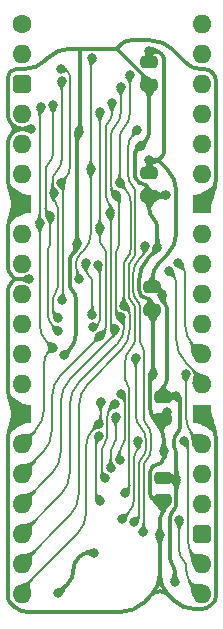
<source format=gbl>
%TF.GenerationSoftware,KiCad,Pcbnew,8.0.7*%
%TF.CreationDate,2025-01-11T13:53:57+02:00*%
%TF.ProjectId,HCP65 Device Reset,48435036-3520-4446-9576-696365205265,V1*%
%TF.SameCoordinates,Original*%
%TF.FileFunction,Copper,L2,Bot*%
%TF.FilePolarity,Positive*%
%FSLAX46Y46*%
G04 Gerber Fmt 4.6, Leading zero omitted, Abs format (unit mm)*
G04 Created by KiCad (PCBNEW 8.0.7) date 2025-01-11 13:53:57*
%MOMM*%
%LPD*%
G01*
G04 APERTURE LIST*
G04 Aperture macros list*
%AMRoundRect*
0 Rectangle with rounded corners*
0 $1 Rounding radius*
0 $2 $3 $4 $5 $6 $7 $8 $9 X,Y pos of 4 corners*
0 Add a 4 corners polygon primitive as box body*
4,1,4,$2,$3,$4,$5,$6,$7,$8,$9,$2,$3,0*
0 Add four circle primitives for the rounded corners*
1,1,$1+$1,$2,$3*
1,1,$1+$1,$4,$5*
1,1,$1+$1,$6,$7*
1,1,$1+$1,$8,$9*
0 Add four rect primitives between the rounded corners*
20,1,$1+$1,$2,$3,$4,$5,0*
20,1,$1+$1,$4,$5,$6,$7,0*
20,1,$1+$1,$6,$7,$8,$9,0*
20,1,$1+$1,$8,$9,$2,$3,0*%
G04 Aperture macros list end*
%TA.AperFunction,ComponentPad*%
%ADD10O,1.600000X1.600000*%
%TD*%
%TA.AperFunction,ComponentPad*%
%ADD11R,1.600000X1.600000*%
%TD*%
%TA.AperFunction,ComponentPad*%
%ADD12RoundRect,0.400000X-0.400000X-0.400000X0.400000X-0.400000X0.400000X0.400000X-0.400000X0.400000X0*%
%TD*%
%TA.AperFunction,ComponentPad*%
%ADD13C,1.600000*%
%TD*%
%TA.AperFunction,SMDPad,CuDef*%
%ADD14RoundRect,0.250000X-0.475000X0.250000X-0.475000X-0.250000X0.475000X-0.250000X0.475000X0.250000X0*%
%TD*%
%TA.AperFunction,ViaPad*%
%ADD15C,0.800000*%
%TD*%
%TA.AperFunction,Conductor*%
%ADD16C,0.380000*%
%TD*%
%TA.AperFunction,Conductor*%
%ADD17C,0.200000*%
%TD*%
%TA.AperFunction,Conductor*%
%ADD18C,0.350000*%
%TD*%
G04 APERTURE END LIST*
D10*
%TO.P,J4,40,Pin_40*%
%TO.N,~{Reset}*%
X15240000Y0D03*
%TO.P,J4,39,Pin_39*%
%TO.N,~{Reset}_{Device}7*%
X15240000Y-2540000D03*
%TO.P,J4,38,Pin_38*%
%TO.N,~{Reset}_{Device}6*%
X15240000Y-5080000D03*
%TO.P,J4,37,Pin_37*%
%TO.N,~{Reset}_{Device}5*%
X15240000Y-7620000D03*
%TO.P,J4,36,Pin_36*%
%TO.N,~{Reset}_{Device}4*%
X15240000Y-10160000D03*
%TO.P,J4,35,Pin_35*%
%TO.N,~{Reset}_{Device}15*%
X15240000Y-12700000D03*
D11*
%TO.P,J4,34,Pin_34*%
%TO.N,GND*%
X15240000Y-15240000D03*
D10*
%TO.P,J4,33,Pin_33*%
%TO.N,~{Reset}_{Device}14*%
X15240000Y-17780000D03*
%TO.P,J4,32,Pin_32*%
%TO.N,~{Reset}_{Device}13*%
X15240000Y-20320000D03*
%TO.P,J4,31,Pin_31*%
%TO.N,~{Reset}_{Device}12*%
X15240000Y-22860000D03*
%TO.P,J4,30,Pin_30*%
%TO.N,~{Reset}_{Device}16*%
X15240000Y-25400000D03*
%TO.P,J4,29,Pin_29*%
%TO.N,~{Reset}_{Device}17*%
X15240000Y-27940000D03*
%TO.P,J4,28,Pin_28*%
%TO.N,~{Reset}_{Device}18*%
X15240000Y-30480000D03*
D11*
%TO.P,J4,27,Pin_27*%
%TO.N,GND*%
X15240000Y-33020000D03*
D10*
%TO.P,J4,26,Pin_26*%
%TO.N,~{Reset}_{Device}19*%
X15240000Y-35560000D03*
%TO.P,J4,25,Pin_25*%
%TO.N,~{Device Enable}_{ 1..7}*%
X15240000Y-38100000D03*
%TO.P,J4,24,Pin_24*%
%TO.N,~{Device Enable}_{ 8..15}*%
X15240000Y-40640000D03*
D12*
%TO.P,J4,23,Pin_23*%
%TO.N,5V*%
X15240000Y-43180000D03*
D10*
%TO.P,J4,22,Pin_22*%
%TO.N,~{Device Enable}_{ 16..19}*%
X15240000Y-45720000D03*
%TO.P,J4,21,Pin_21*%
%TO.N,~{CLK}*%
X15240000Y-48260000D03*
%TO.P,J4,20,Pin_20*%
%TO.N,~{WD}*%
X0Y-48260000D03*
%TO.P,J4,19,Pin_19*%
%TO.N,D7*%
X0Y-45720000D03*
%TO.P,J4,18,Pin_18*%
%TO.N,D6*%
X0Y-43180000D03*
%TO.P,J4,17,Pin_17*%
%TO.N,D5*%
X0Y-40640000D03*
%TO.P,J4,16,Pin_16*%
%TO.N,D4*%
X0Y-38100000D03*
%TO.P,J4,15,Pin_15*%
%TO.N,D3*%
X0Y-35560000D03*
D11*
%TO.P,J4,14,Pin_14*%
%TO.N,GND*%
X0Y-33020000D03*
D10*
%TO.P,J4,13,Pin_13*%
%TO.N,D2*%
X0Y-30480000D03*
%TO.P,J4,12,Pin_12*%
%TO.N,D1*%
X0Y-27940000D03*
%TO.P,J4,11,Pin_11*%
%TO.N,D0*%
X0Y-25400000D03*
%TO.P,J4,10,Pin_10*%
%TO.N,unconnected-(J4-Pin_10-Pad10)*%
X0Y-22860000D03*
%TO.P,J4,9,Pin_9*%
%TO.N,~{Reset}_{Device}11*%
X0Y-20320000D03*
%TO.P,J4,8,Pin_8*%
%TO.N,~{Reset}_{Device}10*%
X0Y-17780000D03*
D11*
%TO.P,J4,7,Pin_7*%
%TO.N,GND*%
X0Y-15240000D03*
D10*
%TO.P,J4,6,Pin_6*%
%TO.N,~{Reset}_{Device}9*%
X0Y-12700000D03*
%TO.P,J4,5,Pin_5*%
%TO.N,~{Reset}_{Device}8*%
X0Y-10160000D03*
%TO.P,J4,4,Pin_4*%
%TO.N,~{Reset}_{Device}3*%
X0Y-7620000D03*
D12*
%TO.P,J4,3,Pin_3*%
%TO.N,5V*%
X0Y-5080000D03*
D10*
%TO.P,J4,2,Pin_2*%
%TO.N,~{Reset}_{Device}2*%
X0Y-2540000D03*
D13*
%TO.P,J4,1,Pin_1*%
%TO.N,~{Reset}_{Device}1*%
X0Y0D03*
%TD*%
D14*
%TO.P,C8,2*%
%TO.N,GND*%
X11049000Y-24207000D03*
%TO.P,C8,1*%
%TO.N,/3.3V*%
X11049000Y-22307000D03*
%TD*%
%TO.P,C1,2*%
%TO.N,GND*%
X10795000Y-14555000D03*
%TO.P,C1,1*%
%TO.N,/3.3V*%
X10795000Y-12655000D03*
%TD*%
%TO.P,C2,2*%
%TO.N,GND*%
X10795000Y-5157000D03*
%TO.P,C2,1*%
%TO.N,/3.3V*%
X10795000Y-3257000D03*
%TD*%
%TO.P,C7,2*%
%TO.N,GND*%
X11938000Y-40336000D03*
%TO.P,C7,1*%
%TO.N,/3.3V*%
X11938000Y-38436000D03*
%TD*%
%TO.P,C6,2*%
%TO.N,GND*%
X11938000Y-33478000D03*
%TO.P,C6,1*%
%TO.N,/3.3V*%
X11938000Y-31578000D03*
%TD*%
D15*
%TO.N,/3.3V*%
X11902870Y-22914427D03*
X13053000Y-31496000D03*
X13078189Y-38610775D03*
X10795000Y-11557000D03*
X10795006Y-2286000D03*
X12954000Y-47244000D03*
%TO.N,GND*%
X11683998Y-43307002D03*
X762000Y-8890000D03*
X4699000Y-18669000D03*
X11118506Y-29656000D03*
X10066251Y-10320251D03*
X12024436Y-36133844D03*
X589155Y-21590002D03*
X4826000Y-9144000D03*
X11484185Y-18959561D03*
X12192000Y-14478000D03*
X3556000Y-28067000D03*
X12288473Y-32822725D03*
%TO.N,5V*%
X6147910Y-44779084D03*
X3098796Y-48193085D03*
%TO.N,D1*%
X2715758Y-14272128D03*
X3028212Y-24872212D03*
X3363010Y-4817000D03*
%TO.N,D6*%
X8382000Y-5334000D03*
X8011503Y-14509058D03*
X8385127Y-24813366D03*
%TO.N,D0*%
X3417000Y-23403356D03*
X3302000Y-13461990D03*
X3293846Y-3819392D03*
%TO.N,~{Reset}*%
X5972658Y-2919636D03*
X5844844Y-12316816D03*
X4821993Y-21590000D03*
%TO.N,D3*%
X1609649Y-7025629D03*
X2631444Y-27415447D03*
X1524004Y-16891004D03*
%TO.N,D4*%
X6604004Y-17272000D03*
X6604000Y-7493000D03*
X6604000Y-26416000D03*
%TO.N,D2*%
X2642744Y-6837960D03*
X2407162Y-16265006D03*
X3025802Y-25960428D03*
%TO.N,D5*%
X7493000Y-16002000D03*
X7878001Y-25854392D03*
X7632000Y-6731000D03*
%TO.N,D7*%
X9135757Y-4302235D03*
X8284289Y-13495109D03*
X8645162Y-23847764D03*
%TO.N,~{Device Enable}_{ 16..19}*%
X13716000Y-35306000D03*
%TO.N,~{WD}*%
X6675895Y-31976767D03*
X6502833Y-33881165D03*
%TO.N,~{Device Enable}_{ 1..7}*%
X8275407Y-36942133D03*
X8413000Y-31290375D03*
%TO.N,/Write Device Reset_{ 8..15}*%
X6604000Y-40359000D03*
X6539000Y-34880514D03*
%TO.N,/Write Device Reset_{ 16..19}*%
X8509000Y-41910000D03*
X9813000Y-35352132D03*
%TO.N,~{Device Enable}_{ 8..15}*%
X7522937Y-37600763D03*
X7939000Y-33273996D03*
%TO.N,~{CLK}*%
X13335000Y-42037000D03*
%TO.N,~{Reset}_{Device}18*%
X12472973Y-20954476D03*
X6444000Y-20373949D03*
X6000379Y-25618728D03*
%TO.N,~{Reset}_{Device}19*%
X13891348Y-29669652D03*
%TO.N,/Write Device Reset_{ 1..7}*%
X7019138Y-38464586D03*
X7867407Y-32189297D03*
%TO.N,/Write Device Reset_{ 1..7}\u00B7~{CLK}*%
X8716308Y-39693255D03*
X9779000Y-9017000D03*
%TO.N,/Write Device Reset_{ 8..15}\u00B7~{CLK}*%
X10414000Y-18796000D03*
X10287000Y-43053000D03*
%TO.N,~{Reset}_{Device}17*%
X5903637Y-24623419D03*
X13258800Y-20282315D03*
X5406432Y-20261859D03*
%TO.N,/Write Device Reset_{ 16..19}\u00B7~{CLK}*%
X9525000Y-42209000D03*
X9633000Y-28256000D03*
%TD*%
D16*
%TO.N,/3.3V*%
X12319003Y-30083592D02*
G75*
G02*
X12128505Y-30543503I-650403J-8D01*
G01*
X12893746Y-35835981D02*
G75*
G03*
X12985958Y-36058629I314854J-19D01*
G01*
X12985967Y-36058620D02*
G75*
G02*
X13078208Y-36281258I-222667J-222680D01*
G01*
X11810999Y-2540000D02*
G75*
G03*
X11197788Y-2286005I-613199J-613200D01*
G01*
X13080999Y-17669018D02*
G75*
G02*
X12284103Y-19592896I-2720769J-2D01*
G01*
X12537492Y-45273084D02*
G75*
G03*
X12745741Y-45775859I711008J-16D01*
G01*
X11817086Y-22586051D02*
G75*
G02*
X11902838Y-22793126I-207086J-207049D01*
G01*
X11683999Y-11684000D02*
G75*
G03*
X11377395Y-11557003I-306599J-306600D01*
G01*
X11684000Y-11430004D02*
G75*
G03*
X11684001Y-11683998I127000J-126996D01*
G01*
X11684000Y-11430000D02*
X11684000Y-11430004D01*
X11377395Y-11557000D02*
G75*
G03*
X11684002Y-11430002I5J433600D01*
G01*
X13074431Y-38608002D02*
G75*
G02*
X13076096Y-38608705I-31J-2398D01*
G01*
X13076106Y-38608695D02*
X13077494Y-38610080D01*
X12745746Y-45775854D02*
G75*
G02*
X12953990Y-46278623I-502746J-502746D01*
G01*
X13147561Y-34668117D02*
G75*
G03*
X12893725Y-35280842I612739J-612783D01*
G01*
X12318999Y-12319000D02*
G75*
G02*
X13080987Y-14158630I-1839599J-1839600D01*
G01*
X11902880Y-23161743D02*
G75*
G03*
X12077776Y-23583931I597120J43D01*
G01*
X12128502Y-30543500D02*
G75*
G03*
X11938005Y-31003408I459898J-459900D01*
G01*
X13074431Y-38608002D02*
G75*
G03*
X13072470Y-38608000I-1471J-480934D01*
G01*
X12807848Y-41243359D02*
G75*
G03*
X12537518Y-41896034I652652J-652641D01*
G01*
X12065003Y-10689788D02*
G75*
G02*
X11811005Y-11303005I-867203J-12D01*
G01*
X13401354Y-34055391D02*
G75*
G02*
X13147568Y-34668124I-866554J-9D01*
G01*
X11571903Y-20305093D02*
G75*
G03*
X11048994Y-21567499I1262397J-1262407D01*
G01*
X12110949Y-23617128D02*
G75*
G02*
X12318974Y-24119443I-502349J-502272D01*
G01*
X13078194Y-40590684D02*
G75*
G02*
X12807850Y-41243361I-922994J-16D01*
G01*
X13227181Y-31670171D02*
G75*
G02*
X13401384Y-32090664I-420481J-420529D01*
G01*
X11810999Y-2540000D02*
G75*
G02*
X12064995Y-3153210I-613199J-613200D01*
G01*
D17*
%TO.N,/Write Device Reset_{ 16..19}\u00B7~{CLK}*%
X10072999Y-34152200D02*
G75*
G02*
X10513018Y-35214453I-1062299J-1062300D01*
G01*
X9912999Y-41546641D02*
G75*
G02*
X9718999Y-42014999I-662359J1D01*
G01*
X10213001Y-36661320D02*
G75*
G03*
X9913000Y-37385585I724299J-724280D01*
G01*
X9632999Y-33089946D02*
G75*
G03*
X10072998Y-34152201I1502251J-4D01*
G01*
X10512997Y-35937055D02*
G75*
G02*
X10213001Y-36661320I-1024287J5D01*
G01*
%TO.N,~{Reset}_{Device}17*%
X5406431Y-20637547D02*
G75*
G03*
X5672079Y-21278889I906999J-3D01*
G01*
X13551397Y-20574916D02*
G75*
G02*
X13843987Y-21281314I-706397J-706384D01*
G01*
X5983195Y-24487600D02*
G75*
G02*
X5943411Y-24583633I-135795J0D01*
G01*
X5694809Y-21301619D02*
G75*
G02*
X5983168Y-21997836I-696209J-696181D01*
G01*
X13843999Y-25556877D02*
G75*
G03*
X14542001Y-27241998I2383131J7D01*
G01*
%TO.N,/Write Device Reset_{ 8..15}\u00B7~{CLK}*%
X10024000Y-26908703D02*
G75*
G03*
X10178501Y-27281698I527500J3D01*
G01*
X10312993Y-43008613D02*
G75*
G02*
X10299990Y-43039992I-44393J13D01*
G01*
X10178500Y-27281699D02*
G75*
G02*
X10333002Y-27654695I-373000J-373001D01*
G01*
X9924999Y-19919999D02*
G75*
G03*
X9435949Y-21100550I1180501J-1180601D01*
G01*
X9435994Y-22667188D02*
G75*
G03*
X9729980Y-23376977I1003806J-12D01*
G01*
X9729987Y-23376970D02*
G75*
G02*
X10024021Y-24086751I-709787J-709830D01*
G01*
X10912999Y-36102741D02*
G75*
G02*
X10613002Y-36827008I-1024279J1D01*
G01*
X10622995Y-33991001D02*
G75*
G02*
X10912987Y-34691123I-700095J-700099D01*
G01*
X10332991Y-33290879D02*
G75*
G03*
X10622985Y-33991011I990109J-21D01*
G01*
X10613000Y-36827006D02*
G75*
G03*
X10312989Y-37551270I724300J-724294D01*
G01*
X10414000Y-19113500D02*
G75*
G02*
X10189491Y-19655504I-766500J0D01*
G01*
%TO.N,/Write Device Reset_{ 1..7}\u00B7~{CLK}*%
X9329992Y-23542653D02*
G75*
G02*
X9623966Y-24252433I-709792J-709747D01*
G01*
X8763004Y-30105510D02*
G75*
G03*
X8938007Y-30527993I597496J10D01*
G01*
X9036000Y-22832872D02*
G75*
G03*
X9329979Y-23542666I1003800J-28D01*
G01*
X9398000Y-9398000D02*
G75*
G03*
X9017006Y-10317815I919800J-919800D01*
G01*
X9623997Y-19239535D02*
G75*
G02*
X9330000Y-19949314I-1003797J5D01*
G01*
X9330001Y-19949315D02*
G75*
G03*
X9036003Y-20659094I709799J-709785D01*
G01*
X9112999Y-39016058D02*
G75*
G02*
X8914655Y-39494909I-677199J-2D01*
G01*
X9320497Y-13638501D02*
G75*
G02*
X9623991Y-14371214I-732697J-732699D01*
G01*
X9016995Y-12905787D02*
G75*
G03*
X9320491Y-13638507I1036205J-13D01*
G01*
X8938002Y-30527998D02*
G75*
G02*
X9113008Y-30950486I-422502J-422502D01*
G01*
X9193500Y-27534899D02*
G75*
G03*
X8763007Y-28574218I1039300J-1039301D01*
G01*
X9623996Y-26495580D02*
G75*
G02*
X9193503Y-27534902I-1469796J-20D01*
G01*
%TO.N,/Write Device Reset_{ 1..7}*%
X7016011Y-35502954D02*
G75*
G03*
X6793033Y-36041324I538389J-538346D01*
G01*
X7239006Y-34964584D02*
G75*
G02*
X7016024Y-35502967I-761406J-16D01*
G01*
X7553203Y-32503500D02*
G75*
G03*
X7239021Y-33262053I758497J-758500D01*
G01*
X6793018Y-38078540D02*
G75*
G03*
X6906094Y-38351497I386082J40D01*
G01*
%TO.N,~{Reset}_{Device}19*%
X13891350Y-33257705D02*
G75*
G03*
X14565687Y-34885661I2302250J5D01*
G01*
%TO.N,~{Reset}_{Device}18*%
X13080995Y-26742366D02*
G75*
G03*
X13877893Y-28666248I2720795J6D01*
G01*
X6142029Y-25618736D02*
G75*
G03*
X6383864Y-25518607I71J341936D01*
G01*
X6604002Y-25071889D02*
G75*
G02*
X6443852Y-25458584I-546902J-11D01*
G01*
X12776975Y-21258494D02*
G75*
G02*
X13081019Y-21992447I-733975J-734006D01*
G01*
X6524007Y-20453946D02*
G75*
G02*
X6604028Y-20647082I-193107J-193154D01*
G01*
%TO.N,~{CLK}*%
X13944600Y-46316900D02*
G75*
G03*
X14402590Y-47422596I1563700J0D01*
G01*
X13639800Y-45364400D02*
G75*
G02*
X13944649Y-46100252I-735800J-735900D01*
G01*
X13335000Y-44628547D02*
G75*
G03*
X13639799Y-45364401I1040650J-3D01*
G01*
%TO.N,~{Device Enable}_{ 8..15}*%
X7939000Y-35200799D02*
G75*
G02*
X7730976Y-35703039I-710300J-1D01*
G01*
X7730968Y-35703031D02*
G75*
G03*
X7522911Y-36205263I502232J-502269D01*
G01*
%TO.N,/Write Device Reset_{ 16..19}*%
X9813009Y-35911470D02*
G75*
G02*
X9663018Y-36273613I-512109J-30D01*
G01*
X9512998Y-40196062D02*
G75*
G02*
X9010999Y-41407999I-1713948J2D01*
G01*
X9663007Y-36273602D02*
G75*
G03*
X9513020Y-36635734I362093J-362098D01*
G01*
%TO.N,/Write Device Reset_{ 8..15}*%
X6421763Y-34997746D02*
G75*
G03*
X6304513Y-35280773I283037J-283054D01*
G01*
X6304524Y-39847778D02*
G75*
G03*
X6454259Y-40209271I511176J-22D01*
G01*
%TO.N,~{Device Enable}_{ 1..7}*%
X8712996Y-35199777D02*
G75*
G02*
X8494209Y-35728002I-746996J-23D01*
G01*
X8563003Y-31440373D02*
G75*
G02*
X8713008Y-31802505I-362103J-362127D01*
G01*
X8494201Y-35727994D02*
G75*
G03*
X8275409Y-36256211I528199J-528206D01*
G01*
%TO.N,~{WD}*%
X5981911Y-34402079D02*
G75*
G03*
X5460978Y-35659683I1257589J-1257621D01*
G01*
X6675882Y-33585726D02*
G75*
G02*
X6589350Y-33794624I-295482J26D01*
G01*
X5460998Y-41291018D02*
G75*
G02*
X4664104Y-43214897I-2720778J-2D01*
G01*
%TO.N,~{Device Enable}_{ 16..19}*%
X13875499Y-35465500D02*
G75*
G02*
X14035013Y-35850566I-385099J-385100D01*
G01*
X14034999Y-43662935D02*
G75*
G03*
X14637498Y-45117501I2057061J-5D01*
G01*
%TO.N,D7*%
X8636005Y-23835360D02*
G75*
G03*
X8638310Y-23840875I7895J60D01*
G01*
X9147004Y-25794017D02*
G75*
G02*
X8350102Y-27717895I-2720804J17D01*
G01*
X8754143Y-13964965D02*
G75*
G02*
X9223998Y-15099296I-1134343J-1134335D01*
G01*
X8710015Y-8688974D02*
G75*
G03*
X8284264Y-9716787I1027785J-1027826D01*
G01*
X9223995Y-19073851D02*
G75*
G02*
X8930003Y-19783631I-1003805J1D01*
G01*
X9135755Y-7661160D02*
G75*
G02*
X8710017Y-8688976I-1453545J0D01*
G01*
X5622898Y-30445104D02*
G75*
G03*
X4825996Y-32368982I1923902J-1923896D01*
G01*
X4826000Y-39767018D02*
G75*
G02*
X4029105Y-41690898I-2720780J-2D01*
G01*
X8930002Y-19783630D02*
G75*
G03*
X8636014Y-20493408I709798J-709770D01*
G01*
X8896086Y-24098681D02*
G75*
G02*
X9146963Y-24704453I-605786J-605719D01*
G01*
X8638295Y-23840890D02*
X8642870Y-23845472D01*
X8636000Y-23828885D02*
X8636005Y-23835360D01*
%TO.N,D5*%
X7112009Y-14615007D02*
G75*
G03*
X7302508Y-15074900I650391J7D01*
G01*
X7372004Y-8260629D02*
G75*
G03*
X7112021Y-8888325I627696J-627671D01*
G01*
X7302504Y-15074904D02*
G75*
G02*
X7492997Y-15534801I-459904J-459896D01*
G01*
X4098895Y-30064102D02*
G75*
G03*
X3301998Y-31987980I1923875J-1923878D01*
G01*
X7878002Y-26069695D02*
G75*
G02*
X7725765Y-26437246I-519802J-5D01*
G01*
X7631999Y-7632933D02*
G75*
G02*
X7372005Y-8260630I-887719J3D01*
G01*
X7519071Y-16028085D02*
G75*
G02*
X7545186Y-16091050I-62971J-63015D01*
G01*
X3301999Y-36211017D02*
G75*
G02*
X2505102Y-38134895I-2720777J2D01*
G01*
X7545161Y-25286198D02*
G75*
G03*
X7711571Y-25687982I568239J-2D01*
G01*
%TO.N,D2*%
X2178001Y-24513138D02*
G75*
G03*
X2601903Y-25536524I1447279J-2D01*
G01*
X2407163Y-18639797D02*
G75*
G02*
X2292598Y-18916431I-391263J-3D01*
G01*
X2292588Y-18916421D02*
G75*
G03*
X2178035Y-19193045I276612J-276579D01*
G01*
X2015756Y-15596837D02*
G75*
G03*
X2211461Y-16069302I668174J7D01*
G01*
X2642742Y-10941592D02*
G75*
G02*
X2329251Y-11698435I-1070352J2D01*
G01*
X2329249Y-11698433D02*
G75*
G03*
X2015758Y-12455273I756841J-756837D01*
G01*
%TO.N,D4*%
X6874582Y-18863382D02*
G75*
G02*
X7145135Y-19516616I-653282J-653218D01*
G01*
X2539999Y-34433017D02*
G75*
G02*
X1743102Y-36356895I-2720777J2D01*
G01*
X3336895Y-29683102D02*
G75*
G03*
X2539998Y-31606980I1923875J-1923878D01*
G01*
X7145161Y-25492179D02*
G75*
G02*
X6874583Y-26145422I-923831J-1D01*
G01*
X6604004Y-18210148D02*
G75*
G03*
X6874583Y-18863381I923806J-2D01*
G01*
%TO.N,D3*%
X1555616Y-7079645D02*
G75*
G03*
X1501559Y-7210064I130384J-130455D01*
G01*
X2268220Y-27778670D02*
G75*
G03*
X1904996Y-28655569I876900J-876900D01*
G01*
X1524004Y-25524927D02*
G75*
G03*
X2077723Y-26861727I1890516J-3D01*
G01*
X1501592Y-16852770D02*
G75*
G03*
X1512785Y-16879820I38208J-30D01*
G01*
X1904996Y-32528020D02*
G75*
G02*
X1108099Y-34451898I-2720777J2D01*
G01*
%TO.N,~{Reset}*%
X4927319Y-19513617D02*
G75*
G03*
X4584000Y-20342468I828841J-828843D01*
G01*
X5908750Y-2983542D02*
G75*
G03*
X5844852Y-3137827I154250J-154258D01*
G01*
X5844842Y-17704542D02*
G75*
G02*
X5214420Y-19226516I-2152402J2D01*
G01*
X4584004Y-20659711D02*
G75*
G03*
X4703002Y-20946992I406296J11D01*
G01*
X4703000Y-20946994D02*
G75*
G02*
X4822008Y-21234277I-287300J-287306D01*
G01*
%TO.N,D0*%
X3867682Y-3969269D02*
G75*
G03*
X3505822Y-3819358I-361882J-361831D01*
G01*
X3507145Y-23249435D02*
G75*
G02*
X3462056Y-23358255I-153945J35D01*
G01*
X3890403Y-3991992D02*
G75*
G02*
X4063011Y-4408719I-416703J-416708D01*
G01*
X3404573Y-13564574D02*
G75*
G02*
X3507129Y-13812227I-247673J-247626D01*
G01*
X4063008Y-12162862D02*
G75*
G02*
X3682504Y-13081484I-1299138J2D01*
G01*
%TO.N,D6*%
X8628004Y-25803617D02*
G75*
G02*
X8099529Y-27079484I-1804404J17D01*
G01*
X8381997Y-7528576D02*
G75*
G02*
X7958142Y-8551853I-1447147J6D01*
G01*
X4063999Y-37989017D02*
G75*
G02*
X3267102Y-39912895I-2720777J2D01*
G01*
X7945161Y-24062297D02*
G75*
G03*
X8165149Y-24593378I751039J-3D01*
G01*
X8100076Y-19052518D02*
G75*
G03*
X7945180Y-19426523I374024J-373982D01*
G01*
X8133242Y-14630810D02*
G75*
G02*
X8254960Y-14924736I-293942J-293890D01*
G01*
X4860895Y-30318102D02*
G75*
G03*
X4063998Y-32241980I1923875J-1923878D01*
G01*
X7958144Y-8551855D02*
G75*
G03*
X7534305Y-9575133I1023256J-1023245D01*
G01*
X8506568Y-24934801D02*
G75*
G02*
X8628024Y-25227975I-293168J-293199D01*
G01*
X8254993Y-18678512D02*
G75*
G02*
X8100063Y-19052505I-528893J12D01*
G01*
X7534290Y-13694401D02*
G75*
G03*
X7772907Y-14270439I814610J1D01*
G01*
%TO.N,D1*%
X2602012Y-14077927D02*
G75*
G03*
X2658904Y-14215227I194188J27D01*
G01*
X2715758Y-14775029D02*
G75*
G03*
X2911460Y-15247497I668172J-1D01*
G01*
X2911460Y-15247497D02*
G75*
G02*
X3107190Y-15719965I-472460J-472503D01*
G01*
X2887078Y-22665967D02*
G75*
G03*
X2666989Y-23197290I531322J-531333D01*
G01*
X2666994Y-24255585D02*
G75*
G03*
X2847599Y-24691611I616606J-15D01*
G01*
X2982503Y-12409893D02*
G75*
G03*
X2602001Y-13328514I918597J-918607D01*
G01*
X3107159Y-22134644D02*
G75*
G02*
X2887077Y-22665966I-751409J4D01*
G01*
X3363008Y-11491272D02*
G75*
G02*
X2982504Y-12409894I-1299138J2D01*
G01*
D16*
%TO.N,5V*%
X5678012Y-44779081D02*
G75*
G03*
X4875844Y-45111345I-12J-1134419D01*
G01*
X4788455Y-45198739D02*
G75*
G03*
X4368785Y-46211887I1013145J-1013161D01*
G01*
X4368798Y-46270739D02*
G75*
G02*
X3907524Y-47384353I-1574888J-1D01*
G01*
D18*
%TO.N,GND*%
X10976892Y-48332103D02*
G75*
G03*
X11684000Y-46624997I-1707092J1707103D01*
G01*
X12391105Y-48332103D02*
G75*
G03*
X10976892Y-48332103I-707106J-707107D01*
G01*
X11683999Y-46624997D02*
G75*
G03*
X12391106Y-48332102I2414201J-3D01*
G01*
X9934006Y-22543216D02*
G75*
G03*
X10121104Y-22994895I638794J16D01*
G01*
X11938000Y-41273192D02*
G75*
G02*
X11811001Y-41579803I-433600J-8D01*
G01*
X10192863Y-23066662D02*
G75*
G03*
X10471294Y-23181987I278437J278462D01*
G01*
X-1202998Y-20458184D02*
G75*
G03*
X-871497Y-21258499I1131826J4D01*
G01*
X-814499Y-9263500D02*
G75*
G03*
X-1188901Y-10165207I903889J-903890D01*
G01*
X15212836Y-49530015D02*
G75*
G03*
X16015036Y-49197769I64J1134415D01*
G01*
X-1202998Y-7589182D02*
G75*
G03*
X-821997Y-8508998I1300818J2D01*
G01*
X4953000Y-8927197D02*
G75*
G02*
X4889501Y-9080501I-216800J-3D01*
G01*
X16347273Y-48865461D02*
X16347276Y-48865455D01*
X16347275Y-48865461D02*
X16347273Y-48865461D01*
X16347276Y-48865455D02*
X16347275Y-48865461D01*
X11045099Y-37519699D02*
G75*
G03*
X10837992Y-38019683I500001J-500001D01*
G01*
X4572000Y-26332578D02*
G75*
G02*
X4064001Y-27559000I-1734420J-2D01*
G01*
X10597149Y-13746756D02*
G75*
G02*
X10794994Y-14224396I-477649J-477644D01*
G01*
X10905306Y-23452921D02*
G75*
G02*
X11048980Y-23799802I-346906J-346879D01*
G01*
X16132349Y-4120649D02*
G75*
G02*
X16442989Y-4870622I-749949J-749951D01*
G01*
X13934162Y-3316982D02*
G75*
G03*
X15124446Y-3809982I1190238J1190282D01*
G01*
X4372995Y-19376003D02*
G75*
G03*
X4046993Y-20163045I787035J-787037D01*
G01*
X12848751Y-48789748D02*
G75*
G03*
X14635871Y-49530010I1787149J1787148D01*
G01*
X8087465Y-2157925D02*
G75*
G03*
X7936772Y-2095520I-150665J-150675D01*
G01*
X8087464Y-2033083D02*
G75*
G03*
X8087468Y-2157922I62436J-62417D01*
G01*
X7936772Y-2095504D02*
G75*
G03*
X8087478Y-2033097I28J213104D01*
G01*
X4699000Y-18859500D02*
G75*
G02*
X4564295Y-19184702I-459900J0D01*
G01*
X12024436Y-36688078D02*
G75*
G02*
X11841532Y-37129696I-624536J-22D01*
G01*
X4309497Y-22597495D02*
G75*
G02*
X4571989Y-23231236I-633697J-633705D01*
G01*
X-648005Y-49324729D02*
G75*
G03*
X460766Y-49783997I1108773J1108775D01*
G01*
X4111481Y-2095501D02*
G75*
G03*
X2187604Y-2892397I-1J-2720769D01*
G01*
X9808318Y-10578173D02*
G75*
G03*
X9550363Y-11200860I622682J-622727D01*
G01*
X9217447Y-1396982D02*
G75*
G03*
X8374277Y-1746231I-47J-1192318D01*
G01*
X4046992Y-21963754D02*
G75*
G03*
X4309495Y-22597497I896238J-6D01*
G01*
X16442998Y-13186351D02*
G75*
G02*
X15841500Y-14638501I-2053658J1D01*
G01*
X-601499Y-15841500D02*
G75*
G03*
X-1203000Y-17293649I1452149J-1452150D01*
G01*
X-982499Y-4030501D02*
G75*
G03*
X-1202998Y-4562835I532334J-532333D01*
G01*
X10794992Y-15641673D02*
G75*
G03*
X11139574Y-16473608I1176508J-27D01*
G01*
X11802284Y-37168915D02*
G75*
G02*
X11455400Y-37312590I-346884J346915D01*
G01*
X-1198273Y-48253725D02*
G75*
G03*
X-1181154Y-48502771I2392173J39325D01*
G01*
X-1136680Y-48746154D02*
G75*
G03*
X-1020386Y-48952348I427984J105492D01*
G01*
X10795000Y-9076197D02*
G75*
G02*
X10430636Y-9955887I-1244100J-3D01*
G01*
X10823020Y-32325461D02*
G75*
G03*
X11423725Y-33775702I2050940J-9D01*
G01*
X11455400Y-37312600D02*
G75*
G03*
X11108509Y-37456278I0J-490600D01*
G01*
X11007400Y-40166600D02*
G75*
G03*
X11416367Y-40336013I409000J409000D01*
G01*
X10236200Y-13548903D02*
G75*
G02*
X10514643Y-13664230I0J-393797D01*
G01*
X-1180898Y-48504866D02*
G75*
G03*
X-1136680Y-48746154I2016848J244906D01*
G01*
X11484191Y-19006672D02*
G75*
G02*
X11450885Y-19087098I-113691J-28D01*
G01*
X-450164Y-3810000D02*
G75*
G03*
X-982499Y-4030501I0J-752833D01*
G01*
X16347274Y-48865461D02*
X16347276Y-48865457D01*
X16347275Y-48865461D02*
X16347274Y-48865461D01*
X16347276Y-48865457D02*
X16347275Y-48865461D01*
X-601498Y-33621500D02*
G75*
G03*
X-1202953Y-35073650I1452038J-1452040D01*
G01*
X-871496Y-21921503D02*
G75*
G03*
X-1202997Y-22721818I800310J-800312D01*
G01*
X10321895Y-48987100D02*
G75*
G02*
X8398017Y-49784002I-1923895J1923900D01*
G01*
X-1194046Y-13178834D02*
G75*
G03*
X-597749Y-14634749I2066907J-3529D01*
G01*
X15838106Y-33618110D02*
G75*
G02*
X16436222Y-35062072I-1444006J-1443990D01*
G01*
X10887215Y-1396994D02*
G75*
G02*
X12811096Y-2193896I-15J-2720806D01*
G01*
X10709095Y-19828873D02*
G75*
G03*
X9934001Y-21700112I1871205J-1871227D01*
G01*
X10970763Y-29803743D02*
G75*
G03*
X10823025Y-30160426I356637J-356657D01*
G01*
X16132349Y-4120649D02*
G75*
G03*
X15382375Y-3810011I-749949J-749951D01*
G01*
X9550400Y-12656608D02*
G75*
G03*
X9811749Y-13287552I892300J8D01*
G01*
X11423728Y-33775699D02*
G75*
G02*
X12024413Y-35225936I-1450228J-1450201D01*
G01*
X-1202997Y-30966349D02*
G75*
G03*
X-601496Y-32418499I2053660J5D01*
G01*
X11810999Y-41579801D02*
G75*
G03*
X11684002Y-41886410I306601J-306599D01*
G01*
X12153493Y-14516485D02*
G75*
G02*
X12060545Y-14555006I-92993J92985D01*
G01*
X-1202279Y-47826630D02*
G75*
G03*
X-1199245Y-48194682I22473379J1230D01*
G01*
X16436215Y-48253732D02*
G75*
G02*
X16421146Y-48502778I-2066015J32D01*
G01*
X-814499Y-9263500D02*
G75*
G03*
X-814498Y-8516498I-373499J373501D01*
G01*
X87209Y-8889999D02*
G75*
G03*
X-814499Y-9263500I-1J-1275201D01*
G01*
X-814498Y-8516498D02*
G75*
G03*
X87209Y-8889998I901708J901708D01*
G01*
X11139589Y-16473593D02*
G75*
G02*
X11484181Y-17305513I-831889J-831907D01*
G01*
X9957768Y-13433565D02*
G75*
G03*
X10236200Y-13548886I278432J278465D01*
G01*
X16420898Y-48504867D02*
G75*
G02*
X16376684Y-48746154I-2016798J244867D01*
G01*
X10471294Y-23182001D02*
G75*
G02*
X10749740Y-23297325I6J-393799D01*
G01*
X4762500Y-9207500D02*
G75*
G03*
X4699001Y-9360802I153300J-153300D01*
G01*
X1988419Y-3091578D02*
G75*
G02*
X253999Y-3809999I-1734423J1734425D01*
G01*
X10838000Y-39757632D02*
G75*
G03*
X11007409Y-40166591I578400J32D01*
G01*
X8087465Y-2157925D02*
X8212303Y-2282765D01*
X10838000Y-38019683D02*
X10838000Y-39757632D01*
X11045099Y-37519699D02*
X11108515Y-37456284D01*
X11841517Y-37129681D02*
X11802284Y-37168915D01*
X12024436Y-36688078D02*
X12024436Y-36133844D01*
X16421151Y-48502779D02*
X16420898Y-48504867D01*
X16347276Y-48865455D02*
X16376682Y-48746153D01*
X16436212Y-35062072D02*
X16436215Y-48253732D01*
X11683999Y-43307003D02*
X11683998Y-43307002D01*
X11683999Y-46624997D02*
X11683999Y-43307003D01*
D17*
%TO.N,D5*%
X7631999Y-7632933D02*
X7632000Y-6731000D01*
X7112009Y-14615007D02*
X7112009Y-8888325D01*
X7493000Y-15534801D02*
X7493000Y-16002000D01*
%TO.N,D6*%
X8254982Y-14924736D02*
X8254993Y-18678512D01*
%TO.N,D4*%
X6604004Y-17272000D02*
X6604004Y-18210148D01*
X7145161Y-19516616D02*
X7145161Y-25492179D01*
X6874580Y-26145419D02*
X6604000Y-26416000D01*
X6604000Y-17271996D02*
X6604004Y-17272000D01*
X6604000Y-17271996D02*
X6604000Y-7493000D01*
%TO.N,~{Device Enable}_{ 8..15}*%
X7522937Y-37600763D02*
X7522937Y-36205263D01*
X7939000Y-33273996D02*
X7939000Y-35200799D01*
%TO.N,~{Device Enable}_{ 1..7}*%
X8275407Y-36942133D02*
X8275407Y-36256211D01*
X8712996Y-35199777D02*
X8713006Y-31802505D01*
D16*
%TO.N,/3.3V*%
X12954000Y-46278623D02*
X12954000Y-47244000D01*
X12537492Y-45273084D02*
X12537499Y-41896034D01*
D17*
%TO.N,~{CLK}*%
X13944600Y-46316900D02*
X13944600Y-46100252D01*
X14402593Y-47422593D02*
X15240000Y-48260000D01*
X13335000Y-42037000D02*
X13335000Y-44628547D01*
D18*
%TO.N,GND*%
X10976892Y-48332103D02*
X10321895Y-48987100D01*
X11118506Y-29656000D02*
X10970763Y-29803743D01*
X10823020Y-32325461D02*
X10823020Y-30160426D01*
X12024436Y-36133844D02*
X12024436Y-35225936D01*
X11683998Y-43307002D02*
X11683998Y-41886410D01*
X11938000Y-41273192D02*
X11938000Y-40336000D01*
D17*
%TO.N,D1*%
X2715758Y-14775029D02*
X2715758Y-14272128D01*
X3107162Y-15719965D02*
X3107159Y-22134644D01*
D16*
%TO.N,/3.3V*%
X11048998Y-21567499D02*
X11049000Y-22307000D01*
X11197788Y-2286000D02*
X10795006Y-2286000D01*
X12893746Y-35835981D02*
X12893760Y-35280842D01*
X13401354Y-34055391D02*
X13401362Y-32090664D01*
X11902870Y-22914427D02*
X11902880Y-23161743D01*
X13053000Y-31496000D02*
X12319000Y-31496000D01*
X12077765Y-23583942D02*
X12110949Y-23617128D01*
X11377395Y-11557000D02*
X10795000Y-11557000D01*
X10795000Y-11557000D02*
X10795000Y-12655000D01*
X13072470Y-38608000D02*
X12110000Y-38608000D01*
X11683999Y-11684000D02*
X12318999Y-12319000D01*
X13078191Y-36281258D02*
X13078189Y-38610775D01*
X13080999Y-17669018D02*
X13080999Y-14158630D01*
X11938000Y-31003408D02*
X11938000Y-31578000D01*
X13078194Y-40590684D02*
X13078189Y-38610775D01*
X13053000Y-31496000D02*
X13227181Y-31670171D01*
X12284102Y-19592895D02*
X11571903Y-20305093D01*
X12319003Y-30083592D02*
X12319007Y-24119443D01*
X10795000Y-2286006D02*
X10795000Y-3257000D01*
X12065003Y-10689788D02*
X12064999Y-3153210D01*
X10795000Y-2286006D02*
X10795006Y-2286000D01*
X13077494Y-38610080D02*
X13078189Y-38610775D01*
X11817086Y-22586051D02*
X11538049Y-22307000D01*
X11902870Y-22914427D02*
X11902863Y-22793126D01*
D18*
%TO.N,GND*%
X10430625Y-9955876D02*
X10066251Y-10320251D01*
X-1188900Y-10165207D02*
X-1194046Y-13178834D01*
X12192000Y-14478000D02*
X12153493Y-14516485D01*
X4372995Y-19376003D02*
X4564296Y-19184703D01*
X10597149Y-13746756D02*
X10514632Y-13664241D01*
X10905306Y-23452921D02*
X10749725Y-23297340D01*
X10794998Y-14249800D02*
X10794998Y-14224396D01*
X4826000Y-9144000D02*
X4762500Y-9207500D01*
X9808318Y-10578173D02*
X10066251Y-10320251D01*
X-450164Y-3810000D02*
X253999Y-3809999D01*
X-648005Y-49324729D02*
X-1020386Y-48952348D01*
X4889500Y-9080500D02*
X4826000Y-9144000D01*
X12391105Y-48332103D02*
X12848751Y-48789748D01*
X13934162Y-3316982D02*
X12811091Y-2193901D01*
X-1202997Y-22721818D02*
X-1202997Y-30966349D01*
X8212303Y-2282765D02*
X10795000Y-4865462D01*
X-1198273Y-48253725D02*
X-1199244Y-48194682D01*
X10121100Y-22994899D02*
X10192863Y-23066662D01*
X9217447Y-1396982D02*
X10887215Y-1396994D01*
X15124446Y-3810008D02*
X15382375Y-3810005D01*
X10794997Y-14860199D02*
X10794992Y-15641673D01*
X10795000Y-9076197D02*
X10795000Y-5157000D01*
X-1202998Y-7589182D02*
X-1202998Y-4562835D01*
X16442998Y-4870622D02*
X16442998Y-13186351D01*
X12288473Y-32822725D02*
X11938000Y-33173198D01*
X-821997Y-8508998D02*
X-814498Y-8516498D01*
X2187602Y-2892395D02*
X1988419Y-3091578D01*
X4064000Y-27558999D02*
X3556000Y-28067000D01*
X-1202998Y-20458184D02*
X-1202998Y-17293649D01*
X4699000Y-18859500D02*
X4699000Y-18669000D01*
X589155Y-21590002D02*
X-539996Y-21590001D01*
X15212836Y-49530015D02*
X14635871Y-49530009D01*
X11100199Y-14554993D02*
X12060545Y-14554972D01*
X11450883Y-19087096D02*
X10709095Y-19828873D01*
X9550388Y-11200860D02*
X9550400Y-12656608D01*
X4699000Y-18669000D02*
X4699000Y-9360802D01*
X8087464Y-2033083D02*
X8374288Y-1746242D01*
X11118506Y-29656000D02*
X11118506Y-24276506D01*
X9934006Y-22543216D02*
X9934000Y-21700112D01*
X87209Y-8889999D02*
X762000Y-8890000D01*
X460766Y-49783997D02*
X8398017Y-49783997D01*
X4046992Y-20163045D02*
X4046992Y-21963754D01*
X11484185Y-18959561D02*
X11484191Y-19006672D01*
X-1202953Y-35073650D02*
X-1202279Y-47826630D01*
X16015007Y-49197740D02*
X16347273Y-48865461D01*
X4572000Y-26332578D02*
X4572001Y-23231236D01*
X7936772Y-2095504D02*
X4111481Y-2095501D01*
X-1181152Y-48502771D02*
X-1180898Y-48504866D01*
X9811751Y-13287550D02*
X9957768Y-13433565D01*
X4953000Y-8927197D02*
X4953000Y-2095500D01*
X11484185Y-18959561D02*
X11484188Y-17305513D01*
X11048995Y-23799802D02*
X11049000Y-24003001D01*
D16*
%TO.N,5V*%
X3907525Y-47384354D02*
X3098796Y-48193085D01*
X4875846Y-45111347D02*
X4788455Y-45198739D01*
X5678012Y-44779081D02*
X6147910Y-44779084D01*
X4368797Y-46211887D02*
X4368798Y-46270739D01*
D17*
%TO.N,D1*%
X2666996Y-23197290D02*
X2666994Y-24255585D01*
X2658885Y-14215246D02*
X2715758Y-14272128D01*
X3028212Y-24872212D02*
X2847603Y-24691607D01*
X3363010Y-4817000D02*
X3363008Y-11491272D01*
X2602012Y-14077927D02*
X2602003Y-13328514D01*
%TO.N,D6*%
X8099522Y-27079477D02*
X4860895Y-30318102D01*
X8381997Y-7528576D02*
X8382000Y-5334000D01*
X4063999Y-37989017D02*
X4063999Y-32241980D01*
X8628004Y-25803617D02*
X8628008Y-25227975D01*
X8506568Y-24934801D02*
X8385127Y-24813366D01*
X8133242Y-14630810D02*
X8011503Y-14509058D01*
X8165144Y-24593383D02*
X8385127Y-24813366D01*
X7534291Y-9575133D02*
X7534290Y-13694401D01*
X7945161Y-24062297D02*
X7945158Y-19426523D01*
X3267102Y-39912895D02*
X0Y-43180000D01*
X8011503Y-14509058D02*
X7772896Y-14270450D01*
%TO.N,D0*%
X4063008Y-4408719D02*
X4063008Y-12162862D01*
X3867682Y-3969269D02*
X3890403Y-3991992D01*
X3505822Y-3819383D02*
X3293846Y-3819392D01*
X3404573Y-13564574D02*
X3302000Y-13461990D01*
X3682504Y-13081484D02*
X3302000Y-13461990D01*
X3507145Y-23249435D02*
X3507145Y-13812227D01*
X3462072Y-23358271D02*
X3417000Y-23403356D01*
%TO.N,~{Reset}*%
X5844842Y-17704542D02*
X5844844Y-12316816D01*
X5908750Y-2983542D02*
X5972658Y-2919636D01*
X4821993Y-21234277D02*
X4821993Y-21590000D01*
X5844842Y-3137827D02*
X5844844Y-12316816D01*
X4584002Y-20342468D02*
X4584004Y-20659711D01*
X4927319Y-19513617D02*
X5214420Y-19226516D01*
%TO.N,D3*%
X1524004Y-25524927D02*
X1524004Y-16891004D01*
X1512798Y-16879807D02*
X1524004Y-16891004D01*
X1555616Y-7079645D02*
X1609649Y-7025629D01*
X1108099Y-34451898D02*
X0Y-35560000D01*
X1501584Y-7210064D02*
X1501592Y-16852770D01*
X1904996Y-28655569D02*
X1904996Y-32528020D01*
X2077724Y-26861726D02*
X2631444Y-27415447D01*
X2268220Y-27778670D02*
X2631444Y-27415447D01*
%TO.N,D4*%
X3336895Y-29683102D02*
X6604000Y-26416000D01*
X1743102Y-36356895D02*
X0Y-38100000D01*
X2539999Y-34433017D02*
X2539999Y-31606980D01*
%TO.N,D2*%
X2601901Y-25536526D02*
X3025802Y-25960428D01*
X2642744Y-6837960D02*
X2642742Y-10941592D01*
X2407162Y-16265006D02*
X2211459Y-16069304D01*
X2178001Y-24513138D02*
X2178011Y-19193045D01*
X2407162Y-16265006D02*
X2407163Y-18639797D01*
X2015756Y-15596837D02*
X2015756Y-12455273D01*
%TO.N,D5*%
X7878002Y-26069695D02*
X7878001Y-25854392D01*
X7545143Y-16091050D02*
X7545161Y-25286198D01*
X2505102Y-38134895D02*
X0Y-40640000D01*
X7711581Y-25687972D02*
X7878001Y-25854392D01*
X4098895Y-30064102D02*
X7725760Y-26437241D01*
X3301999Y-31987980D02*
X3301999Y-36211017D01*
X7519071Y-16028085D02*
X7493000Y-16002000D01*
%TO.N,D7*%
X4826001Y-32368982D02*
X4826000Y-39767018D01*
X4029103Y-41690896D02*
X0Y-45720000D01*
X9147004Y-25794017D02*
X9147008Y-24704453D01*
X8350103Y-27717896D02*
X5622898Y-30445104D01*
X8645162Y-23847764D02*
X8896086Y-24098681D01*
%TO.N,~{Device Enable}_{ 16..19}*%
X14637499Y-45117500D02*
X15240000Y-45720000D01*
X13875499Y-35465500D02*
X13716000Y-35306000D01*
X14034999Y-35850566D02*
X14034999Y-43662935D01*
%TO.N,~{WD}*%
X6502833Y-33881165D02*
X6589357Y-33794631D01*
X4664103Y-43214896D02*
X0Y-47879000D01*
X5981911Y-34402079D02*
X6502833Y-33881165D01*
X6675895Y-31976767D02*
X6675882Y-33585726D01*
X5460990Y-35659683D02*
X5460998Y-41291018D01*
%TO.N,~{Device Enable}_{ 1..7}*%
X8413000Y-31290375D02*
X8563003Y-31440373D01*
%TO.N,/Write Device Reset_{ 8..15}*%
X6421763Y-34997746D02*
X6539000Y-34880514D01*
X6454262Y-40209268D02*
X6604000Y-40359000D01*
X6304526Y-35280773D02*
X6304524Y-39847778D01*
%TO.N,/Write Device Reset_{ 16..19}*%
X9813000Y-35352132D02*
X9813009Y-35911470D01*
X8509000Y-41910000D02*
X9010999Y-41407999D01*
X9512998Y-40196062D02*
X9513000Y-36635734D01*
%TO.N,~{Reset}_{Device}18*%
X13877896Y-28666245D02*
X15240000Y-30028350D01*
X12472973Y-20954476D02*
X12776975Y-21258494D01*
X13080995Y-26742366D02*
X13080978Y-21992447D01*
X6604002Y-25071889D02*
X6604013Y-20647082D01*
X6444000Y-20373949D02*
X6524007Y-20453946D01*
X6000379Y-25618728D02*
X6142029Y-25618736D01*
X6383836Y-25518579D02*
X6443840Y-25458572D01*
%TO.N,~{Reset}_{Device}19*%
X13891348Y-29669652D02*
X13891350Y-33257705D01*
X14565675Y-34885673D02*
X15240000Y-35560000D01*
%TO.N,/Write Device Reset_{ 1..7}*%
X6793015Y-36041324D02*
X6793018Y-38078540D01*
X7239006Y-34964584D02*
X7239000Y-33262053D01*
X7867407Y-32189297D02*
X7553203Y-32503500D01*
X7019138Y-38464586D02*
X6906078Y-38351513D01*
%TO.N,/Write Device Reset_{ 1..7}\u00B7~{CLK}*%
X9623997Y-19239535D02*
X9623998Y-14371214D01*
X9112999Y-39016058D02*
X9112999Y-30950486D01*
X8716308Y-39693255D02*
X8914654Y-39494908D01*
X9016999Y-10317815D02*
X9016995Y-12905787D01*
X9779000Y-9017000D02*
X9398000Y-9398000D01*
X9623986Y-24252433D02*
X9623996Y-26495580D01*
X8763004Y-30105510D02*
X8763002Y-28574218D01*
X9036000Y-22832872D02*
X9036004Y-20659094D01*
%TO.N,/Write Device Reset_{ 8..15}\u00B7~{CLK}*%
X10024000Y-26908703D02*
X10023983Y-24086751D01*
X9924999Y-19919999D02*
X10189493Y-19655506D01*
X10299996Y-43039998D02*
X10287000Y-43053000D01*
X10912999Y-36102741D02*
X10912999Y-34691123D01*
X9435997Y-21100550D02*
X9435994Y-22667188D01*
X10312993Y-43008613D02*
X10313001Y-37551270D01*
X10332998Y-27654695D02*
X10332991Y-33290879D01*
X10414000Y-18796000D02*
X10414000Y-19113500D01*
%TO.N,~{Reset}_{Device}17*%
X5406431Y-20637547D02*
X5406432Y-20261859D01*
X13843995Y-21281314D02*
X13843999Y-25556877D01*
X5983195Y-24487600D02*
X5983188Y-21997836D01*
X5903637Y-24623419D02*
X5943416Y-24583638D01*
X13551397Y-20574916D02*
X13258800Y-20282315D01*
X14542000Y-27241999D02*
X15240000Y-27940000D01*
X5672079Y-21278889D02*
X5694809Y-21301619D01*
%TO.N,/Write Device Reset_{ 16..19}\u00B7~{CLK}*%
X10512998Y-35214453D02*
X10512997Y-35937055D01*
X9912999Y-41546641D02*
X9913005Y-37385585D01*
X9633000Y-28256000D02*
X9632999Y-33089946D01*
X9718999Y-42014999D02*
X9525000Y-42209000D01*
D18*
%TO.N,GND*%
X-871496Y-21921503D02*
X-539995Y-21590002D01*
X-871497Y-21258499D02*
X-539996Y-21590000D01*
D16*
%TO.N,/3.3V*%
X11684000Y-11430000D02*
X11811000Y-11303000D01*
X11684000Y-11430004D02*
X11811002Y-11303002D01*
D17*
%TO.N,D7*%
X8284289Y-13495109D02*
X8754143Y-13964965D01*
X9223996Y-15099296D02*
X9223995Y-19073851D01*
X8636008Y-20493408D02*
X8636000Y-23828885D01*
X8645162Y-23847764D02*
X8642870Y-23845472D01*
X8284289Y-13495109D02*
X8284277Y-9716787D01*
X9135757Y-4302235D02*
X9135755Y-7661160D01*
%TD*%
%TA.AperFunction,Conductor*%
%TO.N,/3.3V*%
G36*
X12289041Y-22914402D02*
G01*
X12297307Y-22917843D01*
X12300719Y-22926123D01*
X12300554Y-22928061D01*
X12277751Y-23062314D01*
X12276854Y-23065226D01*
X12224464Y-23179655D01*
X12224413Y-23179766D01*
X12178315Y-23277728D01*
X12173734Y-23373533D01*
X12240089Y-23474824D01*
X12241756Y-23483622D01*
X12238575Y-23489508D01*
X11984980Y-23743087D01*
X11976707Y-23746514D01*
X11968434Y-23743087D01*
X11968323Y-23742975D01*
X11835098Y-23606118D01*
X11834541Y-23605503D01*
X11741517Y-23495279D01*
X11740559Y-23493970D01*
X11674120Y-23388528D01*
X11673427Y-23387262D01*
X11611750Y-23255778D01*
X11611542Y-23255308D01*
X11537815Y-23078296D01*
X11537798Y-23069341D01*
X11544112Y-23062999D01*
X11899993Y-22914624D01*
X11904513Y-22913724D01*
X12289041Y-22914402D01*
G37*
%TD.AperFunction*%
%TD*%
%TA.AperFunction,Conductor*%
%TO.N,/3.3V*%
G36*
X13420641Y-31347419D02*
G01*
X13426959Y-31353766D01*
X13426977Y-31353811D01*
X13502681Y-31540016D01*
X13502906Y-31540616D01*
X13552254Y-31684025D01*
X13552654Y-31685488D01*
X13578805Y-31813371D01*
X13579014Y-31814909D01*
X13589453Y-31965998D01*
X13589481Y-31966701D01*
X13590849Y-32121467D01*
X13590849Y-32167635D01*
X13587422Y-32175908D01*
X13579149Y-32179335D01*
X13221059Y-32179335D01*
X13212786Y-32175908D01*
X13209562Y-32169807D01*
X13185701Y-32043501D01*
X13116731Y-31970327D01*
X13016463Y-31925016D01*
X12898153Y-31873319D01*
X12895872Y-31871998D01*
X12818829Y-31814909D01*
X12781038Y-31786906D01*
X12776432Y-31779229D01*
X12778605Y-31770541D01*
X12779709Y-31769257D01*
X13051342Y-31496664D01*
X13055173Y-31494106D01*
X13411687Y-31347398D01*
X13420641Y-31347419D01*
G37*
%TD.AperFunction*%
%TD*%
%TA.AperFunction,Conductor*%
%TO.N,/Write Device Reset_{ 16..19}\u00B7~{CLK}*%
G36*
X10008915Y-41540179D02*
G01*
X10012342Y-41548452D01*
X10012325Y-41549090D01*
X10003887Y-41703542D01*
X10003709Y-41705034D01*
X9982094Y-41821808D01*
X9981921Y-41822590D01*
X9955977Y-41923544D01*
X9955975Y-41923551D01*
X9955975Y-41923554D01*
X9953617Y-41936294D01*
X9934151Y-42041455D01*
X9925602Y-42197965D01*
X9921729Y-42206039D01*
X9913948Y-42209027D01*
X9529875Y-42209986D01*
X9521594Y-42206580D01*
X9521558Y-42206545D01*
X9252258Y-41936294D01*
X9248846Y-41928014D01*
X9252287Y-41919747D01*
X9254093Y-41918275D01*
X9393787Y-41826036D01*
X9397134Y-41824520D01*
X9548412Y-41783109D01*
X9548880Y-41782993D01*
X9682423Y-41752719D01*
X9777085Y-41686470D01*
X9810848Y-41545723D01*
X9816110Y-41538477D01*
X9822224Y-41536752D01*
X10000644Y-41536752D01*
X10008915Y-41540179D01*
G37*
%TD.AperFunction*%
%TD*%
%TA.AperFunction,Conductor*%
%TO.N,~{Reset}_{Device}17*%
G36*
X5757012Y-20407034D02*
G01*
X5764177Y-20410017D01*
X5770498Y-20416360D01*
X5770482Y-20425314D01*
X5770041Y-20426255D01*
X5700578Y-20558624D01*
X5699846Y-20559834D01*
X5627072Y-20665239D01*
X5573737Y-20758465D01*
X5557553Y-20864458D01*
X5557553Y-20864460D01*
X5593189Y-20998889D01*
X5591997Y-21007764D01*
X5586357Y-21012696D01*
X5421331Y-21081053D01*
X5412377Y-21081053D01*
X5406276Y-21075243D01*
X5329821Y-20913463D01*
X5329814Y-20913451D01*
X5258179Y-20798271D01*
X5229886Y-20758465D01*
X5189934Y-20702255D01*
X5189541Y-20701663D01*
X5118453Y-20587360D01*
X5117810Y-20586180D01*
X5105359Y-20559834D01*
X5042114Y-20426009D01*
X5041678Y-20417067D01*
X5047694Y-20410434D01*
X5048168Y-20410222D01*
X5401552Y-20262811D01*
X5410501Y-20262789D01*
X5757012Y-20407034D01*
G37*
%TD.AperFunction*%
%TD*%
%TA.AperFunction,Conductor*%
%TO.N,/Write Device Reset_{ 8..15}\u00B7~{CLK}*%
G36*
X10772363Y-18944406D02*
G01*
X10778678Y-18950752D01*
X10778656Y-18959707D01*
X10778489Y-18960089D01*
X10701245Y-19128169D01*
X10700640Y-19129314D01*
X10628903Y-19248566D01*
X10628176Y-19249635D01*
X10554119Y-19346631D01*
X10553965Y-19346829D01*
X10465045Y-19458240D01*
X10465042Y-19458244D01*
X10355895Y-19610969D01*
X10348297Y-19615707D01*
X10339876Y-19613894D01*
X10191331Y-19514638D01*
X10186356Y-19507192D01*
X10187213Y-19499997D01*
X10206532Y-19458244D01*
X10240734Y-19384325D01*
X10235256Y-19285097D01*
X10187060Y-19192246D01*
X10116971Y-19087133D01*
X10116346Y-19086080D01*
X10050392Y-18960400D01*
X10049582Y-18951482D01*
X10055315Y-18944603D01*
X10056238Y-18944170D01*
X10410058Y-18797038D01*
X10419007Y-18797026D01*
X10772363Y-18944406D01*
G37*
%TD.AperFunction*%
%TD*%
%TA.AperFunction,Conductor*%
%TO.N,/Write Device Reset_{ 1..7}\u00B7~{CLK}*%
G36*
X9200317Y-39030074D02*
G01*
X9208502Y-39033704D01*
X9211723Y-39042059D01*
X9211690Y-39042701D01*
X9199535Y-39194999D01*
X9199324Y-39196463D01*
X9175255Y-39311541D01*
X9175087Y-39312238D01*
X9147848Y-39411660D01*
X9147844Y-39411674D01*
X9125536Y-39527845D01*
X9125536Y-39527847D01*
X9116922Y-39682234D01*
X9113039Y-39690303D01*
X9105269Y-39693282D01*
X8724131Y-39694234D01*
X8715850Y-39690828D01*
X8713288Y-39687000D01*
X8568102Y-39335487D01*
X8568111Y-39326533D01*
X8574450Y-39320207D01*
X8575385Y-39319866D01*
X8704572Y-39279078D01*
X8705515Y-39278826D01*
X8827193Y-39251781D01*
X8923402Y-39217188D01*
X8987353Y-39150095D01*
X9010781Y-39035042D01*
X9015790Y-39027621D01*
X9022531Y-39025683D01*
X9200317Y-39030074D01*
G37*
%TD.AperFunction*%
%TD*%
%TA.AperFunction,Conductor*%
%TO.N,/Write Device Reset_{ 1..7}*%
G36*
X6891284Y-37744501D02*
G01*
X6894569Y-37750958D01*
X6915143Y-37881927D01*
X6915144Y-37881930D01*
X6975752Y-37964827D01*
X6975756Y-37964832D01*
X7066211Y-38021381D01*
X7095324Y-38037492D01*
X7131649Y-38057594D01*
X7133101Y-38058546D01*
X7178268Y-38093204D01*
X7220096Y-38125299D01*
X7241179Y-38134032D01*
X7243968Y-38135674D01*
X7291725Y-38173598D01*
X7296073Y-38181426D01*
X7293611Y-38190036D01*
X7292737Y-38191019D01*
X7022579Y-38462131D01*
X7014312Y-38465572D01*
X7014262Y-38465572D01*
X6631317Y-38464616D01*
X6623052Y-38461168D01*
X6619646Y-38452887D01*
X6619657Y-38452417D01*
X6626796Y-38285185D01*
X6626902Y-38284048D01*
X6645101Y-38157833D01*
X6645199Y-38157263D01*
X6667012Y-38048114D01*
X6685334Y-37921047D01*
X6692539Y-37752273D01*
X6696315Y-37744156D01*
X6704225Y-37741074D01*
X6883011Y-37741074D01*
X6891284Y-37744501D01*
G37*
%TD.AperFunction*%
%TD*%
%TA.AperFunction,Conductor*%
%TO.N,/Write Device Reset_{ 8..15}*%
G36*
X6542405Y-34882933D02*
G01*
X6542436Y-34882963D01*
X6718967Y-35060118D01*
X6812549Y-35154030D01*
X6815961Y-35162310D01*
X6812520Y-35170577D01*
X6811488Y-35171490D01*
X6697160Y-35261291D01*
X6695443Y-35262411D01*
X6582593Y-35322652D01*
X6582588Y-35322654D01*
X6489856Y-35377842D01*
X6489853Y-35377845D01*
X6427403Y-35459820D01*
X6406118Y-35591066D01*
X6401411Y-35598684D01*
X6394569Y-35600893D01*
X6215789Y-35600893D01*
X6207516Y-35597466D01*
X6204097Y-35589639D01*
X6197711Y-35421810D01*
X6181460Y-35295238D01*
X6162112Y-35186434D01*
X6162033Y-35185922D01*
X6145880Y-35060117D01*
X6145794Y-35059073D01*
X6139460Y-34892625D01*
X6142570Y-34884230D01*
X6150707Y-34880491D01*
X6151079Y-34880483D01*
X6534124Y-34879527D01*
X6542405Y-34882933D01*
G37*
%TD.AperFunction*%
%TD*%
%TA.AperFunction,Conductor*%
%TO.N,/Write Device Reset_{ 8..15}*%
G36*
X6403198Y-39665867D02*
G01*
X6406399Y-39671853D01*
X6433115Y-39805903D01*
X6433115Y-39805904D01*
X6507832Y-39878897D01*
X6509596Y-39880621D01*
X6620011Y-39924977D01*
X6749076Y-39976824D01*
X6751577Y-39978205D01*
X6875749Y-40068123D01*
X6880440Y-40075751D01*
X6878363Y-40084461D01*
X6877175Y-40085858D01*
X6607441Y-40356545D01*
X6599174Y-40359986D01*
X6599124Y-40359986D01*
X6215674Y-40359029D01*
X6207409Y-40355581D01*
X6204003Y-40347326D01*
X6204054Y-40186253D01*
X6204184Y-40063658D01*
X6204339Y-39957781D01*
X6204470Y-39835186D01*
X6204521Y-39674135D01*
X6207950Y-39665864D01*
X6216220Y-39662440D01*
X6394927Y-39662440D01*
X6403198Y-39665867D01*
G37*
%TD.AperFunction*%
%TD*%
%TA.AperFunction,Conductor*%
%TO.N,~{Device Enable}_{ 1..7}*%
G36*
X8800831Y-31290344D02*
G01*
X8809093Y-31293791D01*
X8812499Y-31302043D01*
X8812499Y-31975100D01*
X8809072Y-31983373D01*
X8800799Y-31986800D01*
X8622602Y-31986800D01*
X8614329Y-31983373D01*
X8611128Y-31977390D01*
X8610671Y-31975100D01*
X8584368Y-31843299D01*
X8507778Y-31768629D01*
X8397223Y-31724351D01*
X8397222Y-31724350D01*
X8397222Y-31724351D01*
X8268025Y-31672563D01*
X8265518Y-31671181D01*
X8141255Y-31581250D01*
X8136562Y-31573624D01*
X8138637Y-31564912D01*
X8139822Y-31563518D01*
X8409559Y-31292828D01*
X8417824Y-31289388D01*
X8800831Y-31290344D01*
G37*
%TD.AperFunction*%
%TD*%
%TA.AperFunction,Conductor*%
%TO.N,~{Device Enable}_{ 16..19}*%
G36*
X14104462Y-35305971D02*
G01*
X14112727Y-35309419D01*
X14116132Y-35317536D01*
X14117975Y-35477533D01*
X14122686Y-35599225D01*
X14128306Y-35704203D01*
X14128314Y-35704375D01*
X14133016Y-35825822D01*
X14133024Y-35826140D01*
X14134863Y-35985681D01*
X14131532Y-35993993D01*
X14123299Y-35997515D01*
X14123164Y-35997516D01*
X13944509Y-35997516D01*
X13936236Y-35994089D01*
X13933056Y-35988207D01*
X13904773Y-35852719D01*
X13824249Y-35779767D01*
X13708743Y-35738380D01*
X13708624Y-35738337D01*
X13574656Y-35688679D01*
X13571955Y-35687252D01*
X13444443Y-35596845D01*
X13439676Y-35589265D01*
X13441666Y-35580534D01*
X13442913Y-35579051D01*
X13712559Y-35308452D01*
X13720824Y-35305012D01*
X14104462Y-35305971D01*
G37*
%TD.AperFunction*%
%TD*%
%TA.AperFunction,Conductor*%
%TO.N,D7*%
G36*
X9012664Y-23699239D02*
G01*
X9018980Y-23705586D01*
X9019054Y-23705769D01*
X9086331Y-23877470D01*
X9086588Y-23878196D01*
X9128611Y-24010511D01*
X9128877Y-24011494D01*
X9155232Y-24129074D01*
X9155337Y-24129601D01*
X9179716Y-24267867D01*
X9213656Y-24450530D01*
X9211798Y-24459290D01*
X9204435Y-24464142D01*
X9029258Y-24498977D01*
X9020475Y-24497230D01*
X9016063Y-24491719D01*
X8968879Y-24369623D01*
X8968877Y-24369621D01*
X8888371Y-24307199D01*
X8888367Y-24307197D01*
X8813254Y-24289693D01*
X8780472Y-24282054D01*
X8683831Y-24267919D01*
X8648382Y-24262734D01*
X8646802Y-24262390D01*
X8593817Y-24246953D01*
X8591461Y-24245977D01*
X8587847Y-24243993D01*
X8587843Y-24243992D01*
X8576755Y-24240495D01*
X8561967Y-24236530D01*
X8560520Y-24236038D01*
X8541891Y-24228322D01*
X8528518Y-24226561D01*
X8525571Y-24225771D01*
X8519958Y-24223447D01*
X8519922Y-24223432D01*
X8511535Y-24220173D01*
X8511515Y-24220165D01*
X8511508Y-24220163D01*
X8510578Y-24219825D01*
X8505264Y-24218022D01*
X8498531Y-24212119D01*
X8497944Y-24203184D01*
X8498189Y-24202529D01*
X8643109Y-23851286D01*
X8649431Y-23844947D01*
X9003711Y-23699217D01*
X9012664Y-23699239D01*
G37*
%TD.AperFunction*%
%TD*%
%TA.AperFunction,Conductor*%
%TO.N,D5*%
G36*
X7882110Y-25857104D02*
G01*
X7892897Y-25867945D01*
X8152634Y-26128984D01*
X8156040Y-26137265D01*
X8152635Y-26145487D01*
X8039257Y-26259478D01*
X8039232Y-26259505D01*
X7953482Y-26346828D01*
X7932383Y-26368464D01*
X7879713Y-26422474D01*
X7879685Y-26422503D01*
X7793987Y-26509773D01*
X7793935Y-26509826D01*
X7680598Y-26623779D01*
X7672334Y-26627228D01*
X7664052Y-26623824D01*
X7537675Y-26497447D01*
X7534248Y-26489174D01*
X7536202Y-26482700D01*
X7612084Y-26368466D01*
X7609800Y-26261126D01*
X7609089Y-26259505D01*
X7561647Y-26151292D01*
X7561646Y-26151256D01*
X7561634Y-26151262D01*
X7505756Y-26022822D01*
X7504937Y-26020032D01*
X7480205Y-25867945D01*
X7482259Y-25859229D01*
X7489875Y-25854519D01*
X7491722Y-25854367D01*
X7873833Y-25853693D01*
X7882110Y-25857104D01*
G37*
%TD.AperFunction*%
%TD*%
%TA.AperFunction,Conductor*%
%TO.N,D5*%
G36*
X7643984Y-25170064D02*
G01*
X7647148Y-25175874D01*
X7652881Y-25202502D01*
X7676536Y-25312377D01*
X7676537Y-25312379D01*
X7759919Y-25384026D01*
X7879154Y-25423283D01*
X7879221Y-25423306D01*
X7979317Y-25458301D01*
X8016675Y-25471362D01*
X8019515Y-25472815D01*
X8149421Y-25563569D01*
X8154240Y-25571116D01*
X8152311Y-25579861D01*
X8151008Y-25581419D01*
X7881442Y-25851937D01*
X7873175Y-25855378D01*
X7873125Y-25855378D01*
X7489441Y-25854420D01*
X7481176Y-25850972D01*
X7477772Y-25842954D01*
X7474585Y-25683716D01*
X7466441Y-25562727D01*
X7456733Y-25458441D01*
X7456710Y-25458155D01*
X7454363Y-25423292D01*
X7448593Y-25337570D01*
X7448570Y-25337034D01*
X7445663Y-25191726D01*
X7445661Y-25191492D01*
X7445661Y-25178337D01*
X7449088Y-25170064D01*
X7457358Y-25166637D01*
X7635711Y-25166637D01*
X7643984Y-25170064D01*
G37*
%TD.AperFunction*%
%TD*%
%TA.AperFunction,Conductor*%
%TO.N,D2*%
G36*
X2114816Y-15597161D02*
G01*
X2117916Y-15602688D01*
X2151947Y-15743709D01*
X2247299Y-15809616D01*
X2381733Y-15839324D01*
X2382216Y-15839442D01*
X2506042Y-15872805D01*
X2534340Y-15880430D01*
X2537728Y-15881953D01*
X2678031Y-15974283D01*
X2683058Y-15981694D01*
X2681373Y-15990489D01*
X2679887Y-15992316D01*
X2410603Y-16262552D01*
X2402336Y-16265993D01*
X2402286Y-16265993D01*
X2018188Y-16265033D01*
X2009923Y-16261585D01*
X2006536Y-16253997D01*
X1997655Y-16097638D01*
X1974987Y-15979940D01*
X1948034Y-15879190D01*
X1947850Y-15878385D01*
X1940338Y-15839379D01*
X1925408Y-15761861D01*
X1925217Y-15760316D01*
X1916458Y-15606097D01*
X1919410Y-15597643D01*
X1927476Y-15593753D01*
X1928139Y-15593734D01*
X2106543Y-15593734D01*
X2114816Y-15597161D01*
G37*
%TD.AperFunction*%
%TD*%
%TA.AperFunction,Conductor*%
%TO.N,D4*%
G36*
X7011036Y-25759886D02*
G01*
X7156965Y-25820327D01*
X7176063Y-25828237D01*
X7182395Y-25834569D01*
X7182593Y-25843014D01*
X7121999Y-26011114D01*
X7090344Y-26142782D01*
X7090339Y-26142804D01*
X7069656Y-26258457D01*
X7069515Y-26259132D01*
X7038087Y-26389841D01*
X7037718Y-26391074D01*
X6977699Y-26557568D01*
X6971669Y-26564189D01*
X6962724Y-26564607D01*
X6962242Y-26564421D01*
X6608126Y-26418777D01*
X6601778Y-26412460D01*
X6455810Y-26058295D01*
X6455826Y-26049341D01*
X6462169Y-26043020D01*
X6463152Y-26042665D01*
X6606503Y-25998319D01*
X6607918Y-25997976D01*
X6678224Y-25985550D01*
X6734684Y-25975572D01*
X6734686Y-25975571D01*
X6734700Y-25975569D01*
X6839134Y-25948159D01*
X6839135Y-25948158D01*
X6839138Y-25948157D01*
X6926196Y-25885194D01*
X6926196Y-25885193D01*
X6926200Y-25885191D01*
X6996456Y-25764798D01*
X7003584Y-25759382D01*
X7011036Y-25759886D01*
G37*
%TD.AperFunction*%
%TD*%
%TA.AperFunction,Conductor*%
%TO.N,~{Reset}*%
G36*
X4758716Y-20868356D02*
G01*
X4824814Y-20980488D01*
X4824847Y-20980542D01*
X4880244Y-21064937D01*
X4880258Y-21064958D01*
X4880265Y-21064967D01*
X4880266Y-21064968D01*
X4934864Y-21133177D01*
X4934872Y-21133186D01*
X4934880Y-21133196D01*
X4954162Y-21153575D01*
X5004486Y-21206762D01*
X5096586Y-21298904D01*
X5100011Y-21307178D01*
X5096604Y-21315428D01*
X4828031Y-21585300D01*
X4819766Y-21588747D01*
X4815244Y-21587850D01*
X4464257Y-21441842D01*
X4457935Y-21435500D01*
X4457948Y-21426545D01*
X4458388Y-21425609D01*
X4513637Y-21320467D01*
X4514290Y-21319377D01*
X4573792Y-21231409D01*
X4600586Y-21181547D01*
X4615619Y-21153575D01*
X4615619Y-21153572D01*
X4615621Y-21153570D01*
X4623029Y-21068514D01*
X4621619Y-21064937D01*
X4583321Y-20967747D01*
X4583476Y-20958794D01*
X4588353Y-20953328D01*
X4742788Y-20864164D01*
X4751665Y-20862996D01*
X4758716Y-20868356D01*
G37*
%TD.AperFunction*%
%TD*%
%TA.AperFunction,Conductor*%
%TO.N,D0*%
G36*
X3584939Y-3544801D02*
G01*
X3672046Y-3631937D01*
X3672048Y-3631940D01*
X3672049Y-3631940D01*
X3739699Y-3699662D01*
X3798111Y-3758163D01*
X3865759Y-3825888D01*
X3865760Y-3825889D01*
X3952845Y-3913010D01*
X3956270Y-3921283D01*
X3952843Y-3929555D01*
X3826323Y-4056064D01*
X3818049Y-4059490D01*
X3811771Y-4057663D01*
X3785491Y-4040950D01*
X3744943Y-4015163D01*
X3744942Y-4015163D01*
X3744941Y-4015162D01*
X3680723Y-4025334D01*
X3680720Y-4025335D01*
X3616603Y-4071894D01*
X3616583Y-4071909D01*
X3542887Y-4132920D01*
X3541310Y-4134021D01*
X3458478Y-4182218D01*
X3449604Y-4183417D01*
X3442481Y-4177989D01*
X3441789Y-4176593D01*
X3423907Y-4133538D01*
X3296147Y-3825929D01*
X3296139Y-3816976D01*
X3298697Y-3813154D01*
X3568416Y-3544780D01*
X3576696Y-3541375D01*
X3584939Y-3544801D01*
G37*
%TD.AperFunction*%
%TD*%
%TA.AperFunction,Conductor*%
%TO.N,D0*%
G36*
X3689683Y-13461959D02*
G01*
X3697948Y-13465407D01*
X3701354Y-13473688D01*
X3701337Y-13474288D01*
X3692174Y-13644403D01*
X3692001Y-13645874D01*
X3668682Y-13773672D01*
X3668514Y-13774445D01*
X3640532Y-13884910D01*
X3617008Y-14013829D01*
X3607741Y-14185913D01*
X3603874Y-14193990D01*
X3596058Y-14196984D01*
X3417295Y-14196984D01*
X3409022Y-14193557D01*
X3405712Y-14186935D01*
X3387016Y-14055789D01*
X3331239Y-13969800D01*
X3331238Y-13969799D01*
X3246742Y-13909203D01*
X3163640Y-13858366D01*
X3160742Y-13855856D01*
X3147208Y-13839538D01*
X3141595Y-13834650D01*
X3127577Y-13825967D01*
X3126634Y-13825315D01*
X3124258Y-13823492D01*
X3124259Y-13823492D01*
X3030845Y-13751812D01*
X3026368Y-13744057D01*
X3028686Y-13735407D01*
X3029667Y-13734285D01*
X3298559Y-13464442D01*
X3306824Y-13461002D01*
X3689683Y-13461959D01*
G37*
%TD.AperFunction*%
%TD*%
%TA.AperFunction,Conductor*%
%TO.N,D6*%
G36*
X8048899Y-24146958D02*
G01*
X8053394Y-24152685D01*
X8096789Y-24271944D01*
X8169706Y-24338916D01*
X8268033Y-24371598D01*
X8390544Y-24397305D01*
X8391634Y-24397591D01*
X8440383Y-24412965D01*
X8441313Y-24413303D01*
X8488400Y-24432808D01*
X8512976Y-24436043D01*
X8514945Y-24436480D01*
X8526041Y-24439979D01*
X8532900Y-24445736D01*
X8533679Y-24454657D01*
X8533337Y-24455599D01*
X8387180Y-24809841D01*
X8380856Y-24816182D01*
X8380815Y-24816199D01*
X8026824Y-24961811D01*
X8017869Y-24961789D01*
X8011553Y-24955442D01*
X8011388Y-24955019D01*
X7960483Y-24816182D01*
X7947653Y-24781191D01*
X7947261Y-24779888D01*
X7915094Y-24644354D01*
X7914863Y-24643053D01*
X7900376Y-24521483D01*
X7900355Y-24521282D01*
X7885915Y-24379094D01*
X7855626Y-24193424D01*
X7857676Y-24184709D01*
X7864889Y-24180067D01*
X8040117Y-24145211D01*
X8048899Y-24146958D01*
G37*
%TD.AperFunction*%
%TD*%
%TA.AperFunction,Conductor*%
%TO.N,D6*%
G36*
X8399442Y-14509027D02*
G01*
X8407705Y-14512475D01*
X8411111Y-14520756D01*
X8411105Y-14521113D01*
X8405638Y-14686737D01*
X8405572Y-14687644D01*
X8391635Y-14812946D01*
X8391571Y-14813433D01*
X8374874Y-14921875D01*
X8360859Y-15047883D01*
X8355355Y-15214700D01*
X8351657Y-15222855D01*
X8343661Y-15226014D01*
X8164885Y-15226014D01*
X8156612Y-15222587D01*
X8153346Y-15216248D01*
X8151347Y-15204323D01*
X8131296Y-15084696D01*
X8131295Y-15084694D01*
X8066870Y-15003736D01*
X7971663Y-14950027D01*
X7971664Y-14950027D01*
X7971656Y-14950023D01*
X7856571Y-14890945D01*
X7854740Y-14889779D01*
X7739120Y-14800021D01*
X7734687Y-14792241D01*
X7737053Y-14783604D01*
X7737999Y-14782528D01*
X8008062Y-14511511D01*
X8016327Y-14508071D01*
X8399442Y-14509027D01*
G37*
%TD.AperFunction*%
%TD*%
%TA.AperFunction,Conductor*%
%TO.N,D6*%
G36*
X8773061Y-24813335D02*
G01*
X8781324Y-24816783D01*
X8784730Y-24825064D01*
X8784724Y-24825425D01*
X8779201Y-24991094D01*
X8779134Y-24992011D01*
X8765047Y-25117365D01*
X8764981Y-25117856D01*
X8748112Y-25226286D01*
X8740385Y-25295051D01*
X8733946Y-25352351D01*
X8733946Y-25352356D01*
X8728382Y-25519226D01*
X8724681Y-25527380D01*
X8716688Y-25530536D01*
X8537911Y-25530536D01*
X8529638Y-25527109D01*
X8526372Y-25520768D01*
X8504373Y-25389238D01*
X8440079Y-25308213D01*
X8345028Y-25254404D01*
X8345026Y-25254403D01*
X8345019Y-25254399D01*
X8230092Y-25195251D01*
X8228268Y-25194087D01*
X8112737Y-25104330D01*
X8108306Y-25096548D01*
X8110676Y-25087913D01*
X8111619Y-25086840D01*
X8381686Y-24815819D01*
X8389951Y-24812379D01*
X8773061Y-24813335D01*
G37*
%TD.AperFunction*%
%TD*%
%TA.AperFunction,Conductor*%
%TO.N,D6*%
G36*
X7651734Y-13852897D02*
G01*
X7656179Y-13858490D01*
X7701859Y-13979412D01*
X7701860Y-13979413D01*
X7745087Y-14015230D01*
X7779371Y-14043637D01*
X7779372Y-14043637D01*
X7779373Y-14043638D01*
X7883483Y-14071793D01*
X8011762Y-14093661D01*
X8013141Y-14093985D01*
X8152198Y-14135785D01*
X8159135Y-14141449D01*
X8160035Y-14150358D01*
X8159646Y-14151452D01*
X8013556Y-14505533D01*
X8007232Y-14511874D01*
X8007191Y-14511891D01*
X7653052Y-14657564D01*
X7644097Y-14657542D01*
X7637781Y-14651195D01*
X7637670Y-14650916D01*
X7571828Y-14478424D01*
X7571507Y-14477460D01*
X7533412Y-14343855D01*
X7533152Y-14342738D01*
X7511507Y-14223552D01*
X7511442Y-14223153D01*
X7490996Y-14083287D01*
X7458513Y-13899512D01*
X7460447Y-13890769D01*
X7467749Y-13886002D01*
X7642952Y-13851150D01*
X7651734Y-13852897D01*
G37*
%TD.AperFunction*%
%TD*%
%TA.AperFunction,Conductor*%
%TO.N,D1*%
G36*
X2765936Y-24195867D02*
G01*
X2769070Y-24201536D01*
X2800716Y-24340167D01*
X2800717Y-24340168D01*
X2889928Y-24409052D01*
X2889930Y-24409052D01*
X2889931Y-24409053D01*
X2935178Y-24421444D01*
X3016507Y-24443719D01*
X3016819Y-24443809D01*
X3161372Y-24488466D01*
X3164483Y-24489960D01*
X3299359Y-24581436D01*
X3304283Y-24588916D01*
X3302475Y-24597686D01*
X3301080Y-24599378D01*
X3031653Y-24869757D01*
X3023386Y-24873198D01*
X3023336Y-24873198D01*
X2639451Y-24872240D01*
X2631186Y-24868792D01*
X2627788Y-24860981D01*
X2621845Y-24703232D01*
X2606663Y-24583790D01*
X2588585Y-24481105D01*
X2588510Y-24480615D01*
X2573425Y-24361925D01*
X2573341Y-24360898D01*
X2567452Y-24204580D01*
X2570565Y-24196184D01*
X2578704Y-24192448D01*
X2579140Y-24192440D01*
X2757665Y-24192440D01*
X2765936Y-24195867D01*
G37*
%TD.AperFunction*%
%TD*%
%TA.AperFunction,Conductor*%
%TO.N,GND*%
G36*
X10645307Y-13550108D02*
G01*
X10646447Y-13551433D01*
X10743110Y-13682384D01*
X10743122Y-13682400D01*
X10847862Y-13804795D01*
X10847871Y-13804804D01*
X10952598Y-13907688D01*
X10952604Y-13907693D01*
X10952609Y-13907698D01*
X11057354Y-13991099D01*
X11151236Y-14048372D01*
X11156514Y-14055606D01*
X11155131Y-14064453D01*
X11154585Y-14065269D01*
X10802268Y-14546740D01*
X10794617Y-14551393D01*
X10786414Y-14549618D01*
X10156196Y-14136722D01*
X10151154Y-14129321D01*
X10152821Y-14120523D01*
X10154956Y-14118085D01*
X10192756Y-14085425D01*
X10242289Y-14030003D01*
X10291823Y-13961955D01*
X10341356Y-13881283D01*
X10390071Y-13789527D01*
X10392127Y-13786748D01*
X10628763Y-13550107D01*
X10637034Y-13546681D01*
X10645307Y-13550108D01*
G37*
%TD.AperFunction*%
%TD*%
%TA.AperFunction,Conductor*%
%TO.N,GND*%
G36*
X10885782Y-23188589D02*
G01*
X10886922Y-23189914D01*
X10985575Y-23323568D01*
X10985585Y-23323580D01*
X10985586Y-23323581D01*
X11092324Y-23448686D01*
X11092327Y-23448689D01*
X11092328Y-23448690D01*
X11199060Y-23554290D01*
X11199062Y-23554291D01*
X11305793Y-23640391D01*
X11401899Y-23700362D01*
X11407103Y-23707649D01*
X11405631Y-23716482D01*
X11405179Y-23717153D01*
X11056130Y-24198842D01*
X11048501Y-24203531D01*
X11040435Y-24201886D01*
X10401463Y-23800742D01*
X10396278Y-23793441D01*
X10397775Y-23784612D01*
X10399546Y-23782427D01*
X10437325Y-23745896D01*
X10485834Y-23685809D01*
X10534344Y-23612541D01*
X10582853Y-23526092D01*
X10630504Y-23428224D01*
X10632746Y-23425079D01*
X10869237Y-23188588D01*
X10877509Y-23185162D01*
X10885782Y-23188589D01*
G37*
%TD.AperFunction*%
%TD*%
%TA.AperFunction,Conductor*%
%TO.N,GND*%
G36*
X4703109Y-18671712D02*
G01*
X4973825Y-18943785D01*
X4977231Y-18952065D01*
X4974019Y-18960089D01*
X4861046Y-19079170D01*
X4780960Y-19174830D01*
X4714571Y-19259773D01*
X4714324Y-19260078D01*
X4634611Y-19355295D01*
X4634128Y-19355838D01*
X4521853Y-19474184D01*
X4513673Y-19477827D01*
X4505312Y-19474619D01*
X4505092Y-19474404D01*
X4273229Y-19242540D01*
X4269802Y-19234267D01*
X4272096Y-19227308D01*
X4346549Y-19126709D01*
X4364337Y-19031078D01*
X4345190Y-18933156D01*
X4345188Y-18933152D01*
X4345187Y-18933142D01*
X4315059Y-18818437D01*
X4314741Y-18816705D01*
X4300376Y-18681915D01*
X4302907Y-18673327D01*
X4310770Y-18669043D01*
X4311987Y-18668977D01*
X4694832Y-18668301D01*
X4703109Y-18671712D01*
G37*
%TD.AperFunction*%
%TD*%
%TA.AperFunction,Conductor*%
%TO.N,GND*%
G36*
X9707228Y-10171509D02*
G01*
X10061939Y-10317417D01*
X10068286Y-10323733D01*
X10068304Y-10323775D01*
X10214487Y-10678081D01*
X10214474Y-10687035D01*
X10208133Y-10693359D01*
X10207251Y-10693682D01*
X10079499Y-10734735D01*
X10078499Y-10735008D01*
X9962310Y-10761277D01*
X9869487Y-10794545D01*
X9869485Y-10794546D01*
X9869484Y-10794546D01*
X9869483Y-10794547D01*
X9800761Y-10860302D01*
X9800760Y-10860303D01*
X9800759Y-10860305D01*
X9759793Y-10974641D01*
X9753777Y-10981274D01*
X9746496Y-10982170D01*
X9424962Y-10918197D01*
X9417516Y-10913222D01*
X9415770Y-10904439D01*
X9415847Y-10904079D01*
X9425998Y-10860305D01*
X9457778Y-10723257D01*
X9458073Y-10722211D01*
X9502381Y-10589774D01*
X9502817Y-10588666D01*
X9553130Y-10477555D01*
X9553280Y-10477237D01*
X9615878Y-10349369D01*
X9615883Y-10349359D01*
X9692082Y-10177584D01*
X9698569Y-10171412D01*
X9707228Y-10171509D01*
G37*
%TD.AperFunction*%
%TD*%
%TA.AperFunction,Conductor*%
%TO.N,GND*%
G36*
X16205457Y-13682755D02*
G01*
X16525322Y-13768468D01*
X16532427Y-13773919D01*
X16533595Y-13782797D01*
X16533281Y-13783792D01*
X16487822Y-13907945D01*
X16438144Y-14043619D01*
X16420899Y-14097213D01*
X16338602Y-14352976D01*
X16239068Y-14699805D01*
X16139536Y-15084130D01*
X16042934Y-15493538D01*
X16037699Y-15500803D01*
X16028860Y-15502238D01*
X16027869Y-15501958D01*
X15244352Y-15242491D01*
X15237577Y-15236639D01*
X14845316Y-14452653D01*
X14844679Y-14443722D01*
X14850545Y-14436956D01*
X14852599Y-14436159D01*
X15111110Y-14363237D01*
X15383234Y-14248975D01*
X15655359Y-14097212D01*
X15655367Y-14097206D01*
X15655376Y-14097201D01*
X15927467Y-13907961D01*
X15927483Y-13907950D01*
X16194950Y-13685069D01*
X16203497Y-13682406D01*
X16205457Y-13682755D01*
G37*
%TD.AperFunction*%
%TD*%
%TA.AperFunction,Conductor*%
%TO.N,GND*%
G36*
X-787873Y-14978041D02*
G01*
X-4351Y-15237508D01*
X2421Y-15243358D01*
X271029Y-15780206D01*
X394683Y-16027345D01*
X395321Y-16036277D01*
X389455Y-16043043D01*
X387396Y-16043841D01*
X167783Y-16105791D01*
X128892Y-16116762D01*
X-7169Y-16173893D01*
X-143234Y-16231026D01*
X-415349Y-16382785D01*
X-415359Y-16382791D01*
X-642264Y-16540605D01*
X-687475Y-16572050D01*
X-954938Y-16794930D01*
X-963487Y-16797594D01*
X-965456Y-16797243D01*
X-1285313Y-16711537D01*
X-1292418Y-16706086D01*
X-1293586Y-16697208D01*
X-1293272Y-16696213D01*
X-1198136Y-16436386D01*
X-1098596Y-16127026D01*
X-999065Y-15780197D01*
X-899535Y-15395871D01*
X-802934Y-14986463D01*
X-797699Y-14979198D01*
X-788860Y-14977763D01*
X-787873Y-14978041D01*
G37*
%TD.AperFunction*%
%TD*%
%TA.AperFunction,Conductor*%
%TO.N,GND*%
G36*
X11468660Y-32983964D02*
G01*
X11901060Y-33439596D01*
X11925808Y-33465673D01*
X11929017Y-33474033D01*
X11925375Y-33482214D01*
X11921089Y-33484804D01*
X11222467Y-33722438D01*
X11213531Y-33721858D01*
X11208344Y-33716808D01*
X11202839Y-33706344D01*
X11132629Y-33572877D01*
X11052258Y-33439596D01*
X11052254Y-33439590D01*
X11052253Y-33439588D01*
X10971892Y-33325819D01*
X10971890Y-33325817D01*
X10971888Y-33325814D01*
X10891517Y-33231533D01*
X10824478Y-33169156D01*
X10820757Y-33161012D01*
X10823883Y-33152621D01*
X10827967Y-33149785D01*
X11131414Y-33024100D01*
X11137808Y-33023369D01*
X11200205Y-33033748D01*
X11265904Y-33034730D01*
X11331602Y-33025766D01*
X11397301Y-33006856D01*
X11455470Y-32981306D01*
X11464422Y-32981117D01*
X11468660Y-32983964D01*
G37*
%TD.AperFunction*%
%TD*%
%TA.AperFunction,Conductor*%
%TO.N,GND*%
G36*
X11373517Y-39860253D02*
G01*
X11923341Y-40324373D01*
X11927452Y-40332329D01*
X11924735Y-40340861D01*
X11920121Y-40344184D01*
X11229258Y-40619192D01*
X11220304Y-40619068D01*
X11215095Y-40614658D01*
X11118240Y-40464297D01*
X11118234Y-40464289D01*
X11016196Y-40325378D01*
X11016193Y-40325374D01*
X11016179Y-40325355D01*
X10914114Y-40205905D01*
X10914110Y-40205901D01*
X10914104Y-40205894D01*
X10914103Y-40205893D01*
X10812060Y-40105966D01*
X10812053Y-40105960D01*
X10812049Y-40105956D01*
X10728313Y-40039954D01*
X10723938Y-40032142D01*
X10726368Y-40023523D01*
X10732526Y-40019465D01*
X11046227Y-39935398D01*
X11049938Y-39935020D01*
X11111909Y-39938680D01*
X11175764Y-39932577D01*
X11239619Y-39916601D01*
X11303474Y-39890752D01*
X11360261Y-39858983D01*
X11369152Y-39857936D01*
X11373517Y-39860253D01*
G37*
%TD.AperFunction*%
%TD*%
%TA.AperFunction,Conductor*%
%TO.N,GND*%
G36*
X-787872Y-32758027D02*
G01*
X-4351Y-33017508D01*
X2421Y-33023358D01*
X233806Y-33485829D01*
X394667Y-33807345D01*
X395305Y-33816277D01*
X389439Y-33823043D01*
X387380Y-33823841D01*
X128857Y-33896765D01*
X-1381Y-33951450D01*
X-143275Y-34011029D01*
X-415411Y-34162794D01*
X-415414Y-34162796D01*
X-415421Y-34162800D01*
X-415424Y-34162802D01*
X-687532Y-34352047D01*
X-687553Y-34352063D01*
X-955026Y-34574941D01*
X-963576Y-34577605D01*
X-965544Y-34577254D01*
X-1285404Y-34491560D01*
X-1292508Y-34486109D01*
X-1293677Y-34477231D01*
X-1293362Y-34476236D01*
X-1198209Y-34216403D01*
X-1098662Y-33907073D01*
X-999101Y-33560196D01*
X-899550Y-33175852D01*
X-802935Y-32766448D01*
X-797700Y-32759183D01*
X-788861Y-32757748D01*
X-787872Y-32758027D01*
G37*
%TD.AperFunction*%
%TD*%
%TA.AperFunction,Conductor*%
%TO.N,GND*%
G36*
X-947120Y-13683912D02*
G01*
X-945500Y-13685049D01*
X-679489Y-13907932D01*
X-408843Y-14097199D01*
X-138196Y-14248966D01*
X132449Y-14363233D01*
X389475Y-14436136D01*
X396499Y-14441690D01*
X397538Y-14450585D01*
X396734Y-14452649D01*
X2438Y-15236626D01*
X-4340Y-15242477D01*
X-4359Y-15242483D01*
X-481078Y-15399256D01*
X-787836Y-15500135D01*
X-796766Y-15499466D01*
X-802605Y-15492677D01*
X-802889Y-15491663D01*
X-897698Y-15082443D01*
X-995404Y-14698227D01*
X-1093096Y-14351558D01*
X-1190795Y-14042370D01*
X-1284181Y-13782672D01*
X-1283756Y-13773727D01*
X-1277130Y-13767703D01*
X-1276163Y-13767402D01*
X-955993Y-13682715D01*
X-947120Y-13683912D01*
G37*
%TD.AperFunction*%
%TD*%
%TA.AperFunction,Conductor*%
%TO.N,GND*%
G36*
X16036786Y-32759577D02*
G01*
X16042633Y-32766359D01*
X16042915Y-32767359D01*
X16101841Y-33019035D01*
X16138785Y-33176820D01*
X16237571Y-33561233D01*
X16308240Y-33809410D01*
X16336357Y-33908149D01*
X16435141Y-34217557D01*
X16529570Y-34477478D01*
X16529174Y-34486424D01*
X16522568Y-34492470D01*
X16521601Y-34492774D01*
X16201726Y-34578488D01*
X16192848Y-34577320D01*
X16191194Y-34576164D01*
X15924288Y-34353053D01*
X15924287Y-34353052D01*
X15924282Y-34353048D01*
X15652708Y-34163536D01*
X15381133Y-34011524D01*
X15109559Y-33897012D01*
X15033241Y-33875369D01*
X14851593Y-33823858D01*
X14844569Y-33818304D01*
X14843529Y-33809410D01*
X14844323Y-33807365D01*
X15237565Y-33023375D01*
X15244334Y-33017519D01*
X16027856Y-32758916D01*
X16036786Y-32759577D01*
G37*
%TD.AperFunction*%
%TD*%
%TA.AperFunction,Conductor*%
%TO.N,GND*%
G36*
X11121911Y-29658418D02*
G01*
X11121947Y-29658453D01*
X11392018Y-29929479D01*
X11395430Y-29937759D01*
X11391989Y-29946026D01*
X11390922Y-29946967D01*
X11281716Y-30032068D01*
X11279921Y-30033220D01*
X11171031Y-30089835D01*
X11081092Y-30141465D01*
X11081091Y-30141466D01*
X11020333Y-30218902D01*
X11020332Y-30218904D01*
X10999643Y-30343661D01*
X10994909Y-30351262D01*
X10988101Y-30353447D01*
X10660225Y-30353447D01*
X10651952Y-30350020D01*
X10648525Y-30341747D01*
X10648535Y-30341253D01*
X10655325Y-30180539D01*
X10655432Y-30179390D01*
X10672791Y-30057749D01*
X10672885Y-30057197D01*
X10693694Y-29951972D01*
X10711175Y-29829478D01*
X10718033Y-29667176D01*
X10721807Y-29659057D01*
X10729693Y-29655972D01*
X11113630Y-29655012D01*
X11121911Y-29658418D01*
G37*
%TD.AperFunction*%
%TD*%
%TA.AperFunction,Conductor*%
%TO.N,GND*%
G36*
X11945406Y-33485629D02*
G01*
X12383722Y-33966935D01*
X12386759Y-33975358D01*
X12382950Y-33983462D01*
X12380630Y-33985108D01*
X12317842Y-34019002D01*
X12241879Y-34075760D01*
X12165929Y-34148260D01*
X12165925Y-34148265D01*
X12089968Y-34236519D01*
X12015950Y-34337873D01*
X12010978Y-34341782D01*
X11701271Y-34470061D01*
X11692316Y-34470061D01*
X11686067Y-34463922D01*
X11630712Y-34336776D01*
X11630699Y-34336748D01*
X11570772Y-34216861D01*
X11570761Y-34216840D01*
X11510813Y-34114677D01*
X11450869Y-34030290D01*
X11450867Y-34030287D01*
X11418739Y-33994580D01*
X11398788Y-33972406D01*
X11395802Y-33963964D01*
X11399659Y-33955883D01*
X11928978Y-33484766D01*
X11937436Y-33481827D01*
X11945406Y-33485629D01*
G37*
%TD.AperFunction*%
%TD*%
%TA.AperFunction,Conductor*%
%TO.N,GND*%
G36*
X-956577Y-31463925D02*
G01*
X-954945Y-31465063D01*
X-687474Y-31687950D01*
X-687458Y-31687961D01*
X-415368Y-31877201D01*
X-415359Y-31877206D01*
X-415351Y-31877212D01*
X-143229Y-32028975D01*
X128893Y-32143237D01*
X387397Y-32216158D01*
X394430Y-32221703D01*
X395482Y-32230595D01*
X394684Y-32232654D01*
X271029Y-32479795D01*
X2432Y-33016619D01*
X-4333Y-33022485D01*
X-4352Y-33022491D01*
X-787869Y-33281956D01*
X-796800Y-33281304D01*
X-802654Y-33274527D01*
X-802934Y-33273536D01*
X-899534Y-32864128D01*
X-999064Y-32479803D01*
X-1098595Y-32132973D01*
X-1198135Y-31823614D01*
X-1293270Y-31563789D01*
X-1292896Y-31554842D01*
X-1286306Y-31548779D01*
X-1285323Y-31548468D01*
X-965453Y-31462757D01*
X-956577Y-31463925D01*
G37*
%TD.AperFunction*%
%TD*%
%TA.AperFunction,Conductor*%
%TO.N,GND*%
G36*
X12383434Y-36282514D02*
G01*
X12389751Y-36288862D01*
X12389828Y-36297568D01*
X12331724Y-36446345D01*
X12331704Y-36446400D01*
X12292986Y-36561609D01*
X12262131Y-36662017D01*
X12262037Y-36662307D01*
X12223436Y-36777171D01*
X12223245Y-36777700D01*
X12165426Y-36925771D01*
X12159224Y-36932231D01*
X12150271Y-36932414D01*
X12150050Y-36932325D01*
X11847015Y-36806818D01*
X11840683Y-36800486D01*
X11840134Y-36793204D01*
X11868985Y-36676461D01*
X11848782Y-36584898D01*
X11794664Y-36504984D01*
X11724734Y-36414140D01*
X11723744Y-36412624D01*
X11712025Y-36391232D01*
X11661137Y-36298333D01*
X11660169Y-36289433D01*
X11665778Y-36282453D01*
X11666891Y-36281918D01*
X12020318Y-36134793D01*
X12029270Y-36134778D01*
X12383434Y-36282514D01*
G37*
%TD.AperFunction*%
%TD*%
%TA.AperFunction,Conductor*%
%TO.N,GND*%
G36*
X12042429Y-43455438D02*
G01*
X12048747Y-43461785D01*
X12048726Y-43470739D01*
X12048590Y-43471053D01*
X11983755Y-43614592D01*
X11983588Y-43614945D01*
X11929231Y-43725315D01*
X11929221Y-43725337D01*
X11890252Y-43823239D01*
X11866823Y-43939972D01*
X11859521Y-44095850D01*
X11855711Y-44103953D01*
X11847834Y-44107002D01*
X11520164Y-44107002D01*
X11511891Y-44103575D01*
X11508477Y-44095850D01*
X11506040Y-44043847D01*
X11501174Y-43939974D01*
X11477743Y-43823239D01*
X11477743Y-43823238D01*
X11477742Y-43823235D01*
X11438771Y-43725333D01*
X11438761Y-43725310D01*
X11384406Y-43614945D01*
X11384239Y-43614592D01*
X11319403Y-43471051D01*
X11319122Y-43462103D01*
X11325251Y-43455574D01*
X11325485Y-43455472D01*
X11679498Y-43307877D01*
X11688447Y-43307857D01*
X12042429Y-43455438D01*
G37*
%TD.AperFunction*%
%TD*%
%TA.AperFunction,Conductor*%
%TO.N,D5*%
G36*
X7923441Y-6851507D02*
G01*
X7989952Y-6879237D01*
X7996270Y-6885584D01*
X7996249Y-6894538D01*
X7995900Y-6895297D01*
X7922360Y-7041362D01*
X7921611Y-7042642D01*
X7848734Y-7150733D01*
X7788261Y-7245135D01*
X7747157Y-7360240D01*
X7732945Y-7520334D01*
X7728800Y-7528271D01*
X7721291Y-7530999D01*
X7542707Y-7530999D01*
X7534434Y-7527572D01*
X7531053Y-7520334D01*
X7516840Y-7360237D01*
X7475737Y-7245138D01*
X7415260Y-7150727D01*
X7342382Y-7042635D01*
X7341642Y-7041370D01*
X7268099Y-6895297D01*
X7267439Y-6886367D01*
X7273288Y-6879586D01*
X7274047Y-6879237D01*
X7627500Y-6731876D01*
X7636449Y-6731856D01*
X7923441Y-6851507D01*
G37*
%TD.AperFunction*%
%TD*%
%TA.AperFunction,Conductor*%
%TO.N,D5*%
G36*
X7532948Y-15234145D02*
G01*
X7616985Y-15375636D01*
X7682567Y-15482280D01*
X7682722Y-15482539D01*
X7736710Y-15575629D01*
X7737060Y-15576279D01*
X7792439Y-15687372D01*
X7792701Y-15687935D01*
X7857828Y-15838040D01*
X7857978Y-15846994D01*
X7851752Y-15853430D01*
X7851599Y-15853495D01*
X7497997Y-16000989D01*
X7489042Y-16001011D01*
X7488999Y-16000994D01*
X7135984Y-15854142D01*
X7129662Y-15847800D01*
X7129675Y-15838845D01*
X7130454Y-15837304D01*
X7202623Y-15717593D01*
X7204127Y-15715614D01*
X7293177Y-15621330D01*
X7366215Y-15539867D01*
X7395423Y-15448653D01*
X7356871Y-15333269D01*
X7357499Y-15324337D01*
X7362116Y-15319430D01*
X7517040Y-15229986D01*
X7525917Y-15228819D01*
X7532948Y-15234145D01*
G37*
%TD.AperFunction*%
%TD*%
%TA.AperFunction,Conductor*%
%TO.N,D4*%
G36*
X6888720Y-17389703D02*
G01*
X6961956Y-17420237D01*
X6968274Y-17426584D01*
X6968253Y-17435538D01*
X6967904Y-17436297D01*
X6894364Y-17582362D01*
X6893615Y-17583642D01*
X6820738Y-17691732D01*
X6760266Y-17786135D01*
X6719162Y-17901240D01*
X6704951Y-18061335D01*
X6700806Y-18069272D01*
X6693297Y-18072000D01*
X6514711Y-18072000D01*
X6506438Y-18068573D01*
X6503057Y-18061335D01*
X6488844Y-17901240D01*
X6488844Y-17901238D01*
X6447742Y-17786138D01*
X6387265Y-17691728D01*
X6314386Y-17583635D01*
X6313646Y-17582370D01*
X6240103Y-17436297D01*
X6239443Y-17427367D01*
X6245292Y-17420586D01*
X6246051Y-17420237D01*
X6599504Y-17272875D01*
X6608453Y-17272855D01*
X6888720Y-17389703D01*
G37*
%TD.AperFunction*%
%TD*%
%TA.AperFunction,Conductor*%
%TO.N,D4*%
G36*
X6701566Y-16475428D02*
G01*
X6704947Y-16482666D01*
X6719159Y-16642759D01*
X6719159Y-16642761D01*
X6719160Y-16642762D01*
X6760262Y-16757860D01*
X6820741Y-16852271D01*
X6893615Y-16960358D01*
X6894361Y-16961632D01*
X6915313Y-17003246D01*
X6967904Y-17107702D01*
X6968564Y-17116632D01*
X6962715Y-17123413D01*
X6961956Y-17123762D01*
X6608506Y-17271123D01*
X6599552Y-17271144D01*
X6599502Y-17271123D01*
X6246050Y-17123762D01*
X6239732Y-17117415D01*
X6239753Y-17108461D01*
X6240087Y-17107733D01*
X6313649Y-16961621D01*
X6314381Y-16960370D01*
X6387263Y-16852271D01*
X6447739Y-16757860D01*
X6488840Y-16642762D01*
X6503053Y-16482665D01*
X6507198Y-16474729D01*
X6514707Y-16472001D01*
X6693293Y-16472001D01*
X6701566Y-16475428D01*
G37*
%TD.AperFunction*%
%TD*%
%TA.AperFunction,Conductor*%
%TO.N,D4*%
G36*
X6888716Y-7610703D02*
G01*
X6961952Y-7641237D01*
X6968270Y-7647584D01*
X6968249Y-7656538D01*
X6967900Y-7657297D01*
X6894360Y-7803362D01*
X6893611Y-7804642D01*
X6820734Y-7912732D01*
X6760262Y-8007135D01*
X6719158Y-8122240D01*
X6704947Y-8282335D01*
X6700802Y-8290272D01*
X6693293Y-8293000D01*
X6514707Y-8293000D01*
X6506434Y-8289573D01*
X6503053Y-8282335D01*
X6488840Y-8122240D01*
X6488840Y-8122238D01*
X6447738Y-8007138D01*
X6387261Y-7912728D01*
X6314382Y-7804635D01*
X6313642Y-7803370D01*
X6240099Y-7657297D01*
X6239439Y-7648367D01*
X6245288Y-7641586D01*
X6246047Y-7641237D01*
X6599500Y-7493875D01*
X6608449Y-7493855D01*
X6888716Y-7610703D01*
G37*
%TD.AperFunction*%
%TD*%
%TA.AperFunction,Conductor*%
%TO.N,~{Device Enable}_{ 8..15}*%
G36*
X7620503Y-36804190D02*
G01*
X7623884Y-36811428D01*
X7638095Y-36971521D01*
X7679199Y-37086625D01*
X7695849Y-37112618D01*
X7696806Y-37114452D01*
X7750866Y-37244965D01*
X7750870Y-37244971D01*
X7750871Y-37244974D01*
X7847125Y-37370415D01*
X7852835Y-37374796D01*
X7855525Y-37376861D01*
X7858852Y-37380882D01*
X7886837Y-37436465D01*
X7887497Y-37445395D01*
X7881648Y-37452176D01*
X7880889Y-37452525D01*
X7527439Y-37599886D01*
X7518485Y-37599907D01*
X7518435Y-37599886D01*
X7164983Y-37452525D01*
X7158665Y-37446178D01*
X7158686Y-37437224D01*
X7159020Y-37436497D01*
X7232583Y-37290383D01*
X7233315Y-37289132D01*
X7306198Y-37181034D01*
X7366675Y-37086623D01*
X7407777Y-36971524D01*
X7421990Y-36811427D01*
X7426135Y-36803491D01*
X7433644Y-36800763D01*
X7612230Y-36800763D01*
X7620503Y-36804190D01*
G37*
%TD.AperFunction*%
%TD*%
%TA.AperFunction,Conductor*%
%TO.N,~{Device Enable}_{ 8..15}*%
G36*
X8223716Y-33391699D02*
G01*
X8296952Y-33422233D01*
X8303270Y-33428580D01*
X8303249Y-33437534D01*
X8302900Y-33438293D01*
X8229360Y-33584358D01*
X8228611Y-33585638D01*
X8155734Y-33693728D01*
X8095262Y-33788131D01*
X8054158Y-33903236D01*
X8039947Y-34063331D01*
X8035802Y-34071268D01*
X8028293Y-34073996D01*
X7849707Y-34073996D01*
X7841434Y-34070569D01*
X7838053Y-34063331D01*
X7823840Y-33903236D01*
X7823840Y-33903234D01*
X7782738Y-33788134D01*
X7722261Y-33693724D01*
X7649382Y-33585631D01*
X7648642Y-33584366D01*
X7575099Y-33438293D01*
X7574439Y-33429363D01*
X7580288Y-33422582D01*
X7581047Y-33422233D01*
X7934500Y-33274871D01*
X7943449Y-33274851D01*
X8223716Y-33391699D01*
G37*
%TD.AperFunction*%
%TD*%
%TA.AperFunction,Conductor*%
%TO.N,~{Device Enable}_{ 1..7}*%
G36*
X8364983Y-36200310D02*
G01*
X8372428Y-36205284D01*
X8374384Y-36212389D01*
X8366934Y-36356296D01*
X8366934Y-36356300D01*
X8407152Y-36459735D01*
X8407153Y-36459736D01*
X8478314Y-36544784D01*
X8562609Y-36642985D01*
X8563931Y-36644874D01*
X8638512Y-36777588D01*
X8639577Y-36786479D01*
X8634044Y-36793520D01*
X8632812Y-36794120D01*
X8279713Y-36941237D01*
X8270759Y-36941255D01*
X7917125Y-36793760D01*
X7910810Y-36787414D01*
X7910832Y-36778459D01*
X7911035Y-36778000D01*
X7911228Y-36777588D01*
X7977800Y-36635451D01*
X7978247Y-36634596D01*
X8039168Y-36528962D01*
X8091546Y-36437352D01*
X8137340Y-36326637D01*
X8176023Y-36174034D01*
X8181376Y-36166859D01*
X8189643Y-36165436D01*
X8364983Y-36200310D01*
G37*
%TD.AperFunction*%
%TD*%
%TA.AperFunction,Conductor*%
%TO.N,/3.3V*%
G36*
X13141010Y-46447427D02*
G01*
X13144429Y-46455255D01*
X13150340Y-46610418D01*
X13170202Y-46727412D01*
X13204853Y-46825908D01*
X13204858Y-46825921D01*
X13255483Y-46936636D01*
X13255548Y-46936779D01*
X13318732Y-47080001D01*
X13318936Y-47088953D01*
X13312749Y-47095428D01*
X13312529Y-47095522D01*
X12958502Y-47243123D01*
X12949548Y-47243144D01*
X12949498Y-47243123D01*
X12595470Y-47095522D01*
X12589152Y-47089175D01*
X12589173Y-47080221D01*
X12589236Y-47080071D01*
X12652450Y-46936779D01*
X12703145Y-46825907D01*
X12737794Y-46727416D01*
X12757658Y-46610412D01*
X12763571Y-46455253D01*
X12767311Y-46447118D01*
X12775263Y-46444000D01*
X13132737Y-46444000D01*
X13141010Y-46447427D01*
G37*
%TD.AperFunction*%
%TD*%
%TA.AperFunction,Conductor*%
%TO.N,~{CLK}*%
G36*
X14267849Y-47097642D02*
G01*
X14453494Y-47341552D01*
X14666594Y-47427648D01*
X14912335Y-47431006D01*
X15200446Y-47434456D01*
X15203147Y-47434806D01*
X15533010Y-47517598D01*
X15540199Y-47522936D01*
X15541509Y-47531794D01*
X15540975Y-47533413D01*
X15242309Y-48256397D01*
X15235983Y-48262735D01*
X15235959Y-48262745D01*
X14512333Y-48561426D01*
X14503378Y-48561415D01*
X14497054Y-48555075D01*
X14496828Y-48554483D01*
X14382967Y-48227963D01*
X14382574Y-48226555D01*
X14329099Y-47975624D01*
X14328997Y-47975082D01*
X14292725Y-47754324D01*
X14292724Y-47754319D01*
X14226663Y-47508127D01*
X14226661Y-47508119D01*
X14194508Y-47434456D01*
X14088142Y-47190766D01*
X14087973Y-47181813D01*
X14093552Y-47175662D01*
X14253228Y-47094303D01*
X14262156Y-47093602D01*
X14267849Y-47097642D01*
G37*
%TD.AperFunction*%
%TD*%
%TA.AperFunction,Conductor*%
%TO.N,~{CLK}*%
G36*
X13619716Y-42154703D02*
G01*
X13692952Y-42185237D01*
X13699270Y-42191584D01*
X13699249Y-42200538D01*
X13698900Y-42201297D01*
X13625360Y-42347362D01*
X13624611Y-42348642D01*
X13551734Y-42456732D01*
X13491262Y-42551135D01*
X13450158Y-42666240D01*
X13435947Y-42826335D01*
X13431802Y-42834272D01*
X13424293Y-42837000D01*
X13245707Y-42837000D01*
X13237434Y-42833573D01*
X13234053Y-42826335D01*
X13219840Y-42666240D01*
X13219840Y-42666238D01*
X13178738Y-42551138D01*
X13118261Y-42456728D01*
X13045382Y-42348635D01*
X13044642Y-42347370D01*
X12971099Y-42201297D01*
X12970439Y-42192367D01*
X12976288Y-42185586D01*
X12977047Y-42185237D01*
X13330500Y-42037875D01*
X13339449Y-42037855D01*
X13619716Y-42154703D01*
G37*
%TD.AperFunction*%
%TD*%
%TA.AperFunction,Conductor*%
%TO.N,GND*%
G36*
X12196544Y-35337271D02*
G01*
X12199958Y-35344996D01*
X12207260Y-35500872D01*
X12230689Y-35617600D01*
X12230690Y-35617604D01*
X12230691Y-35617606D01*
X12269660Y-35715511D01*
X12269670Y-35715534D01*
X12324026Y-35825898D01*
X12324193Y-35826251D01*
X12389028Y-35969792D01*
X12389310Y-35978742D01*
X12383181Y-35985271D01*
X12382867Y-35985407D01*
X12028938Y-36132967D01*
X12019984Y-36132988D01*
X12019934Y-36132967D01*
X11982517Y-36117367D01*
X11666002Y-35985406D01*
X11659685Y-35979060D01*
X11659706Y-35970106D01*
X11659818Y-35969845D01*
X11724689Y-35826224D01*
X11724829Y-35825929D01*
X11779206Y-35715520D01*
X11818180Y-35617606D01*
X11841611Y-35500871D01*
X11848914Y-35344996D01*
X11852724Y-35336893D01*
X11860601Y-35333844D01*
X12188271Y-35333844D01*
X12196544Y-35337271D01*
G37*
%TD.AperFunction*%
%TD*%
%TA.AperFunction,Conductor*%
%TO.N,GND*%
G36*
X11856106Y-42510429D02*
G01*
X11859520Y-42518154D01*
X11866822Y-42674030D01*
X11890251Y-42790758D01*
X11890252Y-42790762D01*
X11890253Y-42790764D01*
X11929222Y-42888669D01*
X11929232Y-42888692D01*
X11983588Y-42999056D01*
X11983755Y-42999409D01*
X12048590Y-43142950D01*
X12048872Y-43151900D01*
X12042743Y-43158429D01*
X12042429Y-43158565D01*
X11688500Y-43306125D01*
X11679546Y-43306146D01*
X11679496Y-43306125D01*
X11642079Y-43290525D01*
X11325564Y-43158564D01*
X11319247Y-43152218D01*
X11319268Y-43143264D01*
X11319380Y-43143003D01*
X11384251Y-42999382D01*
X11384391Y-42999087D01*
X11438768Y-42888678D01*
X11477742Y-42790764D01*
X11501173Y-42674029D01*
X11508476Y-42518154D01*
X11512286Y-42510051D01*
X11520163Y-42507002D01*
X11847833Y-42507002D01*
X11856106Y-42510429D01*
G37*
%TD.AperFunction*%
%TD*%
%TA.AperFunction,Conductor*%
%TO.N,GND*%
G36*
X11946493Y-40343214D02*
G01*
X12429624Y-40823071D01*
X12433079Y-40831332D01*
X12429909Y-40839380D01*
X12371387Y-40901719D01*
X12305089Y-40991459D01*
X12305086Y-40991464D01*
X12238776Y-41100344D01*
X12172472Y-41228336D01*
X12110251Y-41366386D01*
X12103727Y-41372520D01*
X12096556Y-41372879D01*
X11773009Y-41286189D01*
X11765905Y-41280738D01*
X11765703Y-41280374D01*
X11702022Y-41160425D01*
X11702018Y-41160418D01*
X11702011Y-41160405D01*
X11635932Y-41052782D01*
X11635927Y-41052776D01*
X11635924Y-41052770D01*
X11569853Y-40962002D01*
X11569852Y-40962000D01*
X11569846Y-40961993D01*
X11503780Y-40888069D01*
X11503776Y-40888066D01*
X11503773Y-40888062D01*
X11447259Y-40839231D01*
X11443241Y-40831230D01*
X11446057Y-40822729D01*
X11446661Y-40822081D01*
X11930014Y-40343202D01*
X11938302Y-40339815D01*
X11946493Y-40343214D01*
G37*
%TD.AperFunction*%
%TD*%
%TA.AperFunction,Conductor*%
%TO.N,D1*%
G36*
X2719731Y-14273122D02*
G01*
X3055179Y-14412667D01*
X3072841Y-14420014D01*
X3079163Y-14426356D01*
X3079150Y-14435311D01*
X3078399Y-14436804D01*
X3002554Y-14564160D01*
X3001123Y-14566083D01*
X2909068Y-14666421D01*
X2909058Y-14666433D01*
X2834348Y-14753351D01*
X2834348Y-14753352D01*
X2805488Y-14850391D01*
X2847072Y-14972902D01*
X2846486Y-14981838D01*
X2841843Y-14986796D01*
X2687073Y-15076151D01*
X2678195Y-15077319D01*
X2671098Y-15071881D01*
X2585514Y-14924100D01*
X2585453Y-14923994D01*
X2521748Y-14811276D01*
X2521526Y-14810864D01*
X2470593Y-14711678D01*
X2470344Y-14711161D01*
X2417055Y-14593535D01*
X2416928Y-14593245D01*
X2405497Y-14566083D01*
X2350757Y-14436017D01*
X2350707Y-14427064D01*
X2357002Y-14420697D01*
X2710761Y-14273137D01*
X2719715Y-14273116D01*
X2719731Y-14273122D01*
G37*
%TD.AperFunction*%
%TD*%
%TA.AperFunction,Conductor*%
%TO.N,/3.3V*%
G36*
X11233672Y-21474690D02*
G01*
X11241426Y-21479166D01*
X11241929Y-21479875D01*
X11276613Y-21532785D01*
X11301167Y-21570240D01*
X11363345Y-21651341D01*
X11363348Y-21651344D01*
X11425522Y-21718692D01*
X11487701Y-21772294D01*
X11487705Y-21772297D01*
X11520118Y-21793071D01*
X11536646Y-21803665D01*
X11537575Y-21804260D01*
X11542692Y-21811609D01*
X11541112Y-21820423D01*
X11539492Y-21822426D01*
X11057119Y-22299826D01*
X11048828Y-22303210D01*
X11040639Y-22299806D01*
X10559416Y-21821281D01*
X10555966Y-21813018D01*
X10559370Y-21804735D01*
X10560586Y-21803670D01*
X10612350Y-21764389D01*
X10674823Y-21702084D01*
X10737295Y-21624883D01*
X10799768Y-21532785D01*
X10858321Y-21432503D01*
X10865450Y-21427088D01*
X10869945Y-21426804D01*
X11233672Y-21474690D01*
G37*
%TD.AperFunction*%
%TD*%
%TA.AperFunction,Conductor*%
%TO.N,/3.3V*%
G36*
X11122168Y-1987579D02*
G01*
X11122201Y-1987592D01*
X11246252Y-2036645D01*
X11246253Y-2036645D01*
X11353749Y-2078386D01*
X11353744Y-2078398D01*
X11353813Y-2078411D01*
X11477772Y-2127427D01*
X11477891Y-2127474D01*
X11641076Y-2194150D01*
X11647439Y-2200452D01*
X11647482Y-2209406D01*
X11647460Y-2209458D01*
X11510338Y-2540502D01*
X11504006Y-2546834D01*
X11496876Y-2547420D01*
X11338805Y-2510618D01*
X11338804Y-2510618D01*
X11215829Y-2537774D01*
X11105892Y-2597911D01*
X11105221Y-2598250D01*
X10977500Y-2657803D01*
X10974313Y-2658766D01*
X10808431Y-2683960D01*
X10799737Y-2681815D01*
X10795107Y-2674150D01*
X10794974Y-2672429D01*
X10794088Y-2287970D01*
X10794989Y-2283445D01*
X10943608Y-1927165D01*
X10949955Y-1920850D01*
X10958828Y-1920840D01*
X11122168Y-1987579D01*
G37*
%TD.AperFunction*%
%TD*%
%TA.AperFunction,Conductor*%
%TO.N,/3.3V*%
G36*
X12516028Y-31102169D02*
G01*
X12659962Y-31202709D01*
X12659969Y-31202713D01*
X12659978Y-31202719D01*
X12811245Y-31289783D01*
X12811254Y-31289788D01*
X12962546Y-31358267D01*
X13113838Y-31408146D01*
X13230530Y-31432272D01*
X13243887Y-31435034D01*
X13251295Y-31440065D01*
X13252976Y-31448861D01*
X13249791Y-31454765D01*
X12998294Y-31706275D01*
X12993966Y-31709017D01*
X12915106Y-31737259D01*
X12833774Y-31781487D01*
X12833766Y-31781492D01*
X12752451Y-31840809D01*
X12752439Y-31840818D01*
X12671105Y-31915250D01*
X12596493Y-31997383D01*
X12588394Y-32001203D01*
X12581422Y-31999303D01*
X12248962Y-31781487D01*
X11950451Y-31585913D01*
X11945409Y-31578512D01*
X11947076Y-31569714D01*
X11949330Y-31567175D01*
X12501800Y-31102804D01*
X12510338Y-31100105D01*
X12516028Y-31102169D01*
G37*
%TD.AperFunction*%
%TD*%
%TA.AperFunction,Conductor*%
%TO.N,/3.3V*%
G36*
X12904426Y-31137255D02*
G01*
X12904577Y-31137603D01*
X13052123Y-31491498D01*
X13052144Y-31500452D01*
X13052123Y-31500502D01*
X12904577Y-31854396D01*
X12898230Y-31860714D01*
X12889276Y-31860693D01*
X12888928Y-31860542D01*
X12761044Y-31802295D01*
X12760618Y-31802090D01*
X12661670Y-31752094D01*
X12661650Y-31752085D01*
X12573931Y-31715695D01*
X12573933Y-31715695D01*
X12469192Y-31693503D01*
X12330116Y-31686555D01*
X12322024Y-31682720D01*
X12319000Y-31674870D01*
X12319000Y-31317129D01*
X12322427Y-31308856D01*
X12330114Y-31305444D01*
X12469196Y-31298495D01*
X12573930Y-31276304D01*
X12661659Y-31239910D01*
X12760645Y-31189894D01*
X12761019Y-31189714D01*
X12888929Y-31131456D01*
X12897878Y-31131147D01*
X12904426Y-31137255D01*
G37*
%TD.AperFunction*%
%TD*%
%TA.AperFunction,Conductor*%
%TO.N,/3.3V*%
G36*
X10958310Y-11193301D02*
G01*
X10959542Y-11193902D01*
X11071495Y-11256903D01*
X11073064Y-11257962D01*
X11164298Y-11331060D01*
X11164309Y-11331068D01*
X11244280Y-11387259D01*
X11244282Y-11387259D01*
X11244283Y-11387260D01*
X11303708Y-11399006D01*
X11332569Y-11404711D01*
X11332569Y-11404710D01*
X11332570Y-11404711D01*
X11440226Y-11365517D01*
X11449173Y-11365907D01*
X11454362Y-11370661D01*
X11633258Y-11680525D01*
X11634426Y-11689403D01*
X11628975Y-11696508D01*
X11628393Y-11696822D01*
X11479269Y-11772023D01*
X11477673Y-11772685D01*
X11357252Y-11812495D01*
X11355987Y-11812836D01*
X11246087Y-11835941D01*
X11119169Y-11865945D01*
X11119164Y-11865947D01*
X10958512Y-11922853D01*
X10949570Y-11922385D01*
X10943808Y-11916328D01*
X10922793Y-11865947D01*
X10796009Y-11561996D01*
X10795988Y-11553042D01*
X10943014Y-11199608D01*
X10949355Y-11193288D01*
X10958310Y-11193301D01*
G37*
%TD.AperFunction*%
%TD*%
%TA.AperFunction,Conductor*%
%TO.N,/3.3V*%
G36*
X10985736Y-11658427D02*
G01*
X10988116Y-11661863D01*
X11046995Y-11791539D01*
X11108998Y-11910314D01*
X11170998Y-12011308D01*
X11171000Y-12011311D01*
X11232995Y-12094523D01*
X11232997Y-12094525D01*
X11233000Y-12094529D01*
X11287136Y-12151671D01*
X11290338Y-12160034D01*
X11286882Y-12168024D01*
X10803240Y-12647825D01*
X10794953Y-12651219D01*
X10786760Y-12647825D01*
X10303117Y-12168024D01*
X10299657Y-12159765D01*
X10302862Y-12151673D01*
X10356999Y-12094529D01*
X10418999Y-12011310D01*
X10481000Y-11910316D01*
X10543000Y-11791546D01*
X10601884Y-11661863D01*
X10608424Y-11655747D01*
X10612537Y-11655000D01*
X10977463Y-11655000D01*
X10985736Y-11658427D01*
G37*
%TD.AperFunction*%
%TD*%
%TA.AperFunction,Conductor*%
%TO.N,/3.3V*%
G36*
X11153529Y-11705477D02*
G01*
X11159847Y-11711824D01*
X11159826Y-11720778D01*
X11159732Y-11720999D01*
X11096558Y-11864195D01*
X11096493Y-11864337D01*
X11045858Y-11975076D01*
X11045853Y-11975089D01*
X11011202Y-12073585D01*
X10991340Y-12190580D01*
X10985429Y-12345745D01*
X10981689Y-12353882D01*
X10973737Y-12357000D01*
X10616263Y-12357000D01*
X10607990Y-12353573D01*
X10604571Y-12345746D01*
X10604571Y-12345745D01*
X10598658Y-12190587D01*
X10578794Y-12073582D01*
X10544145Y-11975091D01*
X10544143Y-11975087D01*
X10544139Y-11975076D01*
X10493504Y-11864338D01*
X10493439Y-11864195D01*
X10430266Y-11720996D01*
X10430063Y-11712046D01*
X10436250Y-11705571D01*
X10436399Y-11705506D01*
X10790500Y-11557875D01*
X10799449Y-11557855D01*
X11153529Y-11705477D01*
G37*
%TD.AperFunction*%
%TD*%
%TA.AperFunction,Conductor*%
%TO.N,/3.3V*%
G36*
X12595727Y-38012073D02*
G01*
X12724902Y-38073960D01*
X12725985Y-38074551D01*
X12860683Y-38157550D01*
X12861584Y-38158166D01*
X12996439Y-38259746D01*
X12997180Y-38260353D01*
X13132195Y-38380564D01*
X13132798Y-38381141D01*
X13248859Y-38500386D01*
X13252174Y-38508703D01*
X13248635Y-38516929D01*
X13240475Y-38520245D01*
X12888188Y-38520245D01*
X12812535Y-38632162D01*
X12812013Y-38632875D01*
X12736720Y-38727918D01*
X12736003Y-38728741D01*
X12660947Y-38807199D01*
X12659957Y-38808121D01*
X12585218Y-38870030D01*
X12583857Y-38871002D01*
X12515858Y-38912575D01*
X12507012Y-38913967D01*
X12502224Y-38911547D01*
X11950024Y-38447112D01*
X11945898Y-38439164D01*
X11948601Y-38430627D01*
X11951129Y-38428381D01*
X12584257Y-38012845D01*
X12593053Y-38011171D01*
X12595727Y-38012073D01*
G37*
%TD.AperFunction*%
%TD*%
%TA.AperFunction,Conductor*%
%TO.N,/3.3V*%
G36*
X12929617Y-38252024D02*
G01*
X12929704Y-38252228D01*
X13077312Y-38606273D01*
X13077333Y-38615227D01*
X13077312Y-38615277D01*
X12929719Y-38969285D01*
X12923372Y-38975603D01*
X12914418Y-38975582D01*
X12914179Y-38975479D01*
X12771112Y-38912069D01*
X12770928Y-38911986D01*
X12708272Y-38882907D01*
X12660279Y-38860633D01*
X12561981Y-38825169D01*
X12561978Y-38825168D01*
X12561977Y-38825168D01*
X12445129Y-38804625D01*
X12289975Y-38798447D01*
X12281845Y-38794693D01*
X12278741Y-38786756D01*
X12278741Y-38429279D01*
X12282168Y-38421006D01*
X12290012Y-38417587D01*
X12444908Y-38411924D01*
X12561858Y-38392701D01*
X12561864Y-38392699D01*
X12561865Y-38392699D01*
X12620083Y-38372685D01*
X12660361Y-38358839D01*
X12660363Y-38358837D01*
X12660366Y-38358837D01*
X12704793Y-38338795D01*
X12771190Y-38308844D01*
X12914201Y-38246017D01*
X12923152Y-38245828D01*
X12929617Y-38252024D01*
G37*
%TD.AperFunction*%
%TD*%
%TA.AperFunction,Conductor*%
%TO.N,/3.3V*%
G36*
X13265198Y-37814202D02*
G01*
X13268617Y-37822029D01*
X13274529Y-37977193D01*
X13294391Y-38094187D01*
X13329042Y-38192683D01*
X13329047Y-38192696D01*
X13379672Y-38303411D01*
X13379737Y-38303554D01*
X13442921Y-38446776D01*
X13443125Y-38455728D01*
X13436938Y-38462203D01*
X13436718Y-38462297D01*
X13082691Y-38609897D01*
X13073737Y-38609918D01*
X13073687Y-38609897D01*
X12719659Y-38462297D01*
X12713341Y-38455950D01*
X12713362Y-38446996D01*
X12713423Y-38446851D01*
X12776640Y-38303554D01*
X12827335Y-38192682D01*
X12861984Y-38094191D01*
X12881848Y-37977187D01*
X12887761Y-37822028D01*
X12891501Y-37813893D01*
X12899452Y-37810775D01*
X13256927Y-37810775D01*
X13265198Y-37814202D01*
G37*
%TD.AperFunction*%
%TD*%
%TA.AperFunction,Conductor*%
%TO.N,/3.3V*%
G36*
X11884609Y-30566915D02*
G01*
X11885455Y-30567430D01*
X12051381Y-30678298D01*
X12188863Y-30770161D01*
X12192124Y-30773438D01*
X12250834Y-30862281D01*
X12250842Y-30862292D01*
X12310851Y-30939897D01*
X12350035Y-30981947D01*
X12370861Y-31004297D01*
X12430873Y-31055497D01*
X12467167Y-31078475D01*
X12477669Y-31085124D01*
X12482825Y-31092445D01*
X12481295Y-31101268D01*
X12479124Y-31103806D01*
X11946132Y-31571212D01*
X11937653Y-31574090D01*
X11929718Y-31570238D01*
X11495080Y-31086918D01*
X11492096Y-31078475D01*
X11495957Y-31070395D01*
X11496123Y-31070249D01*
X11564621Y-31011671D01*
X11642182Y-30926742D01*
X11719744Y-30823212D01*
X11797305Y-30701083D01*
X11868717Y-30571513D01*
X11875710Y-30565923D01*
X11884609Y-30566915D01*
G37*
%TD.AperFunction*%
%TD*%
%TA.AperFunction,Conductor*%
%TO.N,/3.3V*%
G36*
X13436718Y-38759252D02*
G01*
X13443036Y-38765599D01*
X13443015Y-38774553D01*
X13442921Y-38774774D01*
X13379775Y-38917908D01*
X13379711Y-38918050D01*
X13329042Y-39028867D01*
X13294392Y-39127360D01*
X13274531Y-39244354D01*
X13268619Y-39399520D01*
X13264879Y-39407656D01*
X13256927Y-39410774D01*
X12899455Y-39410774D01*
X12891182Y-39407347D01*
X12887763Y-39399520D01*
X12881850Y-39244362D01*
X12861985Y-39127357D01*
X12827336Y-39028866D01*
X12827334Y-39028862D01*
X12827330Y-39028851D01*
X12776694Y-38918113D01*
X12776629Y-38917970D01*
X12773890Y-38911762D01*
X12713455Y-38774771D01*
X12713252Y-38765821D01*
X12719439Y-38759346D01*
X12719585Y-38759283D01*
X13073689Y-38611651D01*
X13082638Y-38611631D01*
X13436718Y-38759252D01*
G37*
%TD.AperFunction*%
%TD*%
%TA.AperFunction,Conductor*%
%TO.N,/3.3V*%
G36*
X10818378Y-2127858D02*
G01*
X10823676Y-2135078D01*
X10824012Y-2137863D01*
X10824012Y-2476001D01*
X10921086Y-2567650D01*
X10921091Y-2567653D01*
X10921099Y-2567661D01*
X11018187Y-2642377D01*
X11115274Y-2700146D01*
X11212362Y-2740970D01*
X11212365Y-2740970D01*
X11212371Y-2740973D01*
X11288737Y-2759753D01*
X11295952Y-2765056D01*
X11297304Y-2773908D01*
X11294023Y-2779576D01*
X10802379Y-3248999D01*
X10794029Y-3252234D01*
X10785917Y-3248700D01*
X10317516Y-2767749D01*
X10314199Y-2759431D01*
X10317735Y-2751204D01*
X10317893Y-2751053D01*
X10412121Y-2663726D01*
X10515094Y-2549694D01*
X10618066Y-2417063D01*
X10721039Y-2265831D01*
X10802307Y-2131796D01*
X10809527Y-2126499D01*
X10818378Y-2127858D01*
G37*
%TD.AperFunction*%
%TD*%
%TA.AperFunction,Conductor*%
%TO.N,/3.3V*%
G36*
X11118064Y-2419689D02*
G01*
X11153534Y-2434477D01*
X11159852Y-2440824D01*
X11159831Y-2449778D01*
X11159737Y-2449999D01*
X11096553Y-2593219D01*
X11096488Y-2593361D01*
X11045862Y-2704076D01*
X11045857Y-2704089D01*
X11011204Y-2802585D01*
X10991341Y-2919579D01*
X10985429Y-3074745D01*
X10981689Y-3082881D01*
X10973737Y-3085999D01*
X10616263Y-3085999D01*
X10607990Y-3082572D01*
X10604571Y-3074745D01*
X10598659Y-2919586D01*
X10578796Y-2802582D01*
X10544149Y-2704090D01*
X10493482Y-2593275D01*
X10493418Y-2593132D01*
X10468885Y-2537523D01*
X10430272Y-2449996D01*
X10430069Y-2441046D01*
X10436256Y-2434571D01*
X10436405Y-2434506D01*
X10790506Y-2286875D01*
X10799455Y-2286855D01*
X11118064Y-2419689D01*
G37*
%TD.AperFunction*%
%TD*%
%TA.AperFunction,Conductor*%
%TO.N,/3.3V*%
G36*
X11680671Y-22180543D02*
G01*
X11703874Y-22202684D01*
X11795896Y-22290495D01*
X11888141Y-22369254D01*
X11934974Y-22406874D01*
X11969840Y-22434882D01*
X11970110Y-22435106D01*
X12061967Y-22513532D01*
X12062447Y-22513965D01*
X12177069Y-22623336D01*
X12180689Y-22631527D01*
X12177457Y-22639878D01*
X12177286Y-22640053D01*
X11905239Y-22913462D01*
X11901397Y-22916030D01*
X11545871Y-23062334D01*
X11536917Y-23062313D01*
X11530599Y-23055966D01*
X11530061Y-23054321D01*
X11494958Y-22912283D01*
X11494628Y-22908985D01*
X11499927Y-22784970D01*
X11499979Y-22784257D01*
X11511746Y-22674349D01*
X11492240Y-22564925D01*
X11409477Y-22449416D01*
X11407444Y-22440695D01*
X11410715Y-22434329D01*
X11664323Y-22180733D01*
X11672594Y-22177308D01*
X11680671Y-22180543D01*
G37*
%TD.AperFunction*%
%TD*%
%TA.AperFunction,Conductor*%
%TO.N,GND*%
G36*
X10407629Y-9730966D02*
G01*
X10673165Y-9923880D01*
X10677844Y-9931514D01*
X10676015Y-9939847D01*
X10600306Y-10053116D01*
X10552677Y-10146432D01*
X10521373Y-10232744D01*
X10488509Y-10333988D01*
X10488324Y-10334517D01*
X10440063Y-10462064D01*
X10433930Y-10468589D01*
X10424979Y-10468866D01*
X10424669Y-10468743D01*
X10070175Y-10322915D01*
X10063828Y-10316599D01*
X10063807Y-10316549D01*
X9955345Y-10053116D01*
X9917997Y-9962403D01*
X9918016Y-9953450D01*
X9924362Y-9947131D01*
X9925201Y-9946822D01*
X10042964Y-9908859D01*
X10044368Y-9908502D01*
X10145808Y-9889308D01*
X10231318Y-9868415D01*
X10311860Y-9821668D01*
X10392060Y-9732603D01*
X10400141Y-9728749D01*
X10407629Y-9730966D01*
G37*
%TD.AperFunction*%
%TD*%
%TA.AperFunction,Conductor*%
%TO.N,GND*%
G36*
X10364995Y-4187553D02*
G01*
X10498305Y-4314162D01*
X10573632Y-4375327D01*
X10639873Y-4429115D01*
X10639876Y-4429117D01*
X10639881Y-4429121D01*
X10781458Y-4524581D01*
X10923034Y-4600540D01*
X11052435Y-4652144D01*
X11058850Y-4658392D01*
X11058969Y-4667346D01*
X11058409Y-4668548D01*
X10800419Y-5148931D01*
X10793485Y-5154598D01*
X10786291Y-5154454D01*
X10078894Y-4910072D01*
X10072193Y-4904131D01*
X10071093Y-4897655D01*
X10077848Y-4839922D01*
X10085696Y-4758403D01*
X10093544Y-4662441D01*
X10101392Y-4552037D01*
X10108963Y-4431601D01*
X10112366Y-4424065D01*
X10348667Y-4187764D01*
X10356939Y-4184338D01*
X10364995Y-4187553D01*
G37*
%TD.AperFunction*%
%TD*%
%TA.AperFunction,Conductor*%
%TO.N,GND*%
G36*
X10803239Y-14562175D02*
G01*
X11286653Y-15041751D01*
X11290113Y-15050010D01*
X11286719Y-15058297D01*
X11286684Y-15058332D01*
X11230001Y-15114982D01*
X11229990Y-15114995D01*
X11164999Y-15197960D01*
X11164991Y-15197971D01*
X11100008Y-15298940D01*
X11099979Y-15298987D01*
X11034988Y-15417979D01*
X10973163Y-15548314D01*
X10966521Y-15554321D01*
X10962592Y-15555000D01*
X10627392Y-15554998D01*
X10619119Y-15551571D01*
X10616821Y-15548312D01*
X10554996Y-15417977D01*
X10490007Y-15298986D01*
X10490003Y-15298980D01*
X10489994Y-15298963D01*
X10424994Y-15197968D01*
X10359995Y-15114989D01*
X10359994Y-15114988D01*
X10359991Y-15114984D01*
X10359988Y-15114981D01*
X10303306Y-15058331D01*
X10299877Y-15050059D01*
X10303301Y-15041786D01*
X10786761Y-14562174D01*
X10795046Y-14558781D01*
X10803239Y-14562175D01*
G37*
%TD.AperFunction*%
%TD*%
%TA.AperFunction,Conductor*%
%TO.N,GND*%
G36*
X10803239Y-5164173D02*
G01*
X11286658Y-5643751D01*
X11290118Y-5652010D01*
X11286724Y-5660297D01*
X11286689Y-5660332D01*
X11230006Y-5716982D01*
X11230003Y-5716985D01*
X11164996Y-5799974D01*
X11100014Y-5900940D01*
X11099985Y-5900987D01*
X11034995Y-6019979D01*
X10973172Y-6150314D01*
X10966530Y-6156321D01*
X10962601Y-6157000D01*
X10627399Y-6157000D01*
X10619126Y-6153573D01*
X10616828Y-6150314D01*
X10555003Y-6019979D01*
X10490013Y-5900987D01*
X10490009Y-5900980D01*
X10490000Y-5900964D01*
X10424999Y-5799970D01*
X10359999Y-5716990D01*
X10359998Y-5716989D01*
X10359995Y-5716985D01*
X10359992Y-5716982D01*
X10303310Y-5660332D01*
X10299881Y-5652060D01*
X10303305Y-5643787D01*
X10786760Y-5164173D01*
X10795047Y-5160780D01*
X10803239Y-5164173D01*
G37*
%TD.AperFunction*%
%TD*%
%TA.AperFunction,Conductor*%
%TO.N,GND*%
G36*
X12172444Y-32706697D02*
G01*
X12412210Y-32946463D01*
X12447723Y-32979784D01*
X12447726Y-32979787D01*
X12447728Y-32979788D01*
X12483240Y-33006924D01*
X12518752Y-33027875D01*
X12518757Y-33027877D01*
X12554260Y-33042640D01*
X12554263Y-33042640D01*
X12554264Y-33042641D01*
X12563505Y-33044874D01*
X12570742Y-33050148D01*
X12572130Y-33058995D01*
X12567169Y-33066034D01*
X11947494Y-33472023D01*
X11938696Y-33473690D01*
X11931295Y-33468648D01*
X11931038Y-33468236D01*
X11690790Y-33066034D01*
X11646783Y-32992361D01*
X11645483Y-32983503D01*
X11650828Y-32976319D01*
X11654631Y-32974872D01*
X11743509Y-32957949D01*
X11848814Y-32920022D01*
X11954119Y-32864218D01*
X12059424Y-32790538D01*
X12156495Y-32706140D01*
X12164986Y-32703298D01*
X12172444Y-32706697D01*
G37*
%TD.AperFunction*%
%TD*%
%TA.AperFunction,Conductor*%
%TO.N,GND*%
G36*
X11931136Y-32674678D02*
G01*
X12284668Y-32820161D01*
X12291015Y-32826479D01*
X12291036Y-32826529D01*
X12436516Y-33180056D01*
X12436495Y-33189010D01*
X12430148Y-33195328D01*
X12428804Y-33195788D01*
X12346846Y-33218374D01*
X12344173Y-33218786D01*
X12269560Y-33221560D01*
X12269137Y-33221568D01*
X12203192Y-33221637D01*
X12137257Y-33239806D01*
X12137256Y-33239806D01*
X12137254Y-33239807D01*
X12069869Y-33290792D01*
X12061204Y-33293051D01*
X12054537Y-33289735D01*
X11821462Y-33056660D01*
X11818035Y-33048387D01*
X11820404Y-33041329D01*
X11871390Y-32973940D01*
X11889560Y-32908004D01*
X11889627Y-32842014D01*
X11889634Y-32841679D01*
X11892410Y-32767015D01*
X11892822Y-32764351D01*
X11915410Y-32682388D01*
X11920910Y-32675326D01*
X11929797Y-32674221D01*
X11931136Y-32674678D01*
G37*
%TD.AperFunction*%
%TD*%
%TA.AperFunction,Conductor*%
%TO.N,GND*%
G36*
X3946092Y-27444920D02*
G01*
X4181837Y-27673009D01*
X4185399Y-27681225D01*
X4182571Y-27689048D01*
X4093132Y-27793022D01*
X4039649Y-27883882D01*
X4008059Y-27972513D01*
X3977220Y-28077790D01*
X3976989Y-28078496D01*
X3929718Y-28208605D01*
X3923672Y-28215211D01*
X3914726Y-28215607D01*
X3914269Y-28215430D01*
X3559816Y-28069574D01*
X3553469Y-28063256D01*
X3553462Y-28063240D01*
X3407602Y-27708807D01*
X3407623Y-27699855D01*
X3413969Y-27693537D01*
X3414489Y-27693338D01*
X3543895Y-27647341D01*
X3544730Y-27647079D01*
X3650530Y-27618278D01*
X3739594Y-27588474D01*
X3829495Y-27535560D01*
X3930115Y-27444648D01*
X3938550Y-27441645D01*
X3946092Y-27444920D01*
G37*
%TD.AperFunction*%
%TD*%
%TA.AperFunction,Conductor*%
%TO.N,GND*%
G36*
X440868Y-21232070D02*
G01*
X441349Y-21233084D01*
X588277Y-21585500D01*
X588298Y-21594454D01*
X588277Y-21594504D01*
X441350Y-21946915D01*
X435003Y-21953233D01*
X426049Y-21953212D01*
X425042Y-21952734D01*
X384727Y-21931186D01*
X384724Y-21931185D01*
X350592Y-21920831D01*
X349173Y-21920298D01*
X281562Y-21889759D01*
X281209Y-21889592D01*
X170845Y-21835236D01*
X170822Y-21835226D01*
X72916Y-21796255D01*
X72917Y-21796255D01*
X-43815Y-21772825D01*
X-199692Y-21765523D01*
X-207795Y-21761713D01*
X-210844Y-21753836D01*
X-210844Y-21426166D01*
X-207417Y-21417893D01*
X-199693Y-21414479D01*
X-43817Y-21407177D01*
X72917Y-21383746D01*
X170831Y-21344772D01*
X281241Y-21290394D01*
X281536Y-21290254D01*
X349210Y-21259687D01*
X350598Y-21259166D01*
X384727Y-21248814D01*
X425037Y-21227267D01*
X433946Y-21226390D01*
X440868Y-21232070D01*
G37*
%TD.AperFunction*%
%TD*%
%TA.AperFunction,Conductor*%
%TO.N,GND*%
G36*
X11373128Y-14079739D02*
G01*
X11496535Y-14174218D01*
X11627400Y-14254907D01*
X11758266Y-14316095D01*
X11844058Y-14343425D01*
X11889123Y-14357782D01*
X11889128Y-14357783D01*
X11889131Y-14357784D01*
X11889135Y-14357784D01*
X11889141Y-14357786D01*
X11921293Y-14363237D01*
X12010253Y-14378321D01*
X12017836Y-14383081D01*
X12019996Y-14389855D01*
X12020002Y-14720089D01*
X12016575Y-14728362D01*
X12010259Y-14731624D01*
X11889131Y-14752171D01*
X11889130Y-14752172D01*
X11758272Y-14793870D01*
X11758263Y-14793874D01*
X11627407Y-14855067D01*
X11496541Y-14935767D01*
X11373128Y-15030259D01*
X11364476Y-15032567D01*
X11358483Y-15029922D01*
X10804642Y-14563953D01*
X10800517Y-14556004D01*
X10803221Y-14547468D01*
X10804642Y-14546047D01*
X11358485Y-14080075D01*
X11367020Y-14077372D01*
X11373128Y-14079739D01*
G37*
%TD.AperFunction*%
%TD*%
%TA.AperFunction,Conductor*%
%TO.N,GND*%
G36*
X12043412Y-14119293D02*
G01*
X12043785Y-14120101D01*
X12145624Y-14364369D01*
X12192092Y-14475824D01*
X12192993Y-14480355D01*
X12192031Y-14865379D01*
X12188583Y-14873644D01*
X12180302Y-14877050D01*
X12179418Y-14877014D01*
X11996480Y-14862689D01*
X11994367Y-14862327D01*
X11858835Y-14826040D01*
X11857767Y-14825698D01*
X11741032Y-14782088D01*
X11741023Y-14782085D01*
X11741017Y-14782083D01*
X11603909Y-14745376D01*
X11603906Y-14745375D01*
X11418102Y-14730830D01*
X11410121Y-14726768D01*
X11407315Y-14719168D01*
X11407309Y-14390643D01*
X11410736Y-14382371D01*
X11417918Y-14378996D01*
X11574510Y-14364372D01*
X11641809Y-14339121D01*
X11686671Y-14322289D01*
X11686672Y-14322287D01*
X11686675Y-14322287D01*
X11778400Y-14260856D01*
X11883629Y-14187657D01*
X11884991Y-14186841D01*
X12027677Y-14114176D01*
X12036604Y-14113476D01*
X12043412Y-14119293D01*
G37*
%TD.AperFunction*%
%TD*%
%TA.AperFunction,Conductor*%
%TO.N,GND*%
G36*
X11126226Y-18811258D02*
G01*
X11480380Y-18956997D01*
X11486727Y-18963315D01*
X11486748Y-18963365D01*
X11632844Y-19318388D01*
X11632823Y-19327342D01*
X11626572Y-19333620D01*
X11488538Y-19391854D01*
X11488494Y-19391874D01*
X11384513Y-19442605D01*
X11384511Y-19442607D01*
X11301023Y-19497736D01*
X11213830Y-19573650D01*
X11106999Y-19678604D01*
X11098696Y-19681958D01*
X11090527Y-19678531D01*
X10858825Y-19446826D01*
X10855398Y-19438553D01*
X10858137Y-19431030D01*
X10959096Y-19310780D01*
X11010869Y-19203013D01*
X11035054Y-19096203D01*
X11060004Y-18971304D01*
X11060365Y-18969940D01*
X11110680Y-18818393D01*
X11116538Y-18811623D01*
X11125470Y-18810978D01*
X11126226Y-18811258D01*
G37*
%TD.AperFunction*%
%TD*%
%TA.AperFunction,Conductor*%
%TO.N,GND*%
G36*
X4828171Y-9143905D02*
G01*
X5183550Y-9292069D01*
X5189868Y-9298416D01*
X5189847Y-9307370D01*
X5189314Y-9308481D01*
X5111243Y-9451258D01*
X5109933Y-9453174D01*
X5024554Y-9554731D01*
X5024418Y-9554890D01*
X4948616Y-9641846D01*
X4894585Y-9750738D01*
X4894583Y-9750743D01*
X4875259Y-9908461D01*
X4870852Y-9916256D01*
X4863646Y-9918738D01*
X4535099Y-9918738D01*
X4526826Y-9915311D01*
X4523415Y-9907655D01*
X4520058Y-9844090D01*
X4513808Y-9725713D01*
X4489504Y-9589804D01*
X4460585Y-9473291D01*
X4460431Y-9472572D01*
X4436318Y-9337731D01*
X4436154Y-9336313D01*
X4426648Y-9156284D01*
X4429634Y-9147844D01*
X4437715Y-9143985D01*
X4438293Y-9143969D01*
X4823648Y-9143005D01*
X4828171Y-9143905D01*
G37*
%TD.AperFunction*%
%TD*%
%TA.AperFunction,Conductor*%
%TO.N,GND*%
G36*
X4871108Y-17872427D02*
G01*
X4874522Y-17880152D01*
X4881824Y-18036028D01*
X4905253Y-18152756D01*
X4905254Y-18152760D01*
X4905255Y-18152762D01*
X4944224Y-18250667D01*
X4944234Y-18250690D01*
X4998590Y-18361054D01*
X4998757Y-18361407D01*
X5063592Y-18504948D01*
X5063874Y-18513898D01*
X5057745Y-18520427D01*
X5057431Y-18520563D01*
X4703502Y-18668123D01*
X4694548Y-18668144D01*
X4694498Y-18668123D01*
X4657081Y-18652523D01*
X4340566Y-18520562D01*
X4334249Y-18514216D01*
X4334270Y-18505262D01*
X4334382Y-18505001D01*
X4399253Y-18361380D01*
X4399393Y-18361085D01*
X4453770Y-18250676D01*
X4492744Y-18152762D01*
X4516175Y-18036027D01*
X4523478Y-17880152D01*
X4527288Y-17872049D01*
X4535165Y-17869000D01*
X4862835Y-17869000D01*
X4871108Y-17872427D01*
G37*
%TD.AperFunction*%
%TD*%
%TA.AperFunction,Conductor*%
%TO.N,GND*%
G36*
X11057556Y-24213818D02*
G01*
X11575747Y-24687345D01*
X11579542Y-24695456D01*
X11576695Y-24703645D01*
X11526035Y-24762094D01*
X11467897Y-24846837D01*
X11409766Y-24949229D01*
X11409760Y-24949241D01*
X11351639Y-25069275D01*
X11296524Y-25199850D01*
X11290150Y-25206139D01*
X11285745Y-25207000D01*
X10950566Y-25207000D01*
X10942293Y-25203573D01*
X10940215Y-25200754D01*
X10939739Y-25199850D01*
X10871321Y-25070000D01*
X10799137Y-24951500D01*
X10726952Y-24851501D01*
X10707371Y-24829393D01*
X10654771Y-24770002D01*
X10591686Y-24714944D01*
X10587706Y-24706922D01*
X10590564Y-24698436D01*
X10590797Y-24698177D01*
X11041102Y-24214483D01*
X11049246Y-24210763D01*
X11057556Y-24213818D01*
G37*
%TD.AperFunction*%
%TD*%
%TA.AperFunction,Conductor*%
%TO.N,GND*%
G36*
X11290614Y-28859427D02*
G01*
X11294028Y-28867152D01*
X11301330Y-29023028D01*
X11324759Y-29139756D01*
X11324760Y-29139760D01*
X11324761Y-29139762D01*
X11363730Y-29237667D01*
X11363740Y-29237690D01*
X11418096Y-29348054D01*
X11418263Y-29348407D01*
X11483098Y-29491948D01*
X11483380Y-29500898D01*
X11477251Y-29507427D01*
X11476937Y-29507563D01*
X11123008Y-29655123D01*
X11114054Y-29655144D01*
X11114004Y-29655123D01*
X11076587Y-29639523D01*
X10760072Y-29507562D01*
X10753755Y-29501216D01*
X10753776Y-29492262D01*
X10753888Y-29492001D01*
X10818759Y-29348380D01*
X10818899Y-29348085D01*
X10873276Y-29237676D01*
X10912250Y-29139762D01*
X10935681Y-29023027D01*
X10942984Y-28867152D01*
X10946794Y-28859049D01*
X10954671Y-28856000D01*
X11282341Y-28856000D01*
X11290614Y-28859427D01*
G37*
%TD.AperFunction*%
%TD*%
%TA.AperFunction,Conductor*%
%TO.N,GND*%
G36*
X613429Y-8531244D02*
G01*
X613438Y-8531264D01*
X613441Y-8531272D01*
X761109Y-8885341D01*
X761131Y-8894296D01*
X761111Y-8894345D01*
X613731Y-9248021D01*
X607385Y-9254340D01*
X598431Y-9254321D01*
X597735Y-9254004D01*
X466262Y-9188832D01*
X465272Y-9188280D01*
X363760Y-9125044D01*
X273894Y-9077479D01*
X273890Y-9077478D01*
X167103Y-9054425D01*
X167100Y-9054425D01*
X24998Y-9063725D01*
X16519Y-9060846D01*
X12678Y-9053880D01*
X-38597Y-8730139D01*
X-36506Y-8721432D01*
X-29022Y-8716778D01*
X125762Y-8690191D01*
X125761Y-8690191D01*
X125768Y-8690190D01*
X242679Y-8663408D01*
X341438Y-8631069D01*
X341460Y-8631059D01*
X341466Y-8631058D01*
X453081Y-8585884D01*
X453125Y-8585865D01*
X453151Y-8585855D01*
X598114Y-8524987D01*
X607068Y-8524945D01*
X613429Y-8531244D01*
G37*
%TD.AperFunction*%
%TD*%
%TA.AperFunction,Conductor*%
%TO.N,GND*%
G36*
X5125174Y-8372689D02*
G01*
X5128585Y-8380345D01*
X5138191Y-8562277D01*
X5138192Y-8562289D01*
X5162492Y-8698177D01*
X5162501Y-8698218D01*
X5191409Y-8814684D01*
X5191571Y-8815442D01*
X5215679Y-8950254D01*
X5215846Y-8951697D01*
X5225351Y-9131713D01*
X5222365Y-9140155D01*
X5214284Y-9144014D01*
X5213696Y-9144030D01*
X4828355Y-9144994D01*
X4823824Y-9144093D01*
X4706866Y-9095331D01*
X4468449Y-8995930D01*
X4462131Y-8989583D01*
X4462152Y-8980629D01*
X4462676Y-8979535D01*
X4540757Y-8836734D01*
X4542060Y-8834827D01*
X4627487Y-8733215D01*
X4703382Y-8646152D01*
X4757414Y-8537258D01*
X4776741Y-8379539D01*
X4781149Y-8371744D01*
X4788354Y-8369262D01*
X5116901Y-8369262D01*
X5125174Y-8372689D01*
G37*
%TD.AperFunction*%
%TD*%
%TA.AperFunction,Conductor*%
%TO.N,GND*%
G36*
X11656294Y-18162988D02*
G01*
X11659708Y-18170714D01*
X11667009Y-18326588D01*
X11690439Y-18443322D01*
X11729408Y-18541224D01*
X11729418Y-18541246D01*
X11783775Y-18651616D01*
X11783942Y-18651969D01*
X11848777Y-18795509D01*
X11849059Y-18804459D01*
X11842930Y-18810988D01*
X11842616Y-18811124D01*
X11488687Y-18958683D01*
X11479733Y-18958704D01*
X11479683Y-18958683D01*
X11434707Y-18939931D01*
X11125751Y-18811123D01*
X11119434Y-18804777D01*
X11119455Y-18795823D01*
X11119567Y-18795562D01*
X11184439Y-18651939D01*
X11184568Y-18651666D01*
X11238956Y-18541237D01*
X11277930Y-18443323D01*
X11301361Y-18326588D01*
X11308664Y-18170711D01*
X11312474Y-18162610D01*
X11320350Y-18159561D01*
X11648023Y-18159561D01*
X11656294Y-18162988D01*
G37*
%TD.AperFunction*%
%TD*%
%TA.AperFunction,Conductor*%
%TO.N,5V*%
G36*
X3538093Y-47501012D02*
G01*
X3790867Y-47753785D01*
X3794294Y-47762058D01*
X3791176Y-47770010D01*
X3685644Y-47883900D01*
X3685644Y-47883901D01*
X3616952Y-47980685D01*
X3571807Y-48074837D01*
X3529299Y-48188967D01*
X3529244Y-48189113D01*
X3472665Y-48335023D01*
X3466478Y-48341498D01*
X3457526Y-48341702D01*
X3457304Y-48341613D01*
X3102600Y-48195648D01*
X3096253Y-48189330D01*
X3096232Y-48189280D01*
X2950267Y-47834575D01*
X2950288Y-47825622D01*
X2956635Y-47819304D01*
X2956818Y-47819230D01*
X3102806Y-47762620D01*
X3217051Y-47720068D01*
X3311194Y-47674925D01*
X3407975Y-47606236D01*
X3521870Y-47500702D01*
X3530265Y-47497593D01*
X3538093Y-47501012D01*
G37*
%TD.AperFunction*%
%TD*%
%TA.AperFunction,Conductor*%
%TO.N,5V*%
G36*
X5993084Y-44413924D02*
G01*
X5999276Y-44420175D01*
X6146983Y-44774274D01*
X6147006Y-44783228D01*
X6146986Y-44783276D01*
X5999707Y-45136940D01*
X5993363Y-45143260D01*
X5984408Y-45143243D01*
X5983565Y-45142852D01*
X5868880Y-45084004D01*
X5867766Y-45083352D01*
X5776331Y-45022872D01*
X5695258Y-44978527D01*
X5601485Y-44963107D01*
X5481591Y-44986996D01*
X5472808Y-44985252D01*
X5468178Y-44979137D01*
X5357617Y-44638858D01*
X5358319Y-44629931D01*
X5365129Y-44624116D01*
X5365143Y-44624111D01*
X5514197Y-44577219D01*
X5514258Y-44577201D01*
X5628558Y-44542977D01*
X5726869Y-44512135D01*
X5839007Y-44471912D01*
X5984132Y-44413817D01*
X5993084Y-44413924D01*
G37*
%TD.AperFunction*%
%TD*%
%TA.AperFunction,Conductor*%
%TO.N,D1*%
G36*
X3654451Y-4937507D02*
G01*
X3720962Y-4965237D01*
X3727280Y-4971584D01*
X3727259Y-4980538D01*
X3726910Y-4981297D01*
X3653370Y-5127362D01*
X3652621Y-5128642D01*
X3579744Y-5236733D01*
X3519271Y-5331135D01*
X3478167Y-5446240D01*
X3463955Y-5606334D01*
X3459810Y-5614271D01*
X3452301Y-5616999D01*
X3273717Y-5616999D01*
X3265444Y-5613572D01*
X3262063Y-5606334D01*
X3247850Y-5446237D01*
X3206747Y-5331138D01*
X3146270Y-5236727D01*
X3073392Y-5128635D01*
X3072652Y-5127370D01*
X2999109Y-4981297D01*
X2998449Y-4972367D01*
X3004298Y-4965586D01*
X3005057Y-4965237D01*
X3358510Y-4817876D01*
X3367459Y-4817856D01*
X3654451Y-4937507D01*
G37*
%TD.AperFunction*%
%TD*%
%TA.AperFunction,Conductor*%
%TO.N,D1*%
G36*
X2698643Y-13498180D02*
G01*
X2701970Y-13504926D01*
X2716955Y-13618749D01*
X2716956Y-13618751D01*
X2722693Y-13632603D01*
X2723449Y-13635315D01*
X2728412Y-13667847D01*
X2753461Y-13707336D01*
X2754390Y-13709126D01*
X2777459Y-13764822D01*
X2777463Y-13764828D01*
X2777464Y-13764831D01*
X2873718Y-13890272D01*
X2999159Y-13986526D01*
X3006638Y-13989624D01*
X3012251Y-13994512D01*
X3078528Y-14107494D01*
X3079758Y-14116364D01*
X3074356Y-14123506D01*
X3072938Y-14124213D01*
X2720260Y-14271250D01*
X2711306Y-14271271D01*
X2711256Y-14271250D01*
X2357111Y-14123601D01*
X2350793Y-14117254D01*
X2350814Y-14108300D01*
X2350858Y-14108195D01*
X2351159Y-14107494D01*
X2409686Y-13970875D01*
X2409712Y-13970815D01*
X2454231Y-13863562D01*
X2454231Y-13863560D01*
X2454235Y-13863552D01*
X2482623Y-13767889D01*
X2497623Y-13654689D01*
X2501694Y-13506133D01*
X2505347Y-13497958D01*
X2513387Y-13494755D01*
X2690370Y-13494753D01*
X2698643Y-13498180D01*
G37*
%TD.AperFunction*%
%TD*%
%TA.AperFunction,Conductor*%
%TO.N,D6*%
G36*
X8673441Y-5454507D02*
G01*
X8739952Y-5482237D01*
X8746270Y-5488584D01*
X8746249Y-5497538D01*
X8745900Y-5498297D01*
X8672359Y-5644363D01*
X8671610Y-5645643D01*
X8598733Y-5753732D01*
X8538261Y-5848136D01*
X8497157Y-5963240D01*
X8482944Y-6123334D01*
X8478799Y-6131271D01*
X8471290Y-6133999D01*
X8292706Y-6133999D01*
X8284433Y-6130572D01*
X8281052Y-6123334D01*
X8266839Y-5963239D01*
X8266839Y-5963238D01*
X8266839Y-5963237D01*
X8225737Y-5848138D01*
X8216560Y-5833812D01*
X8165263Y-5753731D01*
X8092387Y-5645643D01*
X8092381Y-5645634D01*
X8091638Y-5644363D01*
X8018099Y-5498297D01*
X8017439Y-5489367D01*
X8023288Y-5482586D01*
X8024047Y-5482237D01*
X8377500Y-5334876D01*
X8386449Y-5334856D01*
X8673441Y-5454507D01*
G37*
%TD.AperFunction*%
%TD*%
%TA.AperFunction,Conductor*%
%TO.N,D6*%
G36*
X1068035Y-41985295D02*
G01*
X1194703Y-42111963D01*
X1198130Y-42120236D01*
X1195594Y-42127510D01*
X984518Y-42393412D01*
X898224Y-42628882D01*
X898223Y-42628885D01*
X874427Y-42863886D01*
X874416Y-42863990D01*
X844421Y-43135926D01*
X843995Y-43138018D01*
X742831Y-43473777D01*
X737163Y-43480710D01*
X728253Y-43481605D01*
X727163Y-43481217D01*
X3787Y-43182562D01*
X-2552Y-43176237D01*
X-2563Y-43176212D01*
X-19196Y-43135926D01*
X-228533Y-42628885D01*
X-301217Y-42452836D01*
X-301206Y-42443881D01*
X-294867Y-42437556D01*
X-293791Y-42437173D01*
X41981Y-42336001D01*
X44070Y-42335576D01*
X316008Y-42305582D01*
X484366Y-42288532D01*
X551112Y-42281774D01*
X551113Y-42281773D01*
X551119Y-42281773D01*
X786586Y-42195480D01*
X1052490Y-41984403D01*
X1061098Y-41981945D01*
X1068035Y-41985295D01*
G37*
%TD.AperFunction*%
%TD*%
%TA.AperFunction,Conductor*%
%TO.N,D0*%
G36*
X3693275Y-12937525D02*
G01*
X3813781Y-13025077D01*
X3838385Y-13042952D01*
X3843064Y-13050588D01*
X3841560Y-13058406D01*
X3772801Y-13173827D01*
X3742691Y-13273111D01*
X3742689Y-13273122D01*
X3732168Y-13366476D01*
X3732122Y-13366840D01*
X3716752Y-13473176D01*
X3716316Y-13475065D01*
X3675415Y-13602980D01*
X3669631Y-13609817D01*
X3660708Y-13610561D01*
X3659820Y-13610237D01*
X3305924Y-13464654D01*
X3299577Y-13458338D01*
X3299556Y-13458288D01*
X3264644Y-13373494D01*
X3154036Y-13104846D01*
X3154055Y-13095895D01*
X3160401Y-13089576D01*
X3161912Y-13089071D01*
X3286853Y-13056676D01*
X3289630Y-13056304D01*
X3401986Y-13054795D01*
X3402093Y-13054795D01*
X3499849Y-13055248D01*
X3591093Y-13025077D01*
X3678158Y-12938686D01*
X3686444Y-12935292D01*
X3693275Y-12937525D01*
G37*
%TD.AperFunction*%
%TD*%
%TA.AperFunction,Conductor*%
%TO.N,D0*%
G36*
X3604188Y-22624714D02*
G01*
X3607605Y-22632508D01*
X3613787Y-22783267D01*
X3613788Y-22783282D01*
X3634252Y-22896960D01*
X3634253Y-22896961D01*
X3669329Y-22992523D01*
X3669337Y-22992543D01*
X3719770Y-23100102D01*
X3719868Y-23100315D01*
X3781685Y-23239339D01*
X3781915Y-23248291D01*
X3775748Y-23254784D01*
X3775496Y-23254892D01*
X3421502Y-23402479D01*
X3412548Y-23402500D01*
X3412498Y-23402479D01*
X3059660Y-23255374D01*
X3053342Y-23249027D01*
X3053363Y-23240073D01*
X3053987Y-23238800D01*
X3137419Y-23092303D01*
X3139028Y-23090118D01*
X3233838Y-22988742D01*
X3234076Y-22988497D01*
X3320460Y-22902805D01*
X3383046Y-22793689D01*
X3404940Y-22637057D01*
X3405736Y-22631367D01*
X3410275Y-22623648D01*
X3417323Y-22621287D01*
X3595915Y-22621287D01*
X3604188Y-22624714D01*
G37*
%TD.AperFunction*%
%TD*%
%TA.AperFunction,Conductor*%
%TO.N,~{Reset}*%
G36*
X6136285Y-12437323D02*
G01*
X6202796Y-12465053D01*
X6209114Y-12471400D01*
X6209093Y-12480354D01*
X6208744Y-12481113D01*
X6135204Y-12627178D01*
X6134455Y-12628458D01*
X6061578Y-12736549D01*
X6001105Y-12830951D01*
X5960001Y-12946056D01*
X5945789Y-13106150D01*
X5941644Y-13114087D01*
X5934135Y-13116815D01*
X5755551Y-13116815D01*
X5747278Y-13113388D01*
X5743897Y-13106150D01*
X5729684Y-12946053D01*
X5688581Y-12830954D01*
X5628104Y-12736543D01*
X5555226Y-12628451D01*
X5554486Y-12627186D01*
X5480943Y-12481113D01*
X5480283Y-12472183D01*
X5486132Y-12465402D01*
X5486891Y-12465053D01*
X5840344Y-12317692D01*
X5849293Y-12317672D01*
X6136285Y-12437323D01*
G37*
%TD.AperFunction*%
%TD*%
%TA.AperFunction,Conductor*%
%TO.N,~{Reset}*%
G36*
X5942408Y-11520243D02*
G01*
X5945789Y-11527481D01*
X5960001Y-11687574D01*
X5960001Y-11687576D01*
X5960002Y-11687577D01*
X6001103Y-11802674D01*
X6001105Y-11802678D01*
X6061578Y-11897081D01*
X6134455Y-12005171D01*
X6135204Y-12006451D01*
X6208744Y-12152518D01*
X6209404Y-12161448D01*
X6203555Y-12168229D01*
X6202796Y-12168578D01*
X5849346Y-12315938D01*
X5840392Y-12315959D01*
X5840342Y-12315938D01*
X5486891Y-12168578D01*
X5480573Y-12162231D01*
X5480594Y-12153277D01*
X5480943Y-12152518D01*
X5554490Y-12006436D01*
X5555222Y-12005185D01*
X5628104Y-11897087D01*
X5688581Y-11802676D01*
X5729684Y-11687577D01*
X5743897Y-11527480D01*
X5748042Y-11519544D01*
X5755548Y-11516816D01*
X5934135Y-11516816D01*
X5942408Y-11520243D01*
G37*
%TD.AperFunction*%
%TD*%
%TA.AperFunction,Conductor*%
%TO.N,~{Reset}*%
G36*
X6329745Y-3067512D02*
G01*
X6336062Y-3073858D01*
X6336041Y-3082812D01*
X6335289Y-3084306D01*
X6247510Y-3231400D01*
X6245505Y-3233902D01*
X6141605Y-3332228D01*
X6141091Y-3332686D01*
X6044066Y-3414241D01*
X6044064Y-3414243D01*
X5972617Y-3520654D01*
X5946418Y-3684360D01*
X5941727Y-3691988D01*
X5934865Y-3694211D01*
X5756321Y-3694211D01*
X5748048Y-3690784D01*
X5744623Y-3682735D01*
X5741811Y-3535452D01*
X5730079Y-3422558D01*
X5705689Y-3326893D01*
X5664683Y-3219822D01*
X5607628Y-3083514D01*
X5607596Y-3074562D01*
X5613902Y-3068207D01*
X5968158Y-2920512D01*
X5977107Y-2920492D01*
X6329745Y-3067512D01*
G37*
%TD.AperFunction*%
%TD*%
%TA.AperFunction,Conductor*%
%TO.N,D3*%
G36*
X1808720Y-17008707D02*
G01*
X1881956Y-17039241D01*
X1888274Y-17045588D01*
X1888253Y-17054542D01*
X1887904Y-17055301D01*
X1814364Y-17201366D01*
X1813615Y-17202646D01*
X1740738Y-17310736D01*
X1680266Y-17405139D01*
X1639162Y-17520244D01*
X1624951Y-17680339D01*
X1620806Y-17688276D01*
X1613297Y-17691004D01*
X1434711Y-17691004D01*
X1426438Y-17687577D01*
X1423057Y-17680339D01*
X1408844Y-17520244D01*
X1408844Y-17520242D01*
X1367742Y-17405142D01*
X1307265Y-17310732D01*
X1234386Y-17202639D01*
X1233646Y-17201374D01*
X1160103Y-17055301D01*
X1159443Y-17046371D01*
X1165292Y-17039590D01*
X1166051Y-17039241D01*
X1519504Y-16891879D01*
X1528453Y-16891859D01*
X1808720Y-17008707D01*
G37*
%TD.AperFunction*%
%TD*%
%TA.AperFunction,Conductor*%
%TO.N,D3*%
G36*
X1043862Y-34389373D02*
G01*
X1172289Y-34514378D01*
X1175827Y-34522604D01*
X1173397Y-34529902D01*
X970441Y-34793391D01*
X970438Y-34793396D01*
X889451Y-35025675D01*
X869058Y-35256511D01*
X869041Y-35256679D01*
X841632Y-35522904D01*
X841203Y-35525061D01*
X742815Y-35853748D01*
X737159Y-35860691D01*
X728251Y-35861602D01*
X727141Y-35861208D01*
X3797Y-35562571D01*
X-2542Y-35556246D01*
X-2553Y-35556221D01*
X-16309Y-35522904D01*
X-126225Y-35256679D01*
X-301183Y-34832917D01*
X-301172Y-34823962D01*
X-294833Y-34817637D01*
X-293669Y-34817227D01*
X-241261Y-34801816D01*
X35653Y-34720387D01*
X37869Y-34719965D01*
X306444Y-34695453D01*
X538961Y-34677376D01*
X770292Y-34596166D01*
X1028370Y-34388638D01*
X1036964Y-34386125D01*
X1043862Y-34389373D01*
G37*
%TD.AperFunction*%
%TD*%
%TA.AperFunction,Conductor*%
%TO.N,D3*%
G36*
X1966868Y-7173560D02*
G01*
X1973185Y-7179906D01*
X1973164Y-7188860D01*
X1972475Y-7190247D01*
X1886999Y-7336983D01*
X1885195Y-7339334D01*
X1786084Y-7439246D01*
X1785680Y-7439634D01*
X1694247Y-7523366D01*
X1694242Y-7523372D01*
X1627435Y-7631213D01*
X1627434Y-7631216D01*
X1603074Y-7794163D01*
X1598462Y-7801838D01*
X1591503Y-7804133D01*
X1412930Y-7804133D01*
X1404657Y-7800706D01*
X1401236Y-7792792D01*
X1396654Y-7643724D01*
X1396654Y-7643712D01*
X1380336Y-7530393D01*
X1350333Y-7434740D01*
X1350328Y-7434728D01*
X1304344Y-7327301D01*
X1304344Y-7327300D01*
X1244801Y-7189582D01*
X1244663Y-7180628D01*
X1250897Y-7174200D01*
X1250976Y-7174165D01*
X1605149Y-7026505D01*
X1614098Y-7026485D01*
X1966868Y-7173560D01*
G37*
%TD.AperFunction*%
%TD*%
%TA.AperFunction,Conductor*%
%TO.N,D3*%
G36*
X1599294Y-16098889D02*
G01*
X1602661Y-16105978D01*
X1618991Y-16266476D01*
X1665472Y-16380153D01*
X1665473Y-16380155D01*
X1665474Y-16380156D01*
X1732451Y-16472574D01*
X1732476Y-16472608D01*
X1732475Y-16472608D01*
X1810799Y-16579072D01*
X1811756Y-16580608D01*
X1887682Y-16726634D01*
X1888458Y-16735555D01*
X1882698Y-16742412D01*
X1881803Y-16742830D01*
X1528506Y-16890126D01*
X1519552Y-16890147D01*
X1519502Y-16890126D01*
X1165920Y-16742712D01*
X1159602Y-16736365D01*
X1159623Y-16727411D01*
X1159906Y-16726784D01*
X1230474Y-16582573D01*
X1231041Y-16581551D01*
X1298344Y-16473537D01*
X1352531Y-16378718D01*
X1388533Y-16263918D01*
X1400755Y-16106257D01*
X1404811Y-16098274D01*
X1412417Y-16095462D01*
X1591021Y-16095462D01*
X1599294Y-16098889D01*
G37*
%TD.AperFunction*%
%TD*%
%TA.AperFunction,Conductor*%
%TO.N,D3*%
G36*
X2157567Y-26798945D02*
G01*
X2276655Y-26900109D01*
X2384924Y-26949710D01*
X2384925Y-26949710D01*
X2384927Y-26949711D01*
X2455297Y-26963346D01*
X2493105Y-26970672D01*
X2619226Y-26992659D01*
X2620798Y-26993048D01*
X2762026Y-27038635D01*
X2772475Y-27042008D01*
X2779296Y-27047810D01*
X2780015Y-27056736D01*
X2779701Y-27057595D01*
X2633996Y-27411653D01*
X2627678Y-27417999D01*
X2627628Y-27418020D01*
X2273525Y-27563732D01*
X2264571Y-27563711D01*
X2258253Y-27557364D01*
X2257959Y-27556569D01*
X2211753Y-27416164D01*
X2208024Y-27404832D01*
X2207643Y-27403356D01*
X2183930Y-27278166D01*
X2161535Y-27170714D01*
X2111814Y-27061780D01*
X2012724Y-26939696D01*
X2010171Y-26931113D01*
X2013656Y-26923931D01*
X2141845Y-26799468D01*
X2150165Y-26796164D01*
X2157567Y-26798945D01*
G37*
%TD.AperFunction*%
%TD*%
%TA.AperFunction,Conductor*%
%TO.N,D3*%
G36*
X2273583Y-27267183D02*
G01*
X2561466Y-27385609D01*
X2627519Y-27412782D01*
X2633866Y-27419098D01*
X2633887Y-27419148D01*
X2779473Y-27772750D01*
X2779454Y-27781704D01*
X2773108Y-27788023D01*
X2771737Y-27788490D01*
X2642725Y-27823735D01*
X2640243Y-27824134D01*
X2525553Y-27830034D01*
X2525514Y-27830035D01*
X2426388Y-27834805D01*
X2426385Y-27834805D01*
X2333713Y-27870300D01*
X2333712Y-27870300D01*
X2244322Y-27961241D01*
X2236079Y-27964739D01*
X2229101Y-27962504D01*
X2084117Y-27857165D01*
X2079438Y-27849530D01*
X2080956Y-27841689D01*
X2153172Y-27721154D01*
X2185438Y-27617972D01*
X2197475Y-27520906D01*
X2197502Y-27520708D01*
X2214419Y-27410032D01*
X2214850Y-27408212D01*
X2258008Y-27274413D01*
X2263808Y-27267594D01*
X2272734Y-27266872D01*
X2273583Y-27267183D01*
G37*
%TD.AperFunction*%
%TD*%
%TA.AperFunction,Conductor*%
%TO.N,D4*%
G36*
X6246068Y-26267709D02*
G01*
X6413405Y-26336569D01*
X6600195Y-26413436D01*
X6606542Y-26419754D01*
X6606563Y-26419804D01*
X6752290Y-26773930D01*
X6752269Y-26782884D01*
X6745922Y-26789202D01*
X6745139Y-26789492D01*
X6589852Y-26840776D01*
X6588418Y-26841151D01*
X6460447Y-26866052D01*
X6350941Y-26890043D01*
X6290781Y-26918544D01*
X6240491Y-26942368D01*
X6240489Y-26942369D01*
X6240486Y-26942371D01*
X6117235Y-27045523D01*
X6108691Y-27048205D01*
X6101453Y-27044824D01*
X5975174Y-26918544D01*
X5971747Y-26910271D01*
X5974473Y-26902765D01*
X6077630Y-26779507D01*
X6129954Y-26669057D01*
X6153949Y-26559535D01*
X6178849Y-26431569D01*
X6179218Y-26430157D01*
X6230507Y-26274858D01*
X6236355Y-26268079D01*
X6245285Y-26267419D01*
X6246068Y-26267709D01*
G37*
%TD.AperFunction*%
%TD*%
%TA.AperFunction,Conductor*%
%TO.N,D4*%
G36*
X1068034Y-36905295D02*
G01*
X1194702Y-37031963D01*
X1198129Y-37040236D01*
X1195593Y-37047510D01*
X984517Y-37313412D01*
X898223Y-37548882D01*
X898222Y-37548885D01*
X874427Y-37783886D01*
X874416Y-37783990D01*
X844421Y-38055926D01*
X843995Y-38058018D01*
X742831Y-38393777D01*
X737163Y-38400710D01*
X728253Y-38401605D01*
X727163Y-38401217D01*
X3787Y-38102562D01*
X-2552Y-38096237D01*
X-2563Y-38096212D01*
X-19196Y-38055926D01*
X-228533Y-37548885D01*
X-301217Y-37372836D01*
X-301206Y-37363881D01*
X-294867Y-37357556D01*
X-293791Y-37357173D01*
X41981Y-37256001D01*
X44070Y-37255576D01*
X316008Y-37225582D01*
X484364Y-37208532D01*
X551111Y-37201774D01*
X551112Y-37201773D01*
X551118Y-37201773D01*
X786585Y-37115480D01*
X1052489Y-36904403D01*
X1061097Y-36901945D01*
X1068034Y-36905295D01*
G37*
%TD.AperFunction*%
%TD*%
%TA.AperFunction,Conductor*%
%TO.N,D2*%
G36*
X2610813Y-25403141D02*
G01*
X2705165Y-25499381D01*
X2794206Y-25533983D01*
X2802502Y-25537207D01*
X2906626Y-25542804D01*
X2906643Y-25542812D01*
X2906644Y-25542805D01*
X3027234Y-25549495D01*
X3029671Y-25549892D01*
X3152313Y-25583580D01*
X3166118Y-25587372D01*
X3173188Y-25592868D01*
X3174301Y-25601753D01*
X3173838Y-25603108D01*
X3028245Y-25956726D01*
X3021926Y-25963072D01*
X3021877Y-25963092D01*
X2667776Y-26108759D01*
X2658821Y-26108737D01*
X2652505Y-26102390D01*
X2652245Y-26101698D01*
X2605357Y-25963511D01*
X2604978Y-25962107D01*
X2582077Y-25849376D01*
X2581486Y-25846315D01*
X2563165Y-25751279D01*
X2563162Y-25751269D01*
X2563162Y-25751267D01*
X2524433Y-25646603D01*
X2447670Y-25522728D01*
X2446226Y-25513891D01*
X2450738Y-25507101D01*
X2595582Y-25401866D01*
X2604288Y-25399776D01*
X2610813Y-25403141D01*
G37*
%TD.AperFunction*%
%TD*%
%TA.AperFunction,Conductor*%
%TO.N,D2*%
G36*
X2934185Y-6958467D02*
G01*
X3000696Y-6986197D01*
X3007014Y-6992544D01*
X3006993Y-7001498D01*
X3006644Y-7002257D01*
X2933104Y-7148322D01*
X2932355Y-7149602D01*
X2859478Y-7257693D01*
X2799005Y-7352095D01*
X2757901Y-7467200D01*
X2743689Y-7627294D01*
X2739544Y-7635231D01*
X2732035Y-7637959D01*
X2553451Y-7637959D01*
X2545178Y-7634532D01*
X2541797Y-7627294D01*
X2527584Y-7467197D01*
X2486481Y-7352098D01*
X2426004Y-7257687D01*
X2353126Y-7149595D01*
X2352386Y-7148330D01*
X2278843Y-7002257D01*
X2278183Y-6993327D01*
X2284032Y-6986546D01*
X2284791Y-6986197D01*
X2638244Y-6838836D01*
X2647193Y-6838816D01*
X2934185Y-6958467D01*
G37*
%TD.AperFunction*%
%TD*%
%TA.AperFunction,Conductor*%
%TO.N,D2*%
G36*
X2698603Y-16385513D02*
G01*
X2765114Y-16413243D01*
X2771432Y-16419590D01*
X2771411Y-16428544D01*
X2771062Y-16429303D01*
X2697522Y-16575368D01*
X2696773Y-16576648D01*
X2623896Y-16684737D01*
X2563424Y-16779141D01*
X2522320Y-16894245D01*
X2508108Y-17054340D01*
X2503963Y-17062277D01*
X2496454Y-17065005D01*
X2317870Y-17065005D01*
X2309597Y-17061578D01*
X2306216Y-17054340D01*
X2292002Y-16894246D01*
X2292002Y-16894245D01*
X2292002Y-16894244D01*
X2250900Y-16779144D01*
X2190423Y-16684734D01*
X2190422Y-16684733D01*
X2166510Y-16649266D01*
X2117544Y-16576641D01*
X2116804Y-16575376D01*
X2043261Y-16429303D01*
X2042601Y-16420373D01*
X2048450Y-16413592D01*
X2049209Y-16413243D01*
X2402662Y-16265882D01*
X2411611Y-16265862D01*
X2698603Y-16385513D01*
G37*
%TD.AperFunction*%
%TD*%
%TA.AperFunction,Conductor*%
%TO.N,D5*%
G36*
X7747828Y-16107242D02*
G01*
X7851261Y-16150366D01*
X7857579Y-16156713D01*
X7857558Y-16165667D01*
X7857347Y-16166143D01*
X7790684Y-16307948D01*
X7790324Y-16308651D01*
X7730435Y-16416484D01*
X7730409Y-16416536D01*
X7684606Y-16511746D01*
X7684602Y-16511758D01*
X7655398Y-16626104D01*
X7655397Y-16626107D01*
X7645824Y-16780650D01*
X7641892Y-16788696D01*
X7634146Y-16791627D01*
X7455538Y-16791627D01*
X7447265Y-16788200D01*
X7443920Y-16781306D01*
X7424790Y-16620120D01*
X7424789Y-16620118D01*
X7424789Y-16620115D01*
X7371210Y-16508390D01*
X7353349Y-16487207D01*
X7295696Y-16418832D01*
X7295596Y-16418712D01*
X7210015Y-16314416D01*
X7208773Y-16312567D01*
X7129617Y-16166460D01*
X7128689Y-16157554D01*
X7134331Y-16150600D01*
X7135382Y-16150097D01*
X7488500Y-16002876D01*
X7497449Y-16002856D01*
X7747828Y-16107242D01*
G37*
%TD.AperFunction*%
%TD*%
%TA.AperFunction,Conductor*%
%TO.N,D5*%
G36*
X1068035Y-39445295D02*
G01*
X1194703Y-39571963D01*
X1198130Y-39580236D01*
X1195594Y-39587510D01*
X984518Y-39853412D01*
X898224Y-40088882D01*
X898223Y-40088885D01*
X874427Y-40323886D01*
X874416Y-40323990D01*
X844421Y-40595926D01*
X843995Y-40598018D01*
X742831Y-40933777D01*
X737163Y-40940710D01*
X728253Y-40941605D01*
X727163Y-40941217D01*
X3787Y-40642562D01*
X-2552Y-40636237D01*
X-2563Y-40636212D01*
X-19196Y-40595926D01*
X-228533Y-40088885D01*
X-301217Y-39912836D01*
X-301206Y-39903881D01*
X-294867Y-39897556D01*
X-293791Y-39897173D01*
X41981Y-39796001D01*
X44070Y-39795576D01*
X316008Y-39765582D01*
X484366Y-39748532D01*
X551112Y-39741774D01*
X551113Y-39741773D01*
X551119Y-39741773D01*
X786586Y-39655480D01*
X1052490Y-39444403D01*
X1061098Y-39441945D01*
X1068035Y-39445295D01*
G37*
%TD.AperFunction*%
%TD*%
%TA.AperFunction,Conductor*%
%TO.N,D7*%
G36*
X1068035Y-44525295D02*
G01*
X1194704Y-44651964D01*
X1198131Y-44660237D01*
X1195595Y-44667511D01*
X984518Y-44933413D01*
X898225Y-45168883D01*
X898224Y-45168886D01*
X874427Y-45403887D01*
X874416Y-45403991D01*
X844421Y-45675926D01*
X843995Y-45678018D01*
X742831Y-46013777D01*
X737163Y-46020710D01*
X728253Y-46021605D01*
X727163Y-46021217D01*
X3787Y-45722562D01*
X-2552Y-45716237D01*
X-2563Y-45716212D01*
X-19196Y-45675926D01*
X-228534Y-45168883D01*
X-301217Y-44992836D01*
X-301206Y-44983881D01*
X-294867Y-44977556D01*
X-293791Y-44977173D01*
X41981Y-44876001D01*
X44070Y-44875576D01*
X316008Y-44845582D01*
X484366Y-44828532D01*
X551112Y-44821774D01*
X551113Y-44821773D01*
X551119Y-44821773D01*
X786586Y-44735480D01*
X1052490Y-44524403D01*
X1061098Y-44521945D01*
X1068035Y-44525295D01*
G37*
%TD.AperFunction*%
%TD*%
%TA.AperFunction,Conductor*%
%TO.N,~{Device Enable}_{ 16..19}*%
G36*
X14332809Y-44519774D02*
G01*
X14492298Y-44768012D01*
X14492300Y-44768013D01*
X14492301Y-44768014D01*
X14690691Y-44865392D01*
X14928555Y-44881472D01*
X15210526Y-44893988D01*
X15212941Y-44894351D01*
X15490595Y-44966467D01*
X15533145Y-44977519D01*
X15540291Y-44982915D01*
X15541528Y-44991784D01*
X15541017Y-44993311D01*
X15242238Y-45716430D01*
X15235912Y-45722767D01*
X15235889Y-45722777D01*
X14512392Y-46021401D01*
X14503437Y-46021390D01*
X14497113Y-46015050D01*
X14496861Y-46014382D01*
X14382260Y-45680240D01*
X14381824Y-45678583D01*
X14334078Y-45421809D01*
X14333947Y-45420909D01*
X14309654Y-45192883D01*
X14309652Y-45192862D01*
X14261665Y-44934803D01*
X14146315Y-44598482D01*
X14146872Y-44589545D01*
X14152905Y-44583878D01*
X14318489Y-44515289D01*
X14327443Y-44515289D01*
X14332809Y-44519774D01*
G37*
%TD.AperFunction*%
%TD*%
%TA.AperFunction,Conductor*%
%TO.N,~{WD}*%
G36*
X840169Y-46913213D02*
G01*
X966333Y-47039377D01*
X969760Y-47047650D01*
X967245Y-47054898D01*
X789227Y-47280479D01*
X725351Y-47484508D01*
X736340Y-47692994D01*
X776383Y-47939599D01*
X776502Y-47940616D01*
X799076Y-48247453D01*
X796266Y-48255955D01*
X788266Y-48259979D01*
X787418Y-48260011D01*
X7128Y-48260700D01*
X-1148Y-48257280D01*
X-3697Y-48253465D01*
X-301548Y-47532033D01*
X-301537Y-47523078D01*
X-295198Y-47516753D01*
X-294878Y-47516627D01*
X-209680Y-47484349D01*
X-2248Y-47405763D01*
X-1986Y-47405668D01*
X221061Y-47329011D01*
X406054Y-47248346D01*
X595559Y-47121264D01*
X824011Y-46912842D01*
X832432Y-46909798D01*
X840169Y-46913213D01*
G37*
%TD.AperFunction*%
%TD*%
%TA.AperFunction,Conductor*%
%TO.N,~{WD}*%
G36*
X6145035Y-33732928D02*
G01*
X6499015Y-33878589D01*
X6505362Y-33884907D01*
X6505383Y-33884956D01*
X6651031Y-34238872D01*
X6651010Y-34247827D01*
X6644664Y-34254145D01*
X6643669Y-34254502D01*
X6568768Y-34277671D01*
X6563783Y-34278094D01*
X6539000Y-34274832D01*
X6382240Y-34295469D01*
X6382231Y-34295472D01*
X6313350Y-34324003D01*
X6310495Y-34324781D01*
X6276681Y-34329513D01*
X6173550Y-34371793D01*
X6061907Y-34464825D01*
X6053357Y-34467489D01*
X6046289Y-34464253D01*
X5917596Y-34339966D01*
X5914026Y-34331754D01*
X5916541Y-34324300D01*
X6007320Y-34209316D01*
X6049768Y-34105427D01*
X6065876Y-34002734D01*
X6084058Y-33883914D01*
X6084463Y-33882176D01*
X6129439Y-33740215D01*
X6135204Y-33733367D01*
X6144126Y-33732598D01*
X6145035Y-33732928D01*
G37*
%TD.AperFunction*%
%TD*%
%TA.AperFunction,Conductor*%
%TO.N,~{WD}*%
G36*
X6773246Y-33128388D02*
G01*
X6776645Y-33135846D01*
X6789086Y-33314026D01*
X6820566Y-33446347D01*
X6820568Y-33446357D01*
X6857987Y-33559292D01*
X6858263Y-33560264D01*
X6889406Y-33691163D01*
X6889696Y-33693056D01*
X6901961Y-33868681D01*
X6899118Y-33877173D01*
X6891104Y-33881168D01*
X6890318Y-33881196D01*
X6507708Y-33882151D01*
X6499427Y-33878745D01*
X6499391Y-33878710D01*
X6228866Y-33607229D01*
X6225455Y-33598951D01*
X6228896Y-33590684D01*
X6229500Y-33590124D01*
X6337016Y-33497449D01*
X6337818Y-33496817D01*
X6435717Y-33426525D01*
X6510911Y-33359201D01*
X6558972Y-33267796D01*
X6574663Y-33135283D01*
X6579039Y-33127472D01*
X6586281Y-33124961D01*
X6764975Y-33124961D01*
X6773246Y-33128388D01*
G37*
%TD.AperFunction*%
%TD*%
%TA.AperFunction,Conductor*%
%TO.N,~{WD}*%
G36*
X6967336Y-32097274D02*
G01*
X7033847Y-32125004D01*
X7040165Y-32131351D01*
X7040144Y-32140305D01*
X7039795Y-32141064D01*
X6966254Y-32287130D01*
X6965505Y-32288410D01*
X6892627Y-32396499D01*
X6832151Y-32490905D01*
X6832151Y-32490906D01*
X6791050Y-32605998D01*
X6791049Y-32606004D01*
X6776834Y-32766100D01*
X6772689Y-32774037D01*
X6765180Y-32776765D01*
X6586596Y-32776765D01*
X6578323Y-32773338D01*
X6574942Y-32766100D01*
X6560730Y-32606005D01*
X6560730Y-32606004D01*
X6560730Y-32606003D01*
X6519629Y-32490904D01*
X6510449Y-32476573D01*
X6459157Y-32396498D01*
X6386282Y-32288410D01*
X6386276Y-32288402D01*
X6385533Y-32287130D01*
X6311994Y-32141064D01*
X6311334Y-32132134D01*
X6317183Y-32125353D01*
X6317942Y-32125004D01*
X6671395Y-31977643D01*
X6680344Y-31977623D01*
X6967336Y-32097274D01*
G37*
%TD.AperFunction*%
%TD*%
%TA.AperFunction,Conductor*%
%TO.N,/Write Device Reset_{ 16..19}*%
G36*
X9817985Y-35353137D02*
G01*
X9817997Y-35353142D01*
X10171773Y-35500709D01*
X10178089Y-35507056D01*
X10178075Y-35515991D01*
X10113406Y-35671826D01*
X10113337Y-35671990D01*
X10062523Y-35789371D01*
X10062316Y-35789824D01*
X10014242Y-35889062D01*
X10013993Y-35889545D01*
X9953011Y-36001821D01*
X9952884Y-36002049D01*
X9869129Y-36148365D01*
X9862045Y-36153843D01*
X9853163Y-36152707D01*
X9853125Y-36152686D01*
X9698348Y-36063332D01*
X9692897Y-36056228D01*
X9693094Y-36049512D01*
X9733724Y-35927142D01*
X9721185Y-35889062D01*
X9702083Y-35831050D01*
X9702081Y-35831047D01*
X9623973Y-35745344D01*
X9553743Y-35671826D01*
X9529031Y-35645956D01*
X9527490Y-35643944D01*
X9450498Y-35516843D01*
X9449142Y-35507991D01*
X9454443Y-35500774D01*
X9456001Y-35499982D01*
X9809001Y-35353136D01*
X9817953Y-35353124D01*
X9817985Y-35353137D01*
G37*
%TD.AperFunction*%
%TD*%
%TA.AperFunction,Conductor*%
%TO.N,/Write Device Reset_{ 16..19}*%
G36*
X8946495Y-41345838D02*
G01*
X9075434Y-41470093D01*
X9079013Y-41478302D01*
X9076557Y-41485693D01*
X8990486Y-41596557D01*
X8952242Y-41697504D01*
X8952241Y-41697508D01*
X8939817Y-41797377D01*
X8939810Y-41797440D01*
X8924860Y-41912573D01*
X8924436Y-41914519D01*
X8882333Y-42050830D01*
X8876617Y-42057723D01*
X8867701Y-42058556D01*
X8866702Y-42058197D01*
X8865550Y-42057723D01*
X8713524Y-41995165D01*
X8512818Y-41912576D01*
X8506471Y-41906259D01*
X8360839Y-41552383D01*
X8360860Y-41543430D01*
X8367206Y-41537112D01*
X8368279Y-41536730D01*
X8504456Y-41495749D01*
X8506510Y-41495330D01*
X8622642Y-41482376D01*
X8723360Y-41471621D01*
X8823511Y-41433570D01*
X8930946Y-41345225D01*
X8939511Y-41342618D01*
X8946495Y-41345838D01*
G37*
%TD.AperFunction*%
%TD*%
%TA.AperFunction,Conductor*%
%TO.N,~{Reset}_{Device}18*%
G36*
X14462734Y-29109151D02*
G01*
X14683666Y-29316434D01*
X14863660Y-29450020D01*
X15038223Y-29540038D01*
X15251128Y-29624369D01*
X15251133Y-29624371D01*
X15535095Y-29736531D01*
X15541531Y-29742758D01*
X15541679Y-29751711D01*
X15541612Y-29751878D01*
X15243696Y-30473465D01*
X15237371Y-30479804D01*
X15232871Y-30480700D01*
X14452779Y-30480011D01*
X14444509Y-30476577D01*
X14441089Y-30468301D01*
X14441135Y-30467272D01*
X14468947Y-30155438D01*
X14469147Y-30154094D01*
X14521948Y-29902513D01*
X14547688Y-29689171D01*
X14495099Y-29480637D01*
X14495098Y-29480636D01*
X14495098Y-29480635D01*
X14464835Y-29441102D01*
X14426149Y-29390566D01*
X14424638Y-29387946D01*
X14415884Y-29366811D01*
X14394174Y-29338519D01*
X14323649Y-29246606D01*
X14321331Y-29237957D01*
X14324657Y-29231212D01*
X14446458Y-29109411D01*
X14454730Y-29105985D01*
X14462734Y-29109151D01*
G37*
%TD.AperFunction*%
%TD*%
%TA.AperFunction,Conductor*%
%TO.N,~{Reset}_{Device}18*%
G36*
X12840315Y-20806017D02*
G01*
X12846632Y-20812365D01*
X12846765Y-20812705D01*
X12905913Y-20970358D01*
X12906206Y-20971242D01*
X12941508Y-21094321D01*
X12941636Y-21094807D01*
X12967724Y-21203117D01*
X13003212Y-21326832D01*
X13003216Y-21326844D01*
X13003219Y-21326854D01*
X13003224Y-21326869D01*
X13003226Y-21326873D01*
X13062810Y-21485664D01*
X13062508Y-21494613D01*
X13056334Y-21500583D01*
X12891210Y-21568987D01*
X12882255Y-21568988D01*
X12876779Y-21564328D01*
X12805642Y-21449180D01*
X12715111Y-21396438D01*
X12715110Y-21396437D01*
X12715109Y-21396437D01*
X12606555Y-21380626D01*
X12477127Y-21367905D01*
X12475115Y-21367527D01*
X12332576Y-21327580D01*
X12325534Y-21322048D01*
X12324467Y-21313157D01*
X12324912Y-21311866D01*
X12470733Y-20958059D01*
X12477053Y-20951718D01*
X12477060Y-20951714D01*
X12831362Y-20805994D01*
X12840315Y-20806017D01*
G37*
%TD.AperFunction*%
%TD*%
%TA.AperFunction,Conductor*%
%TO.N,~{Reset}_{Device}18*%
G36*
X6831409Y-20373917D02*
G01*
X6839673Y-20377365D01*
X6843079Y-20385646D01*
X6843045Y-20386504D01*
X6829520Y-20564436D01*
X6829178Y-20566489D01*
X6794861Y-20698653D01*
X6794538Y-20699696D01*
X6753286Y-20813625D01*
X6753283Y-20813632D01*
X6718570Y-20947323D01*
X6718568Y-20947339D01*
X6704832Y-21128050D01*
X6700788Y-21136039D01*
X6693166Y-21138863D01*
X6514511Y-21138863D01*
X6506238Y-21135436D01*
X6502880Y-21128427D01*
X6488433Y-20995226D01*
X6465467Y-20947323D01*
X6443562Y-20901632D01*
X6372197Y-20831652D01*
X6372193Y-20831648D01*
X6277431Y-20759079D01*
X6276819Y-20758575D01*
X6170502Y-20665016D01*
X6166555Y-20656978D01*
X6169448Y-20648504D01*
X6169928Y-20647989D01*
X6440559Y-20376402D01*
X6448824Y-20372962D01*
X6831409Y-20373917D01*
G37*
%TD.AperFunction*%
%TD*%
%TA.AperFunction,Conductor*%
%TO.N,~{Reset}_{Device}19*%
G36*
X14182789Y-29790159D02*
G01*
X14249300Y-29817889D01*
X14255618Y-29824236D01*
X14255597Y-29833190D01*
X14255248Y-29833949D01*
X14181708Y-29980014D01*
X14180959Y-29981294D01*
X14108082Y-30089383D01*
X14047610Y-30183787D01*
X14006506Y-30298891D01*
X13992294Y-30458986D01*
X13988149Y-30466923D01*
X13980640Y-30469651D01*
X13802056Y-30469651D01*
X13793783Y-30466224D01*
X13790402Y-30458986D01*
X13776188Y-30298892D01*
X13776188Y-30298891D01*
X13776188Y-30298890D01*
X13735086Y-30183790D01*
X13674609Y-30089380D01*
X13674608Y-30089379D01*
X13650696Y-30053912D01*
X13601730Y-29981287D01*
X13600990Y-29980022D01*
X13527447Y-29833949D01*
X13526787Y-29825019D01*
X13532636Y-29818238D01*
X13533395Y-29817889D01*
X13886848Y-29670528D01*
X13895797Y-29670508D01*
X14182789Y-29790159D01*
G37*
%TD.AperFunction*%
%TD*%
%TA.AperFunction,Conductor*%
%TO.N,~{Reset}_{Device}19*%
G36*
X14349228Y-34459712D02*
G01*
X14533054Y-34676726D01*
X14533057Y-34676728D01*
X14734939Y-34748072D01*
X14734943Y-34748072D01*
X14734944Y-34748073D01*
X14734944Y-34748072D01*
X14734945Y-34748073D01*
X14739927Y-34747984D01*
X14962086Y-34744048D01*
X15226536Y-34742413D01*
X15229396Y-34742753D01*
X15532944Y-34817638D01*
X15540155Y-34822946D01*
X15541500Y-34831799D01*
X15540955Y-34833464D01*
X15242355Y-35556373D01*
X15236029Y-35562711D01*
X15236005Y-35562721D01*
X14512671Y-35861286D01*
X14503716Y-35861275D01*
X14497392Y-35854935D01*
X14497052Y-35854001D01*
X14399742Y-35546511D01*
X14399283Y-35544397D01*
X14369919Y-35302593D01*
X14369855Y-35301868D01*
X14357960Y-35087945D01*
X14309345Y-34854115D01*
X14174198Y-34561958D01*
X14173835Y-34553011D01*
X14178965Y-34546915D01*
X14334452Y-34457141D01*
X14343328Y-34455973D01*
X14349228Y-34459712D01*
G37*
%TD.AperFunction*%
%TD*%
%TA.AperFunction,Conductor*%
%TO.N,/Write Device Reset_{ 1..7}*%
G36*
X7508971Y-32040796D02*
G01*
X7863280Y-32186519D01*
X7869628Y-32192836D01*
X7869647Y-32192882D01*
X8015417Y-32546564D01*
X8015401Y-32555518D01*
X8009058Y-32561839D01*
X8007654Y-32562316D01*
X7865522Y-32600744D01*
X7863311Y-32601120D01*
X7733194Y-32610519D01*
X7623478Y-32622338D01*
X7531980Y-32671546D01*
X7531976Y-32671549D01*
X7460652Y-32784846D01*
X7453345Y-32790022D01*
X7446274Y-32789422D01*
X7281113Y-32721014D01*
X7274781Y-32714683D01*
X7274653Y-32706049D01*
X7287764Y-32671549D01*
X7333780Y-32550460D01*
X7370368Y-32429430D01*
X7398050Y-32323641D01*
X7398165Y-32323236D01*
X7434567Y-32202828D01*
X7434829Y-32202057D01*
X7438316Y-32192882D01*
X7493585Y-32047458D01*
X7499727Y-32040944D01*
X7508678Y-32040680D01*
X7508971Y-32040796D01*
G37*
%TD.AperFunction*%
%TD*%
%TA.AperFunction,Conductor*%
%TO.N,/Write Device Reset_{ 1..7}\u00B7~{CLK}*%
G36*
X9421162Y-8868745D02*
G01*
X9734646Y-8997703D01*
X9775075Y-9014335D01*
X9781422Y-9020651D01*
X9781443Y-9020701D01*
X9926960Y-9374135D01*
X9926941Y-9383089D01*
X9920595Y-9389408D01*
X9919072Y-9389916D01*
X9794239Y-9422220D01*
X9791449Y-9422592D01*
X9679216Y-9423949D01*
X9678999Y-9423950D01*
X9582747Y-9423327D01*
X9581301Y-9423318D01*
X9581300Y-9423318D01*
X9490084Y-9453315D01*
X9490081Y-9453316D01*
X9403072Y-9539578D01*
X9394784Y-9542969D01*
X9387958Y-9540735D01*
X9242845Y-9435306D01*
X9238166Y-9427670D01*
X9239670Y-9419852D01*
X9308332Y-9304590D01*
X9318354Y-9271539D01*
X9338402Y-9205434D01*
X9348915Y-9112140D01*
X9348950Y-9111864D01*
X9364305Y-9005622D01*
X9364737Y-9003750D01*
X9405585Y-8876006D01*
X9411368Y-8869172D01*
X9420292Y-8868428D01*
X9421162Y-8868745D01*
G37*
%TD.AperFunction*%
%TD*%
%TA.AperFunction,Conductor*%
%TO.N,/Write Device Reset_{ 8..15}\u00B7~{CLK}*%
G36*
X10410418Y-42261597D02*
G01*
X10413812Y-42268987D01*
X10425714Y-42426266D01*
X10460898Y-42541013D01*
X10460900Y-42541017D01*
X10514082Y-42635897D01*
X10580482Y-42743878D01*
X10581035Y-42744884D01*
X10651121Y-42888777D01*
X10651663Y-42897715D01*
X10645725Y-42904419D01*
X10645104Y-42904699D01*
X10291502Y-43052122D01*
X10282548Y-43052143D01*
X10282498Y-43052122D01*
X9929225Y-42904837D01*
X9922907Y-42898490D01*
X9922928Y-42889536D01*
X9923357Y-42888619D01*
X9999669Y-42742585D01*
X10000655Y-42741019D01*
X10079882Y-42634773D01*
X10147896Y-42542683D01*
X10195235Y-42429235D01*
X10211905Y-42268660D01*
X10216167Y-42260787D01*
X10223541Y-42258170D01*
X10402147Y-42258170D01*
X10410418Y-42261597D01*
G37*
%TD.AperFunction*%
%TD*%
%TA.AperFunction,Conductor*%
%TO.N,~{Reset}_{Device}17*%
G36*
X6080301Y-23842671D02*
G01*
X6083715Y-23850395D01*
X6090845Y-24002194D01*
X6090846Y-24002202D01*
X6113749Y-24116064D01*
X6113750Y-24116067D01*
X6151828Y-24211576D01*
X6204917Y-24319262D01*
X6205085Y-24319619D01*
X6268227Y-24459366D01*
X6268511Y-24468316D01*
X6262382Y-24474845D01*
X6262067Y-24474982D01*
X5908139Y-24622541D01*
X5899185Y-24622562D01*
X5899135Y-24622541D01*
X5839893Y-24597842D01*
X5546225Y-24475407D01*
X5539908Y-24469061D01*
X5539929Y-24460107D01*
X5540528Y-24458878D01*
X5622745Y-24312532D01*
X5624259Y-24310424D01*
X5713470Y-24211580D01*
X5716512Y-24208209D01*
X5716668Y-24208041D01*
X5800050Y-24121225D01*
X5860133Y-24011370D01*
X5881834Y-23849388D01*
X5886328Y-23841646D01*
X5893426Y-23839244D01*
X6072028Y-23839244D01*
X6080301Y-23842671D01*
G37*
%TD.AperFunction*%
%TD*%
%TA.AperFunction,Conductor*%
%TO.N,~{Reset}_{Device}17*%
G36*
X13626096Y-20133875D02*
G01*
X13632413Y-20140223D01*
X13632563Y-20140609D01*
X13692579Y-20302619D01*
X13692898Y-20303614D01*
X13727315Y-20430242D01*
X13727450Y-20430790D01*
X13752082Y-20542402D01*
X13752095Y-20542457D01*
X13786714Y-20669835D01*
X13786717Y-20669845D01*
X13847214Y-20833152D01*
X13846875Y-20842100D01*
X13840720Y-20848025D01*
X13675651Y-20916397D01*
X13666697Y-20916397D01*
X13661154Y-20911629D01*
X13622811Y-20848025D01*
X13589941Y-20793500D01*
X13589940Y-20793499D01*
X13589939Y-20793498D01*
X13500324Y-20735992D01*
X13500326Y-20735992D01*
X13392871Y-20715026D01*
X13392861Y-20715024D01*
X13263755Y-20697999D01*
X13261997Y-20697627D01*
X13118213Y-20655523D01*
X13111236Y-20649910D01*
X13110273Y-20641007D01*
X13110677Y-20639855D01*
X13256560Y-20285898D01*
X13262880Y-20279557D01*
X13262887Y-20279553D01*
X13617143Y-20133852D01*
X13626096Y-20133875D01*
G37*
%TD.AperFunction*%
%TD*%
%TA.AperFunction,Conductor*%
%TO.N,~{Reset}_{Device}17*%
G36*
X14336237Y-26839853D02*
G01*
X14522049Y-27058700D01*
X14726211Y-27129810D01*
X14955931Y-27124625D01*
X15223262Y-27122040D01*
X15226159Y-27122375D01*
X15532923Y-27197651D01*
X15540140Y-27202950D01*
X15541497Y-27211801D01*
X15540948Y-27213480D01*
X15242354Y-27936373D01*
X15236028Y-27942711D01*
X15236004Y-27942721D01*
X14512625Y-28241305D01*
X14503670Y-28241294D01*
X14497346Y-28234954D01*
X14497020Y-28234063D01*
X14398227Y-27926058D01*
X14397772Y-27924043D01*
X14365310Y-27682384D01*
X14365242Y-27681722D01*
X14349699Y-27468213D01*
X14297939Y-27234631D01*
X14161258Y-26942131D01*
X14160861Y-26933187D01*
X14166008Y-26927047D01*
X14321470Y-26837292D01*
X14330346Y-26836125D01*
X14336237Y-26839853D01*
G37*
%TD.AperFunction*%
%TD*%
%TA.AperFunction,Conductor*%
%TO.N,/Write Device Reset_{ 16..19}\u00B7~{CLK}*%
G36*
X9924441Y-28376507D02*
G01*
X9990952Y-28404237D01*
X9997270Y-28410584D01*
X9997249Y-28419538D01*
X9996900Y-28420297D01*
X9923360Y-28566362D01*
X9922611Y-28567642D01*
X9849734Y-28675733D01*
X9789261Y-28770135D01*
X9748157Y-28885240D01*
X9733945Y-29045334D01*
X9729800Y-29053271D01*
X9722291Y-29055999D01*
X9543707Y-29055999D01*
X9535434Y-29052572D01*
X9532053Y-29045334D01*
X9517840Y-28885237D01*
X9476737Y-28770138D01*
X9416260Y-28675727D01*
X9343382Y-28567635D01*
X9342642Y-28566370D01*
X9269099Y-28420297D01*
X9268439Y-28411367D01*
X9274288Y-28404586D01*
X9275047Y-28404237D01*
X9628500Y-28256876D01*
X9637449Y-28256856D01*
X9924441Y-28376507D01*
G37*
%TD.AperFunction*%
%TD*%
%TA.AperFunction,Conductor*%
%TO.N,D7*%
G36*
X8651490Y-13346708D02*
G01*
X8657806Y-13353055D01*
X8657991Y-13353534D01*
X8713660Y-13507771D01*
X8713952Y-13508698D01*
X8747029Y-13631394D01*
X8777093Y-13736897D01*
X8777096Y-13736906D01*
X8827715Y-13850289D01*
X8827717Y-13850292D01*
X8827718Y-13850294D01*
X8916533Y-13987666D01*
X8918147Y-13996474D01*
X8913585Y-14003484D01*
X8769078Y-14108474D01*
X8760371Y-14110564D01*
X8753685Y-14107031D01*
X8648874Y-13995774D01*
X8631829Y-13987666D01*
X8543267Y-13945538D01*
X8430620Y-13929689D01*
X8298726Y-13914227D01*
X8296757Y-13913823D01*
X8143636Y-13868349D01*
X8136681Y-13862709D01*
X8135751Y-13853802D01*
X8136140Y-13852700D01*
X8281845Y-13498809D01*
X8288163Y-13492464D01*
X8642537Y-13346686D01*
X8651490Y-13346708D01*
G37*
%TD.AperFunction*%
%TD*%
%TA.AperFunction,Conductor*%
%TO.N,D7*%
G36*
X8733622Y-23053013D02*
G01*
X8736998Y-23060190D01*
X8737009Y-23060304D01*
X8752078Y-23220439D01*
X8795382Y-23334963D01*
X8858518Y-23428571D01*
X8933629Y-23536012D01*
X8934462Y-23537399D01*
X9008972Y-23683437D01*
X9009679Y-23692363D01*
X9003867Y-23699176D01*
X9003052Y-23699553D01*
X8649664Y-23846886D01*
X8640710Y-23846907D01*
X8640660Y-23846886D01*
X8287155Y-23699504D01*
X8280837Y-23693157D01*
X8280858Y-23684203D01*
X8281170Y-23683519D01*
X8353504Y-23538192D01*
X8354169Y-23537030D01*
X8424771Y-23428963D01*
X8482679Y-23334376D01*
X8521699Y-23219395D01*
X8535099Y-23060303D01*
X8539208Y-23052348D01*
X8546757Y-23049586D01*
X8725351Y-23049586D01*
X8733622Y-23053013D01*
G37*
%TD.AperFunction*%
%TD*%
%TA.AperFunction,Conductor*%
%TO.N,D7*%
G36*
X8381851Y-12698536D02*
G01*
X8385232Y-12705774D01*
X8399445Y-12865867D01*
X8399445Y-12865869D01*
X8399446Y-12865870D01*
X8440548Y-12980969D01*
X8501026Y-13075379D01*
X8573900Y-13183467D01*
X8574646Y-13184741D01*
X8595598Y-13226355D01*
X8648189Y-13330811D01*
X8648849Y-13339741D01*
X8643000Y-13346522D01*
X8642241Y-13346871D01*
X8288791Y-13494231D01*
X8279837Y-13494252D01*
X8279787Y-13494231D01*
X7926335Y-13346871D01*
X7920017Y-13340524D01*
X7920038Y-13331570D01*
X7920372Y-13330842D01*
X7993934Y-13184730D01*
X7994666Y-13183479D01*
X8067549Y-13075380D01*
X8128026Y-12980969D01*
X8169127Y-12865871D01*
X8183340Y-12705773D01*
X8187485Y-12697837D01*
X8194991Y-12695109D01*
X8373578Y-12695109D01*
X8381851Y-12698536D01*
G37*
%TD.AperFunction*%
%TD*%
%TA.AperFunction,Conductor*%
%TO.N,D7*%
G36*
X9427198Y-4422742D02*
G01*
X9493709Y-4450472D01*
X9500027Y-4456819D01*
X9500006Y-4465773D01*
X9499657Y-4466532D01*
X9426117Y-4612597D01*
X9425368Y-4613877D01*
X9352491Y-4721968D01*
X9292018Y-4816370D01*
X9250914Y-4931475D01*
X9236702Y-5091569D01*
X9232557Y-5099506D01*
X9225048Y-5102234D01*
X9046464Y-5102234D01*
X9038191Y-5098807D01*
X9034810Y-5091569D01*
X9020597Y-4931472D01*
X8979494Y-4816373D01*
X8919017Y-4721962D01*
X8846139Y-4613870D01*
X8845399Y-4612605D01*
X8771856Y-4466532D01*
X8771196Y-4457602D01*
X8777045Y-4450821D01*
X8777804Y-4450472D01*
X9131257Y-4303111D01*
X9140206Y-4303091D01*
X9427198Y-4422742D01*
G37*
%TD.AperFunction*%
%TD*%
M02*

</source>
